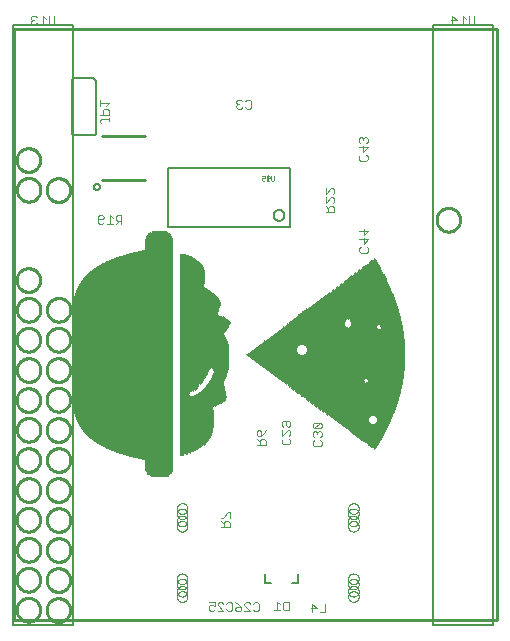
<source format=gbo>
G75*
%MOIN*%
%OFA0B0*%
%FSLAX25Y25*%
%IPPOS*%
%LPD*%
%AMOC8*
5,1,8,0,0,1.08239X$1,22.5*
%
%ADD10C,0.01000*%
%ADD11C,0.00500*%
%ADD12C,0.00400*%
%ADD13C,0.00600*%
%ADD14C,0.00300*%
%ADD15C,0.00100*%
%ADD16C,0.00000*%
%ADD17R,0.00328X0.36403*%
%ADD18R,0.00328X0.39355*%
%ADD19R,0.00328X0.41650*%
%ADD20R,0.00328X0.43290*%
%ADD21R,0.00328X0.44929*%
%ADD22R,0.00328X0.46241*%
%ADD23R,0.00328X0.47225*%
%ADD24R,0.00328X0.48209*%
%ADD25R,0.00328X0.49193*%
%ADD26R,0.00328X0.50177*%
%ADD27R,0.00328X0.51160*%
%ADD28R,0.00328X0.51817*%
%ADD29R,0.00328X0.52472*%
%ADD30R,0.00328X0.53457*%
%ADD31R,0.00328X0.53785*%
%ADD32R,0.00328X0.54440*%
%ADD33R,0.00328X0.55096*%
%ADD34R,0.00328X0.55752*%
%ADD35R,0.00328X0.56080*%
%ADD36R,0.00328X0.56736*%
%ADD37R,0.00328X0.57064*%
%ADD38R,0.00328X0.57720*%
%ADD39R,0.00328X0.58048*%
%ADD40R,0.00328X0.58376*%
%ADD41R,0.00328X0.59031*%
%ADD42R,0.00328X0.59359*%
%ADD43R,0.00328X0.59687*%
%ADD44R,0.00328X0.60015*%
%ADD45R,0.00328X0.60343*%
%ADD46R,0.00328X0.61000*%
%ADD47R,0.00328X0.61327*%
%ADD48R,0.00328X0.61655*%
%ADD49R,0.00328X0.61983*%
%ADD50R,0.00328X0.62311*%
%ADD51R,0.00328X0.62639*%
%ADD52R,0.00328X0.62967*%
%ADD53R,0.00328X0.63295*%
%ADD54R,0.00328X0.63622*%
%ADD55R,0.00328X0.63951*%
%ADD56R,0.00328X0.64279*%
%ADD57R,0.00328X0.64607*%
%ADD58R,0.00328X0.64935*%
%ADD59R,0.00328X0.65263*%
%ADD60R,0.00328X0.65591*%
%ADD61R,0.00328X0.65919*%
%ADD62R,0.00328X0.66247*%
%ADD63R,0.00328X0.66574*%
%ADD64R,0.00328X0.66902*%
%ADD65R,0.00328X0.67230*%
%ADD66R,0.00328X0.67558*%
%ADD67R,0.00328X0.67886*%
%ADD68R,0.00328X0.68215*%
%ADD69R,0.00328X0.68542*%
%ADD70R,0.00328X0.68870*%
%ADD71R,0.00328X0.69198*%
%ADD72R,0.00328X0.69526*%
%ADD73R,0.00328X0.69854*%
%ADD74R,0.00328X0.70182*%
%ADD75R,0.00328X0.77069*%
%ADD76R,0.00328X0.78709*%
%ADD77R,0.00328X0.79693*%
%ADD78R,0.00328X0.80677*%
%ADD79R,0.00328X0.81332*%
%ADD80R,0.00328X0.81660*%
%ADD81R,0.00328X0.81988*%
%ADD82R,0.00328X0.81004*%
%ADD83R,0.00328X0.80020*%
%ADD84R,0.00328X0.79037*%
%ADD85R,0.00328X0.77725*%
%ADD86R,0.00328X0.66246*%
%ADD87R,0.00328X0.19349*%
%ADD88R,0.00328X0.19022*%
%ADD89R,0.00328X0.45586*%
%ADD90R,0.00328X0.18694*%
%ADD91R,0.00328X0.18365*%
%ADD92R,0.00328X0.44602*%
%ADD93R,0.00328X0.18693*%
%ADD94R,0.00328X0.44274*%
%ADD95R,0.00328X0.43946*%
%ADD96R,0.00328X0.18693*%
%ADD97R,0.00328X0.43289*%
%ADD98R,0.00328X0.18366*%
%ADD99R,0.00328X0.42634*%
%ADD100R,0.00328X0.41978*%
%ADD101R,0.00328X0.40994*%
%ADD102R,0.00328X0.40338*%
%ADD103R,0.00328X0.39682*%
%ADD104R,0.00328X0.39026*%
%ADD105R,0.00328X0.37715*%
%ADD106R,0.00328X0.19021*%
%ADD107R,0.00328X0.30828*%
%ADD108R,0.00328X0.04591*%
%ADD109R,0.00328X0.19349*%
%ADD110R,0.00328X0.29844*%
%ADD111R,0.00328X0.19350*%
%ADD112R,0.00328X0.29516*%
%ADD113R,0.00328X0.28532*%
%ADD114R,0.00328X0.27548*%
%ADD115R,0.00328X0.26892*%
%ADD116R,0.00328X0.25908*%
%ADD117R,0.00328X0.25580*%
%ADD118R,0.00328X0.25253*%
%ADD119R,0.00328X0.06231*%
%ADD120R,0.00328X0.11150*%
%ADD121R,0.00328X0.37386*%
%ADD122R,0.00328X0.37058*%
%ADD123R,0.00328X0.36731*%
%ADD124R,0.00328X0.36075*%
%ADD125R,0.00328X0.30172*%
%ADD126R,0.00328X0.04919*%
%ADD127R,0.00328X0.29516*%
%ADD128R,0.00328X0.02952*%
%ADD129R,0.00328X0.01312*%
%ADD130R,0.00328X0.28860*%
%ADD131R,0.00328X0.28532*%
%ADD132R,0.00328X0.05247*%
%ADD133R,0.00328X0.15413*%
%ADD134R,0.00328X0.05247*%
%ADD135R,0.00328X0.03607*%
%ADD136R,0.00328X0.14102*%
%ADD137R,0.00328X0.00656*%
%ADD138R,0.00328X0.12462*%
%ADD139R,0.00328X0.04263*%
%ADD140R,0.00328X0.10495*%
%ADD141R,0.00328X0.03607*%
%ADD142R,0.00328X0.08527*%
%ADD143R,0.00328X0.02624*%
%ADD144R,0.00328X0.01640*%
%ADD145R,0.00328X0.00984*%
%ADD146R,0.00328X0.00328*%
%ADD147R,0.00328X0.01639*%
%ADD148R,0.00328X0.02296*%
%ADD149R,0.00328X0.02952*%
%ADD150R,0.00328X0.04920*%
%ADD151R,0.00328X0.05575*%
%ADD152R,0.00328X0.06231*%
%ADD153R,0.00328X0.06887*%
%ADD154R,0.00328X0.07543*%
%ADD155R,0.00328X0.08199*%
%ADD156R,0.00328X0.08855*%
%ADD157R,0.00328X0.09183*%
%ADD158R,0.00328X0.09511*%
%ADD159R,0.00328X0.10167*%
%ADD160R,0.00328X0.10822*%
%ADD161R,0.00328X0.11478*%
%ADD162R,0.00328X0.12134*%
%ADD163R,0.00328X0.12790*%
%ADD164R,0.00328X0.13446*%
%ADD165R,0.00328X0.14758*%
%ADD166R,0.00328X0.16070*%
%ADD167R,0.00328X0.16726*%
%ADD168R,0.00328X0.17381*%
%ADD169R,0.00328X0.18037*%
%ADD170R,0.00328X0.20005*%
%ADD171R,0.00328X0.20333*%
%ADD172R,0.00328X0.20661*%
%ADD173R,0.00328X0.21317*%
%ADD174R,0.00328X0.21972*%
%ADD175R,0.00328X0.22301*%
%ADD176R,0.00328X0.22629*%
%ADD177R,0.00328X0.23285*%
%ADD178R,0.00328X0.23941*%
%ADD179R,0.00328X0.24269*%
%ADD180R,0.00328X0.24596*%
%ADD181R,0.00328X0.13774*%
%ADD182R,0.00328X0.13119*%
%ADD183R,0.00328X0.10494*%
%ADD184R,0.00328X0.13774*%
%ADD185R,0.00328X0.10822*%
%ADD186R,0.00328X0.14102*%
%ADD187R,0.00328X0.11806*%
%ADD188R,0.00328X0.12135*%
%ADD189R,0.00328X0.15742*%
%ADD190R,0.00328X0.13118*%
%ADD191R,0.00328X0.30500*%
%ADD192R,0.00328X0.31155*%
%ADD193R,0.00328X0.31483*%
%ADD194R,0.00328X0.31812*%
%ADD195R,0.00328X0.32467*%
%ADD196R,0.00328X0.33123*%
%ADD197R,0.00328X0.33452*%
%ADD198R,0.00328X0.33780*%
%ADD199R,0.00328X0.34435*%
%ADD200R,0.00328X0.35091*%
%ADD201R,0.00328X0.35419*%
%ADD202R,0.00328X0.35746*%
%ADD203R,0.00328X0.38371*%
%ADD204R,0.00328X0.38699*%
%ADD205R,0.00328X0.39354*%
%ADD206R,0.00328X0.40338*%
%ADD207R,0.00328X0.40666*%
%ADD208R,0.00328X0.41322*%
%ADD209R,0.00328X0.42306*%
%ADD210R,0.00328X0.43290*%
%ADD211R,0.00328X0.43618*%
%ADD212R,0.00328X0.45257*%
%ADD213R,0.00328X0.46569*%
%ADD214R,0.00328X0.47554*%
%ADD215R,0.00328X0.48537*%
%ADD216R,0.00328X0.34107*%
%ADD217R,0.00328X0.13774*%
%ADD218R,0.00328X0.33779*%
%ADD219R,0.00328X0.13446*%
%ADD220R,0.00328X0.34107*%
%ADD221R,0.00328X0.34435*%
%ADD222R,0.00328X0.14430*%
%ADD223R,0.00328X0.35419*%
%ADD224R,0.00328X0.15086*%
%ADD225R,0.00328X0.52472*%
%ADD226R,0.00328X0.52800*%
%ADD227R,0.00328X0.53784*%
%ADD228R,0.00328X0.54441*%
%ADD229R,0.00328X0.54769*%
%ADD230R,0.00328X0.55424*%
%ADD231R,0.00328X0.55752*%
%ADD232R,0.00328X0.56408*%
%ADD233R,0.00328X0.57392*%
%ADD234R,0.00328X0.58376*%
%ADD235R,0.00328X0.20333*%
%ADD236R,0.00328X0.37715*%
%ADD237R,0.00328X0.20005*%
%ADD238R,0.00328X0.37714*%
%ADD239R,0.00328X0.20333*%
%ADD240R,0.00328X0.38042*%
%ADD241R,0.00328X0.20989*%
%ADD242R,0.00328X0.60671*%
%ADD243R,0.00328X0.07871*%
%ADD244R,0.00328X0.51816*%
%ADD245R,0.00328X0.07871*%
%ADD246R,0.00328X0.51817*%
%ADD247R,0.00328X0.08199*%
%ADD248R,0.00328X0.52144*%
%ADD249R,0.00328X0.52473*%
%ADD250R,0.00328X0.39026*%
%ADD251R,0.00328X0.21317*%
%ADD252R,0.00328X0.38370*%
%ADD253R,0.00328X0.37387*%
%ADD254R,0.00328X0.19677*%
%ADD255R,0.00328X0.54112*%
%ADD256R,0.00328X0.53129*%
%ADD257R,0.00328X0.50505*%
%ADD258R,0.00328X0.48865*%
%ADD259R,0.00328X0.42962*%
%ADD260R,0.00328X0.40010*%
%ADD261R,0.00328X0.27876*%
D10*
X0019033Y0019923D02*
X0019033Y0216673D01*
X0180033Y0216673D01*
X0180033Y0019923D01*
X0019033Y0019923D01*
X0019996Y0023223D02*
X0019998Y0023348D01*
X0020004Y0023473D01*
X0020014Y0023597D01*
X0020028Y0023721D01*
X0020045Y0023845D01*
X0020067Y0023968D01*
X0020093Y0024090D01*
X0020122Y0024212D01*
X0020155Y0024332D01*
X0020193Y0024451D01*
X0020233Y0024570D01*
X0020278Y0024686D01*
X0020326Y0024801D01*
X0020378Y0024915D01*
X0020434Y0025027D01*
X0020493Y0025137D01*
X0020555Y0025245D01*
X0020621Y0025352D01*
X0020690Y0025456D01*
X0020763Y0025557D01*
X0020838Y0025657D01*
X0020917Y0025754D01*
X0020999Y0025848D01*
X0021084Y0025940D01*
X0021171Y0026029D01*
X0021262Y0026115D01*
X0021355Y0026198D01*
X0021451Y0026279D01*
X0021549Y0026356D01*
X0021649Y0026430D01*
X0021752Y0026501D01*
X0021857Y0026568D01*
X0021965Y0026633D01*
X0022074Y0026693D01*
X0022185Y0026751D01*
X0022298Y0026804D01*
X0022412Y0026854D01*
X0022528Y0026901D01*
X0022645Y0026943D01*
X0022764Y0026982D01*
X0022884Y0027018D01*
X0023005Y0027049D01*
X0023127Y0027077D01*
X0023249Y0027100D01*
X0023373Y0027120D01*
X0023497Y0027136D01*
X0023621Y0027148D01*
X0023746Y0027156D01*
X0023871Y0027160D01*
X0023995Y0027160D01*
X0024120Y0027156D01*
X0024245Y0027148D01*
X0024369Y0027136D01*
X0024493Y0027120D01*
X0024617Y0027100D01*
X0024739Y0027077D01*
X0024861Y0027049D01*
X0024982Y0027018D01*
X0025102Y0026982D01*
X0025221Y0026943D01*
X0025338Y0026901D01*
X0025454Y0026854D01*
X0025568Y0026804D01*
X0025681Y0026751D01*
X0025792Y0026693D01*
X0025902Y0026633D01*
X0026009Y0026568D01*
X0026114Y0026501D01*
X0026217Y0026430D01*
X0026317Y0026356D01*
X0026415Y0026279D01*
X0026511Y0026198D01*
X0026604Y0026115D01*
X0026695Y0026029D01*
X0026782Y0025940D01*
X0026867Y0025848D01*
X0026949Y0025754D01*
X0027028Y0025657D01*
X0027103Y0025557D01*
X0027176Y0025456D01*
X0027245Y0025352D01*
X0027311Y0025245D01*
X0027373Y0025137D01*
X0027432Y0025027D01*
X0027488Y0024915D01*
X0027540Y0024801D01*
X0027588Y0024686D01*
X0027633Y0024570D01*
X0027673Y0024451D01*
X0027711Y0024332D01*
X0027744Y0024212D01*
X0027773Y0024090D01*
X0027799Y0023968D01*
X0027821Y0023845D01*
X0027838Y0023721D01*
X0027852Y0023597D01*
X0027862Y0023473D01*
X0027868Y0023348D01*
X0027870Y0023223D01*
X0027868Y0023098D01*
X0027862Y0022973D01*
X0027852Y0022849D01*
X0027838Y0022725D01*
X0027821Y0022601D01*
X0027799Y0022478D01*
X0027773Y0022356D01*
X0027744Y0022234D01*
X0027711Y0022114D01*
X0027673Y0021995D01*
X0027633Y0021876D01*
X0027588Y0021760D01*
X0027540Y0021645D01*
X0027488Y0021531D01*
X0027432Y0021419D01*
X0027373Y0021309D01*
X0027311Y0021201D01*
X0027245Y0021094D01*
X0027176Y0020990D01*
X0027103Y0020889D01*
X0027028Y0020789D01*
X0026949Y0020692D01*
X0026867Y0020598D01*
X0026782Y0020506D01*
X0026695Y0020417D01*
X0026604Y0020331D01*
X0026511Y0020248D01*
X0026415Y0020167D01*
X0026317Y0020090D01*
X0026217Y0020016D01*
X0026114Y0019945D01*
X0026009Y0019878D01*
X0025901Y0019813D01*
X0025792Y0019753D01*
X0025681Y0019695D01*
X0025568Y0019642D01*
X0025454Y0019592D01*
X0025338Y0019545D01*
X0025221Y0019503D01*
X0025102Y0019464D01*
X0024982Y0019428D01*
X0024861Y0019397D01*
X0024739Y0019369D01*
X0024617Y0019346D01*
X0024493Y0019326D01*
X0024369Y0019310D01*
X0024245Y0019298D01*
X0024120Y0019290D01*
X0023995Y0019286D01*
X0023871Y0019286D01*
X0023746Y0019290D01*
X0023621Y0019298D01*
X0023497Y0019310D01*
X0023373Y0019326D01*
X0023249Y0019346D01*
X0023127Y0019369D01*
X0023005Y0019397D01*
X0022884Y0019428D01*
X0022764Y0019464D01*
X0022645Y0019503D01*
X0022528Y0019545D01*
X0022412Y0019592D01*
X0022298Y0019642D01*
X0022185Y0019695D01*
X0022074Y0019753D01*
X0021964Y0019813D01*
X0021857Y0019878D01*
X0021752Y0019945D01*
X0021649Y0020016D01*
X0021549Y0020090D01*
X0021451Y0020167D01*
X0021355Y0020248D01*
X0021262Y0020331D01*
X0021171Y0020417D01*
X0021084Y0020506D01*
X0020999Y0020598D01*
X0020917Y0020692D01*
X0020838Y0020789D01*
X0020763Y0020889D01*
X0020690Y0020990D01*
X0020621Y0021094D01*
X0020555Y0021201D01*
X0020493Y0021309D01*
X0020434Y0021419D01*
X0020378Y0021531D01*
X0020326Y0021645D01*
X0020278Y0021760D01*
X0020233Y0021876D01*
X0020193Y0021995D01*
X0020155Y0022114D01*
X0020122Y0022234D01*
X0020093Y0022356D01*
X0020067Y0022478D01*
X0020045Y0022601D01*
X0020028Y0022725D01*
X0020014Y0022849D01*
X0020004Y0022973D01*
X0019998Y0023098D01*
X0019996Y0023223D01*
X0019996Y0033223D02*
X0019998Y0033348D01*
X0020004Y0033473D01*
X0020014Y0033597D01*
X0020028Y0033721D01*
X0020045Y0033845D01*
X0020067Y0033968D01*
X0020093Y0034090D01*
X0020122Y0034212D01*
X0020155Y0034332D01*
X0020193Y0034451D01*
X0020233Y0034570D01*
X0020278Y0034686D01*
X0020326Y0034801D01*
X0020378Y0034915D01*
X0020434Y0035027D01*
X0020493Y0035137D01*
X0020555Y0035245D01*
X0020621Y0035352D01*
X0020690Y0035456D01*
X0020763Y0035557D01*
X0020838Y0035657D01*
X0020917Y0035754D01*
X0020999Y0035848D01*
X0021084Y0035940D01*
X0021171Y0036029D01*
X0021262Y0036115D01*
X0021355Y0036198D01*
X0021451Y0036279D01*
X0021549Y0036356D01*
X0021649Y0036430D01*
X0021752Y0036501D01*
X0021857Y0036568D01*
X0021965Y0036633D01*
X0022074Y0036693D01*
X0022185Y0036751D01*
X0022298Y0036804D01*
X0022412Y0036854D01*
X0022528Y0036901D01*
X0022645Y0036943D01*
X0022764Y0036982D01*
X0022884Y0037018D01*
X0023005Y0037049D01*
X0023127Y0037077D01*
X0023249Y0037100D01*
X0023373Y0037120D01*
X0023497Y0037136D01*
X0023621Y0037148D01*
X0023746Y0037156D01*
X0023871Y0037160D01*
X0023995Y0037160D01*
X0024120Y0037156D01*
X0024245Y0037148D01*
X0024369Y0037136D01*
X0024493Y0037120D01*
X0024617Y0037100D01*
X0024739Y0037077D01*
X0024861Y0037049D01*
X0024982Y0037018D01*
X0025102Y0036982D01*
X0025221Y0036943D01*
X0025338Y0036901D01*
X0025454Y0036854D01*
X0025568Y0036804D01*
X0025681Y0036751D01*
X0025792Y0036693D01*
X0025902Y0036633D01*
X0026009Y0036568D01*
X0026114Y0036501D01*
X0026217Y0036430D01*
X0026317Y0036356D01*
X0026415Y0036279D01*
X0026511Y0036198D01*
X0026604Y0036115D01*
X0026695Y0036029D01*
X0026782Y0035940D01*
X0026867Y0035848D01*
X0026949Y0035754D01*
X0027028Y0035657D01*
X0027103Y0035557D01*
X0027176Y0035456D01*
X0027245Y0035352D01*
X0027311Y0035245D01*
X0027373Y0035137D01*
X0027432Y0035027D01*
X0027488Y0034915D01*
X0027540Y0034801D01*
X0027588Y0034686D01*
X0027633Y0034570D01*
X0027673Y0034451D01*
X0027711Y0034332D01*
X0027744Y0034212D01*
X0027773Y0034090D01*
X0027799Y0033968D01*
X0027821Y0033845D01*
X0027838Y0033721D01*
X0027852Y0033597D01*
X0027862Y0033473D01*
X0027868Y0033348D01*
X0027870Y0033223D01*
X0027868Y0033098D01*
X0027862Y0032973D01*
X0027852Y0032849D01*
X0027838Y0032725D01*
X0027821Y0032601D01*
X0027799Y0032478D01*
X0027773Y0032356D01*
X0027744Y0032234D01*
X0027711Y0032114D01*
X0027673Y0031995D01*
X0027633Y0031876D01*
X0027588Y0031760D01*
X0027540Y0031645D01*
X0027488Y0031531D01*
X0027432Y0031419D01*
X0027373Y0031309D01*
X0027311Y0031201D01*
X0027245Y0031094D01*
X0027176Y0030990D01*
X0027103Y0030889D01*
X0027028Y0030789D01*
X0026949Y0030692D01*
X0026867Y0030598D01*
X0026782Y0030506D01*
X0026695Y0030417D01*
X0026604Y0030331D01*
X0026511Y0030248D01*
X0026415Y0030167D01*
X0026317Y0030090D01*
X0026217Y0030016D01*
X0026114Y0029945D01*
X0026009Y0029878D01*
X0025901Y0029813D01*
X0025792Y0029753D01*
X0025681Y0029695D01*
X0025568Y0029642D01*
X0025454Y0029592D01*
X0025338Y0029545D01*
X0025221Y0029503D01*
X0025102Y0029464D01*
X0024982Y0029428D01*
X0024861Y0029397D01*
X0024739Y0029369D01*
X0024617Y0029346D01*
X0024493Y0029326D01*
X0024369Y0029310D01*
X0024245Y0029298D01*
X0024120Y0029290D01*
X0023995Y0029286D01*
X0023871Y0029286D01*
X0023746Y0029290D01*
X0023621Y0029298D01*
X0023497Y0029310D01*
X0023373Y0029326D01*
X0023249Y0029346D01*
X0023127Y0029369D01*
X0023005Y0029397D01*
X0022884Y0029428D01*
X0022764Y0029464D01*
X0022645Y0029503D01*
X0022528Y0029545D01*
X0022412Y0029592D01*
X0022298Y0029642D01*
X0022185Y0029695D01*
X0022074Y0029753D01*
X0021964Y0029813D01*
X0021857Y0029878D01*
X0021752Y0029945D01*
X0021649Y0030016D01*
X0021549Y0030090D01*
X0021451Y0030167D01*
X0021355Y0030248D01*
X0021262Y0030331D01*
X0021171Y0030417D01*
X0021084Y0030506D01*
X0020999Y0030598D01*
X0020917Y0030692D01*
X0020838Y0030789D01*
X0020763Y0030889D01*
X0020690Y0030990D01*
X0020621Y0031094D01*
X0020555Y0031201D01*
X0020493Y0031309D01*
X0020434Y0031419D01*
X0020378Y0031531D01*
X0020326Y0031645D01*
X0020278Y0031760D01*
X0020233Y0031876D01*
X0020193Y0031995D01*
X0020155Y0032114D01*
X0020122Y0032234D01*
X0020093Y0032356D01*
X0020067Y0032478D01*
X0020045Y0032601D01*
X0020028Y0032725D01*
X0020014Y0032849D01*
X0020004Y0032973D01*
X0019998Y0033098D01*
X0019996Y0033223D01*
X0020096Y0043223D02*
X0020098Y0043348D01*
X0020104Y0043473D01*
X0020114Y0043597D01*
X0020128Y0043721D01*
X0020145Y0043845D01*
X0020167Y0043968D01*
X0020193Y0044090D01*
X0020222Y0044212D01*
X0020255Y0044332D01*
X0020293Y0044451D01*
X0020333Y0044570D01*
X0020378Y0044686D01*
X0020426Y0044801D01*
X0020478Y0044915D01*
X0020534Y0045027D01*
X0020593Y0045137D01*
X0020655Y0045245D01*
X0020721Y0045352D01*
X0020790Y0045456D01*
X0020863Y0045557D01*
X0020938Y0045657D01*
X0021017Y0045754D01*
X0021099Y0045848D01*
X0021184Y0045940D01*
X0021271Y0046029D01*
X0021362Y0046115D01*
X0021455Y0046198D01*
X0021551Y0046279D01*
X0021649Y0046356D01*
X0021749Y0046430D01*
X0021852Y0046501D01*
X0021957Y0046568D01*
X0022065Y0046633D01*
X0022174Y0046693D01*
X0022285Y0046751D01*
X0022398Y0046804D01*
X0022512Y0046854D01*
X0022628Y0046901D01*
X0022745Y0046943D01*
X0022864Y0046982D01*
X0022984Y0047018D01*
X0023105Y0047049D01*
X0023227Y0047077D01*
X0023349Y0047100D01*
X0023473Y0047120D01*
X0023597Y0047136D01*
X0023721Y0047148D01*
X0023846Y0047156D01*
X0023971Y0047160D01*
X0024095Y0047160D01*
X0024220Y0047156D01*
X0024345Y0047148D01*
X0024469Y0047136D01*
X0024593Y0047120D01*
X0024717Y0047100D01*
X0024839Y0047077D01*
X0024961Y0047049D01*
X0025082Y0047018D01*
X0025202Y0046982D01*
X0025321Y0046943D01*
X0025438Y0046901D01*
X0025554Y0046854D01*
X0025668Y0046804D01*
X0025781Y0046751D01*
X0025892Y0046693D01*
X0026002Y0046633D01*
X0026109Y0046568D01*
X0026214Y0046501D01*
X0026317Y0046430D01*
X0026417Y0046356D01*
X0026515Y0046279D01*
X0026611Y0046198D01*
X0026704Y0046115D01*
X0026795Y0046029D01*
X0026882Y0045940D01*
X0026967Y0045848D01*
X0027049Y0045754D01*
X0027128Y0045657D01*
X0027203Y0045557D01*
X0027276Y0045456D01*
X0027345Y0045352D01*
X0027411Y0045245D01*
X0027473Y0045137D01*
X0027532Y0045027D01*
X0027588Y0044915D01*
X0027640Y0044801D01*
X0027688Y0044686D01*
X0027733Y0044570D01*
X0027773Y0044451D01*
X0027811Y0044332D01*
X0027844Y0044212D01*
X0027873Y0044090D01*
X0027899Y0043968D01*
X0027921Y0043845D01*
X0027938Y0043721D01*
X0027952Y0043597D01*
X0027962Y0043473D01*
X0027968Y0043348D01*
X0027970Y0043223D01*
X0027968Y0043098D01*
X0027962Y0042973D01*
X0027952Y0042849D01*
X0027938Y0042725D01*
X0027921Y0042601D01*
X0027899Y0042478D01*
X0027873Y0042356D01*
X0027844Y0042234D01*
X0027811Y0042114D01*
X0027773Y0041995D01*
X0027733Y0041876D01*
X0027688Y0041760D01*
X0027640Y0041645D01*
X0027588Y0041531D01*
X0027532Y0041419D01*
X0027473Y0041309D01*
X0027411Y0041201D01*
X0027345Y0041094D01*
X0027276Y0040990D01*
X0027203Y0040889D01*
X0027128Y0040789D01*
X0027049Y0040692D01*
X0026967Y0040598D01*
X0026882Y0040506D01*
X0026795Y0040417D01*
X0026704Y0040331D01*
X0026611Y0040248D01*
X0026515Y0040167D01*
X0026417Y0040090D01*
X0026317Y0040016D01*
X0026214Y0039945D01*
X0026109Y0039878D01*
X0026001Y0039813D01*
X0025892Y0039753D01*
X0025781Y0039695D01*
X0025668Y0039642D01*
X0025554Y0039592D01*
X0025438Y0039545D01*
X0025321Y0039503D01*
X0025202Y0039464D01*
X0025082Y0039428D01*
X0024961Y0039397D01*
X0024839Y0039369D01*
X0024717Y0039346D01*
X0024593Y0039326D01*
X0024469Y0039310D01*
X0024345Y0039298D01*
X0024220Y0039290D01*
X0024095Y0039286D01*
X0023971Y0039286D01*
X0023846Y0039290D01*
X0023721Y0039298D01*
X0023597Y0039310D01*
X0023473Y0039326D01*
X0023349Y0039346D01*
X0023227Y0039369D01*
X0023105Y0039397D01*
X0022984Y0039428D01*
X0022864Y0039464D01*
X0022745Y0039503D01*
X0022628Y0039545D01*
X0022512Y0039592D01*
X0022398Y0039642D01*
X0022285Y0039695D01*
X0022174Y0039753D01*
X0022064Y0039813D01*
X0021957Y0039878D01*
X0021852Y0039945D01*
X0021749Y0040016D01*
X0021649Y0040090D01*
X0021551Y0040167D01*
X0021455Y0040248D01*
X0021362Y0040331D01*
X0021271Y0040417D01*
X0021184Y0040506D01*
X0021099Y0040598D01*
X0021017Y0040692D01*
X0020938Y0040789D01*
X0020863Y0040889D01*
X0020790Y0040990D01*
X0020721Y0041094D01*
X0020655Y0041201D01*
X0020593Y0041309D01*
X0020534Y0041419D01*
X0020478Y0041531D01*
X0020426Y0041645D01*
X0020378Y0041760D01*
X0020333Y0041876D01*
X0020293Y0041995D01*
X0020255Y0042114D01*
X0020222Y0042234D01*
X0020193Y0042356D01*
X0020167Y0042478D01*
X0020145Y0042601D01*
X0020128Y0042725D01*
X0020114Y0042849D01*
X0020104Y0042973D01*
X0020098Y0043098D01*
X0020096Y0043223D01*
X0019996Y0053223D02*
X0019998Y0053348D01*
X0020004Y0053473D01*
X0020014Y0053597D01*
X0020028Y0053721D01*
X0020045Y0053845D01*
X0020067Y0053968D01*
X0020093Y0054090D01*
X0020122Y0054212D01*
X0020155Y0054332D01*
X0020193Y0054451D01*
X0020233Y0054570D01*
X0020278Y0054686D01*
X0020326Y0054801D01*
X0020378Y0054915D01*
X0020434Y0055027D01*
X0020493Y0055137D01*
X0020555Y0055245D01*
X0020621Y0055352D01*
X0020690Y0055456D01*
X0020763Y0055557D01*
X0020838Y0055657D01*
X0020917Y0055754D01*
X0020999Y0055848D01*
X0021084Y0055940D01*
X0021171Y0056029D01*
X0021262Y0056115D01*
X0021355Y0056198D01*
X0021451Y0056279D01*
X0021549Y0056356D01*
X0021649Y0056430D01*
X0021752Y0056501D01*
X0021857Y0056568D01*
X0021965Y0056633D01*
X0022074Y0056693D01*
X0022185Y0056751D01*
X0022298Y0056804D01*
X0022412Y0056854D01*
X0022528Y0056901D01*
X0022645Y0056943D01*
X0022764Y0056982D01*
X0022884Y0057018D01*
X0023005Y0057049D01*
X0023127Y0057077D01*
X0023249Y0057100D01*
X0023373Y0057120D01*
X0023497Y0057136D01*
X0023621Y0057148D01*
X0023746Y0057156D01*
X0023871Y0057160D01*
X0023995Y0057160D01*
X0024120Y0057156D01*
X0024245Y0057148D01*
X0024369Y0057136D01*
X0024493Y0057120D01*
X0024617Y0057100D01*
X0024739Y0057077D01*
X0024861Y0057049D01*
X0024982Y0057018D01*
X0025102Y0056982D01*
X0025221Y0056943D01*
X0025338Y0056901D01*
X0025454Y0056854D01*
X0025568Y0056804D01*
X0025681Y0056751D01*
X0025792Y0056693D01*
X0025902Y0056633D01*
X0026009Y0056568D01*
X0026114Y0056501D01*
X0026217Y0056430D01*
X0026317Y0056356D01*
X0026415Y0056279D01*
X0026511Y0056198D01*
X0026604Y0056115D01*
X0026695Y0056029D01*
X0026782Y0055940D01*
X0026867Y0055848D01*
X0026949Y0055754D01*
X0027028Y0055657D01*
X0027103Y0055557D01*
X0027176Y0055456D01*
X0027245Y0055352D01*
X0027311Y0055245D01*
X0027373Y0055137D01*
X0027432Y0055027D01*
X0027488Y0054915D01*
X0027540Y0054801D01*
X0027588Y0054686D01*
X0027633Y0054570D01*
X0027673Y0054451D01*
X0027711Y0054332D01*
X0027744Y0054212D01*
X0027773Y0054090D01*
X0027799Y0053968D01*
X0027821Y0053845D01*
X0027838Y0053721D01*
X0027852Y0053597D01*
X0027862Y0053473D01*
X0027868Y0053348D01*
X0027870Y0053223D01*
X0027868Y0053098D01*
X0027862Y0052973D01*
X0027852Y0052849D01*
X0027838Y0052725D01*
X0027821Y0052601D01*
X0027799Y0052478D01*
X0027773Y0052356D01*
X0027744Y0052234D01*
X0027711Y0052114D01*
X0027673Y0051995D01*
X0027633Y0051876D01*
X0027588Y0051760D01*
X0027540Y0051645D01*
X0027488Y0051531D01*
X0027432Y0051419D01*
X0027373Y0051309D01*
X0027311Y0051201D01*
X0027245Y0051094D01*
X0027176Y0050990D01*
X0027103Y0050889D01*
X0027028Y0050789D01*
X0026949Y0050692D01*
X0026867Y0050598D01*
X0026782Y0050506D01*
X0026695Y0050417D01*
X0026604Y0050331D01*
X0026511Y0050248D01*
X0026415Y0050167D01*
X0026317Y0050090D01*
X0026217Y0050016D01*
X0026114Y0049945D01*
X0026009Y0049878D01*
X0025901Y0049813D01*
X0025792Y0049753D01*
X0025681Y0049695D01*
X0025568Y0049642D01*
X0025454Y0049592D01*
X0025338Y0049545D01*
X0025221Y0049503D01*
X0025102Y0049464D01*
X0024982Y0049428D01*
X0024861Y0049397D01*
X0024739Y0049369D01*
X0024617Y0049346D01*
X0024493Y0049326D01*
X0024369Y0049310D01*
X0024245Y0049298D01*
X0024120Y0049290D01*
X0023995Y0049286D01*
X0023871Y0049286D01*
X0023746Y0049290D01*
X0023621Y0049298D01*
X0023497Y0049310D01*
X0023373Y0049326D01*
X0023249Y0049346D01*
X0023127Y0049369D01*
X0023005Y0049397D01*
X0022884Y0049428D01*
X0022764Y0049464D01*
X0022645Y0049503D01*
X0022528Y0049545D01*
X0022412Y0049592D01*
X0022298Y0049642D01*
X0022185Y0049695D01*
X0022074Y0049753D01*
X0021964Y0049813D01*
X0021857Y0049878D01*
X0021752Y0049945D01*
X0021649Y0050016D01*
X0021549Y0050090D01*
X0021451Y0050167D01*
X0021355Y0050248D01*
X0021262Y0050331D01*
X0021171Y0050417D01*
X0021084Y0050506D01*
X0020999Y0050598D01*
X0020917Y0050692D01*
X0020838Y0050789D01*
X0020763Y0050889D01*
X0020690Y0050990D01*
X0020621Y0051094D01*
X0020555Y0051201D01*
X0020493Y0051309D01*
X0020434Y0051419D01*
X0020378Y0051531D01*
X0020326Y0051645D01*
X0020278Y0051760D01*
X0020233Y0051876D01*
X0020193Y0051995D01*
X0020155Y0052114D01*
X0020122Y0052234D01*
X0020093Y0052356D01*
X0020067Y0052478D01*
X0020045Y0052601D01*
X0020028Y0052725D01*
X0020014Y0052849D01*
X0020004Y0052973D01*
X0019998Y0053098D01*
X0019996Y0053223D01*
X0020096Y0063123D02*
X0020098Y0063248D01*
X0020104Y0063373D01*
X0020114Y0063497D01*
X0020128Y0063621D01*
X0020145Y0063745D01*
X0020167Y0063868D01*
X0020193Y0063990D01*
X0020222Y0064112D01*
X0020255Y0064232D01*
X0020293Y0064351D01*
X0020333Y0064470D01*
X0020378Y0064586D01*
X0020426Y0064701D01*
X0020478Y0064815D01*
X0020534Y0064927D01*
X0020593Y0065037D01*
X0020655Y0065145D01*
X0020721Y0065252D01*
X0020790Y0065356D01*
X0020863Y0065457D01*
X0020938Y0065557D01*
X0021017Y0065654D01*
X0021099Y0065748D01*
X0021184Y0065840D01*
X0021271Y0065929D01*
X0021362Y0066015D01*
X0021455Y0066098D01*
X0021551Y0066179D01*
X0021649Y0066256D01*
X0021749Y0066330D01*
X0021852Y0066401D01*
X0021957Y0066468D01*
X0022065Y0066533D01*
X0022174Y0066593D01*
X0022285Y0066651D01*
X0022398Y0066704D01*
X0022512Y0066754D01*
X0022628Y0066801D01*
X0022745Y0066843D01*
X0022864Y0066882D01*
X0022984Y0066918D01*
X0023105Y0066949D01*
X0023227Y0066977D01*
X0023349Y0067000D01*
X0023473Y0067020D01*
X0023597Y0067036D01*
X0023721Y0067048D01*
X0023846Y0067056D01*
X0023971Y0067060D01*
X0024095Y0067060D01*
X0024220Y0067056D01*
X0024345Y0067048D01*
X0024469Y0067036D01*
X0024593Y0067020D01*
X0024717Y0067000D01*
X0024839Y0066977D01*
X0024961Y0066949D01*
X0025082Y0066918D01*
X0025202Y0066882D01*
X0025321Y0066843D01*
X0025438Y0066801D01*
X0025554Y0066754D01*
X0025668Y0066704D01*
X0025781Y0066651D01*
X0025892Y0066593D01*
X0026002Y0066533D01*
X0026109Y0066468D01*
X0026214Y0066401D01*
X0026317Y0066330D01*
X0026417Y0066256D01*
X0026515Y0066179D01*
X0026611Y0066098D01*
X0026704Y0066015D01*
X0026795Y0065929D01*
X0026882Y0065840D01*
X0026967Y0065748D01*
X0027049Y0065654D01*
X0027128Y0065557D01*
X0027203Y0065457D01*
X0027276Y0065356D01*
X0027345Y0065252D01*
X0027411Y0065145D01*
X0027473Y0065037D01*
X0027532Y0064927D01*
X0027588Y0064815D01*
X0027640Y0064701D01*
X0027688Y0064586D01*
X0027733Y0064470D01*
X0027773Y0064351D01*
X0027811Y0064232D01*
X0027844Y0064112D01*
X0027873Y0063990D01*
X0027899Y0063868D01*
X0027921Y0063745D01*
X0027938Y0063621D01*
X0027952Y0063497D01*
X0027962Y0063373D01*
X0027968Y0063248D01*
X0027970Y0063123D01*
X0027968Y0062998D01*
X0027962Y0062873D01*
X0027952Y0062749D01*
X0027938Y0062625D01*
X0027921Y0062501D01*
X0027899Y0062378D01*
X0027873Y0062256D01*
X0027844Y0062134D01*
X0027811Y0062014D01*
X0027773Y0061895D01*
X0027733Y0061776D01*
X0027688Y0061660D01*
X0027640Y0061545D01*
X0027588Y0061431D01*
X0027532Y0061319D01*
X0027473Y0061209D01*
X0027411Y0061101D01*
X0027345Y0060994D01*
X0027276Y0060890D01*
X0027203Y0060789D01*
X0027128Y0060689D01*
X0027049Y0060592D01*
X0026967Y0060498D01*
X0026882Y0060406D01*
X0026795Y0060317D01*
X0026704Y0060231D01*
X0026611Y0060148D01*
X0026515Y0060067D01*
X0026417Y0059990D01*
X0026317Y0059916D01*
X0026214Y0059845D01*
X0026109Y0059778D01*
X0026001Y0059713D01*
X0025892Y0059653D01*
X0025781Y0059595D01*
X0025668Y0059542D01*
X0025554Y0059492D01*
X0025438Y0059445D01*
X0025321Y0059403D01*
X0025202Y0059364D01*
X0025082Y0059328D01*
X0024961Y0059297D01*
X0024839Y0059269D01*
X0024717Y0059246D01*
X0024593Y0059226D01*
X0024469Y0059210D01*
X0024345Y0059198D01*
X0024220Y0059190D01*
X0024095Y0059186D01*
X0023971Y0059186D01*
X0023846Y0059190D01*
X0023721Y0059198D01*
X0023597Y0059210D01*
X0023473Y0059226D01*
X0023349Y0059246D01*
X0023227Y0059269D01*
X0023105Y0059297D01*
X0022984Y0059328D01*
X0022864Y0059364D01*
X0022745Y0059403D01*
X0022628Y0059445D01*
X0022512Y0059492D01*
X0022398Y0059542D01*
X0022285Y0059595D01*
X0022174Y0059653D01*
X0022064Y0059713D01*
X0021957Y0059778D01*
X0021852Y0059845D01*
X0021749Y0059916D01*
X0021649Y0059990D01*
X0021551Y0060067D01*
X0021455Y0060148D01*
X0021362Y0060231D01*
X0021271Y0060317D01*
X0021184Y0060406D01*
X0021099Y0060498D01*
X0021017Y0060592D01*
X0020938Y0060689D01*
X0020863Y0060789D01*
X0020790Y0060890D01*
X0020721Y0060994D01*
X0020655Y0061101D01*
X0020593Y0061209D01*
X0020534Y0061319D01*
X0020478Y0061431D01*
X0020426Y0061545D01*
X0020378Y0061660D01*
X0020333Y0061776D01*
X0020293Y0061895D01*
X0020255Y0062014D01*
X0020222Y0062134D01*
X0020193Y0062256D01*
X0020167Y0062378D01*
X0020145Y0062501D01*
X0020128Y0062625D01*
X0020114Y0062749D01*
X0020104Y0062873D01*
X0020098Y0062998D01*
X0020096Y0063123D01*
X0019996Y0073123D02*
X0019998Y0073248D01*
X0020004Y0073373D01*
X0020014Y0073497D01*
X0020028Y0073621D01*
X0020045Y0073745D01*
X0020067Y0073868D01*
X0020093Y0073990D01*
X0020122Y0074112D01*
X0020155Y0074232D01*
X0020193Y0074351D01*
X0020233Y0074470D01*
X0020278Y0074586D01*
X0020326Y0074701D01*
X0020378Y0074815D01*
X0020434Y0074927D01*
X0020493Y0075037D01*
X0020555Y0075145D01*
X0020621Y0075252D01*
X0020690Y0075356D01*
X0020763Y0075457D01*
X0020838Y0075557D01*
X0020917Y0075654D01*
X0020999Y0075748D01*
X0021084Y0075840D01*
X0021171Y0075929D01*
X0021262Y0076015D01*
X0021355Y0076098D01*
X0021451Y0076179D01*
X0021549Y0076256D01*
X0021649Y0076330D01*
X0021752Y0076401D01*
X0021857Y0076468D01*
X0021965Y0076533D01*
X0022074Y0076593D01*
X0022185Y0076651D01*
X0022298Y0076704D01*
X0022412Y0076754D01*
X0022528Y0076801D01*
X0022645Y0076843D01*
X0022764Y0076882D01*
X0022884Y0076918D01*
X0023005Y0076949D01*
X0023127Y0076977D01*
X0023249Y0077000D01*
X0023373Y0077020D01*
X0023497Y0077036D01*
X0023621Y0077048D01*
X0023746Y0077056D01*
X0023871Y0077060D01*
X0023995Y0077060D01*
X0024120Y0077056D01*
X0024245Y0077048D01*
X0024369Y0077036D01*
X0024493Y0077020D01*
X0024617Y0077000D01*
X0024739Y0076977D01*
X0024861Y0076949D01*
X0024982Y0076918D01*
X0025102Y0076882D01*
X0025221Y0076843D01*
X0025338Y0076801D01*
X0025454Y0076754D01*
X0025568Y0076704D01*
X0025681Y0076651D01*
X0025792Y0076593D01*
X0025902Y0076533D01*
X0026009Y0076468D01*
X0026114Y0076401D01*
X0026217Y0076330D01*
X0026317Y0076256D01*
X0026415Y0076179D01*
X0026511Y0076098D01*
X0026604Y0076015D01*
X0026695Y0075929D01*
X0026782Y0075840D01*
X0026867Y0075748D01*
X0026949Y0075654D01*
X0027028Y0075557D01*
X0027103Y0075457D01*
X0027176Y0075356D01*
X0027245Y0075252D01*
X0027311Y0075145D01*
X0027373Y0075037D01*
X0027432Y0074927D01*
X0027488Y0074815D01*
X0027540Y0074701D01*
X0027588Y0074586D01*
X0027633Y0074470D01*
X0027673Y0074351D01*
X0027711Y0074232D01*
X0027744Y0074112D01*
X0027773Y0073990D01*
X0027799Y0073868D01*
X0027821Y0073745D01*
X0027838Y0073621D01*
X0027852Y0073497D01*
X0027862Y0073373D01*
X0027868Y0073248D01*
X0027870Y0073123D01*
X0027868Y0072998D01*
X0027862Y0072873D01*
X0027852Y0072749D01*
X0027838Y0072625D01*
X0027821Y0072501D01*
X0027799Y0072378D01*
X0027773Y0072256D01*
X0027744Y0072134D01*
X0027711Y0072014D01*
X0027673Y0071895D01*
X0027633Y0071776D01*
X0027588Y0071660D01*
X0027540Y0071545D01*
X0027488Y0071431D01*
X0027432Y0071319D01*
X0027373Y0071209D01*
X0027311Y0071101D01*
X0027245Y0070994D01*
X0027176Y0070890D01*
X0027103Y0070789D01*
X0027028Y0070689D01*
X0026949Y0070592D01*
X0026867Y0070498D01*
X0026782Y0070406D01*
X0026695Y0070317D01*
X0026604Y0070231D01*
X0026511Y0070148D01*
X0026415Y0070067D01*
X0026317Y0069990D01*
X0026217Y0069916D01*
X0026114Y0069845D01*
X0026009Y0069778D01*
X0025901Y0069713D01*
X0025792Y0069653D01*
X0025681Y0069595D01*
X0025568Y0069542D01*
X0025454Y0069492D01*
X0025338Y0069445D01*
X0025221Y0069403D01*
X0025102Y0069364D01*
X0024982Y0069328D01*
X0024861Y0069297D01*
X0024739Y0069269D01*
X0024617Y0069246D01*
X0024493Y0069226D01*
X0024369Y0069210D01*
X0024245Y0069198D01*
X0024120Y0069190D01*
X0023995Y0069186D01*
X0023871Y0069186D01*
X0023746Y0069190D01*
X0023621Y0069198D01*
X0023497Y0069210D01*
X0023373Y0069226D01*
X0023249Y0069246D01*
X0023127Y0069269D01*
X0023005Y0069297D01*
X0022884Y0069328D01*
X0022764Y0069364D01*
X0022645Y0069403D01*
X0022528Y0069445D01*
X0022412Y0069492D01*
X0022298Y0069542D01*
X0022185Y0069595D01*
X0022074Y0069653D01*
X0021964Y0069713D01*
X0021857Y0069778D01*
X0021752Y0069845D01*
X0021649Y0069916D01*
X0021549Y0069990D01*
X0021451Y0070067D01*
X0021355Y0070148D01*
X0021262Y0070231D01*
X0021171Y0070317D01*
X0021084Y0070406D01*
X0020999Y0070498D01*
X0020917Y0070592D01*
X0020838Y0070689D01*
X0020763Y0070789D01*
X0020690Y0070890D01*
X0020621Y0070994D01*
X0020555Y0071101D01*
X0020493Y0071209D01*
X0020434Y0071319D01*
X0020378Y0071431D01*
X0020326Y0071545D01*
X0020278Y0071660D01*
X0020233Y0071776D01*
X0020193Y0071895D01*
X0020155Y0072014D01*
X0020122Y0072134D01*
X0020093Y0072256D01*
X0020067Y0072378D01*
X0020045Y0072501D01*
X0020028Y0072625D01*
X0020014Y0072749D01*
X0020004Y0072873D01*
X0019998Y0072998D01*
X0019996Y0073123D01*
X0020096Y0083223D02*
X0020098Y0083348D01*
X0020104Y0083473D01*
X0020114Y0083597D01*
X0020128Y0083721D01*
X0020145Y0083845D01*
X0020167Y0083968D01*
X0020193Y0084090D01*
X0020222Y0084212D01*
X0020255Y0084332D01*
X0020293Y0084451D01*
X0020333Y0084570D01*
X0020378Y0084686D01*
X0020426Y0084801D01*
X0020478Y0084915D01*
X0020534Y0085027D01*
X0020593Y0085137D01*
X0020655Y0085245D01*
X0020721Y0085352D01*
X0020790Y0085456D01*
X0020863Y0085557D01*
X0020938Y0085657D01*
X0021017Y0085754D01*
X0021099Y0085848D01*
X0021184Y0085940D01*
X0021271Y0086029D01*
X0021362Y0086115D01*
X0021455Y0086198D01*
X0021551Y0086279D01*
X0021649Y0086356D01*
X0021749Y0086430D01*
X0021852Y0086501D01*
X0021957Y0086568D01*
X0022065Y0086633D01*
X0022174Y0086693D01*
X0022285Y0086751D01*
X0022398Y0086804D01*
X0022512Y0086854D01*
X0022628Y0086901D01*
X0022745Y0086943D01*
X0022864Y0086982D01*
X0022984Y0087018D01*
X0023105Y0087049D01*
X0023227Y0087077D01*
X0023349Y0087100D01*
X0023473Y0087120D01*
X0023597Y0087136D01*
X0023721Y0087148D01*
X0023846Y0087156D01*
X0023971Y0087160D01*
X0024095Y0087160D01*
X0024220Y0087156D01*
X0024345Y0087148D01*
X0024469Y0087136D01*
X0024593Y0087120D01*
X0024717Y0087100D01*
X0024839Y0087077D01*
X0024961Y0087049D01*
X0025082Y0087018D01*
X0025202Y0086982D01*
X0025321Y0086943D01*
X0025438Y0086901D01*
X0025554Y0086854D01*
X0025668Y0086804D01*
X0025781Y0086751D01*
X0025892Y0086693D01*
X0026002Y0086633D01*
X0026109Y0086568D01*
X0026214Y0086501D01*
X0026317Y0086430D01*
X0026417Y0086356D01*
X0026515Y0086279D01*
X0026611Y0086198D01*
X0026704Y0086115D01*
X0026795Y0086029D01*
X0026882Y0085940D01*
X0026967Y0085848D01*
X0027049Y0085754D01*
X0027128Y0085657D01*
X0027203Y0085557D01*
X0027276Y0085456D01*
X0027345Y0085352D01*
X0027411Y0085245D01*
X0027473Y0085137D01*
X0027532Y0085027D01*
X0027588Y0084915D01*
X0027640Y0084801D01*
X0027688Y0084686D01*
X0027733Y0084570D01*
X0027773Y0084451D01*
X0027811Y0084332D01*
X0027844Y0084212D01*
X0027873Y0084090D01*
X0027899Y0083968D01*
X0027921Y0083845D01*
X0027938Y0083721D01*
X0027952Y0083597D01*
X0027962Y0083473D01*
X0027968Y0083348D01*
X0027970Y0083223D01*
X0027968Y0083098D01*
X0027962Y0082973D01*
X0027952Y0082849D01*
X0027938Y0082725D01*
X0027921Y0082601D01*
X0027899Y0082478D01*
X0027873Y0082356D01*
X0027844Y0082234D01*
X0027811Y0082114D01*
X0027773Y0081995D01*
X0027733Y0081876D01*
X0027688Y0081760D01*
X0027640Y0081645D01*
X0027588Y0081531D01*
X0027532Y0081419D01*
X0027473Y0081309D01*
X0027411Y0081201D01*
X0027345Y0081094D01*
X0027276Y0080990D01*
X0027203Y0080889D01*
X0027128Y0080789D01*
X0027049Y0080692D01*
X0026967Y0080598D01*
X0026882Y0080506D01*
X0026795Y0080417D01*
X0026704Y0080331D01*
X0026611Y0080248D01*
X0026515Y0080167D01*
X0026417Y0080090D01*
X0026317Y0080016D01*
X0026214Y0079945D01*
X0026109Y0079878D01*
X0026001Y0079813D01*
X0025892Y0079753D01*
X0025781Y0079695D01*
X0025668Y0079642D01*
X0025554Y0079592D01*
X0025438Y0079545D01*
X0025321Y0079503D01*
X0025202Y0079464D01*
X0025082Y0079428D01*
X0024961Y0079397D01*
X0024839Y0079369D01*
X0024717Y0079346D01*
X0024593Y0079326D01*
X0024469Y0079310D01*
X0024345Y0079298D01*
X0024220Y0079290D01*
X0024095Y0079286D01*
X0023971Y0079286D01*
X0023846Y0079290D01*
X0023721Y0079298D01*
X0023597Y0079310D01*
X0023473Y0079326D01*
X0023349Y0079346D01*
X0023227Y0079369D01*
X0023105Y0079397D01*
X0022984Y0079428D01*
X0022864Y0079464D01*
X0022745Y0079503D01*
X0022628Y0079545D01*
X0022512Y0079592D01*
X0022398Y0079642D01*
X0022285Y0079695D01*
X0022174Y0079753D01*
X0022064Y0079813D01*
X0021957Y0079878D01*
X0021852Y0079945D01*
X0021749Y0080016D01*
X0021649Y0080090D01*
X0021551Y0080167D01*
X0021455Y0080248D01*
X0021362Y0080331D01*
X0021271Y0080417D01*
X0021184Y0080506D01*
X0021099Y0080598D01*
X0021017Y0080692D01*
X0020938Y0080789D01*
X0020863Y0080889D01*
X0020790Y0080990D01*
X0020721Y0081094D01*
X0020655Y0081201D01*
X0020593Y0081309D01*
X0020534Y0081419D01*
X0020478Y0081531D01*
X0020426Y0081645D01*
X0020378Y0081760D01*
X0020333Y0081876D01*
X0020293Y0081995D01*
X0020255Y0082114D01*
X0020222Y0082234D01*
X0020193Y0082356D01*
X0020167Y0082478D01*
X0020145Y0082601D01*
X0020128Y0082725D01*
X0020114Y0082849D01*
X0020104Y0082973D01*
X0020098Y0083098D01*
X0020096Y0083223D01*
X0019996Y0093123D02*
X0019998Y0093248D01*
X0020004Y0093373D01*
X0020014Y0093497D01*
X0020028Y0093621D01*
X0020045Y0093745D01*
X0020067Y0093868D01*
X0020093Y0093990D01*
X0020122Y0094112D01*
X0020155Y0094232D01*
X0020193Y0094351D01*
X0020233Y0094470D01*
X0020278Y0094586D01*
X0020326Y0094701D01*
X0020378Y0094815D01*
X0020434Y0094927D01*
X0020493Y0095037D01*
X0020555Y0095145D01*
X0020621Y0095252D01*
X0020690Y0095356D01*
X0020763Y0095457D01*
X0020838Y0095557D01*
X0020917Y0095654D01*
X0020999Y0095748D01*
X0021084Y0095840D01*
X0021171Y0095929D01*
X0021262Y0096015D01*
X0021355Y0096098D01*
X0021451Y0096179D01*
X0021549Y0096256D01*
X0021649Y0096330D01*
X0021752Y0096401D01*
X0021857Y0096468D01*
X0021965Y0096533D01*
X0022074Y0096593D01*
X0022185Y0096651D01*
X0022298Y0096704D01*
X0022412Y0096754D01*
X0022528Y0096801D01*
X0022645Y0096843D01*
X0022764Y0096882D01*
X0022884Y0096918D01*
X0023005Y0096949D01*
X0023127Y0096977D01*
X0023249Y0097000D01*
X0023373Y0097020D01*
X0023497Y0097036D01*
X0023621Y0097048D01*
X0023746Y0097056D01*
X0023871Y0097060D01*
X0023995Y0097060D01*
X0024120Y0097056D01*
X0024245Y0097048D01*
X0024369Y0097036D01*
X0024493Y0097020D01*
X0024617Y0097000D01*
X0024739Y0096977D01*
X0024861Y0096949D01*
X0024982Y0096918D01*
X0025102Y0096882D01*
X0025221Y0096843D01*
X0025338Y0096801D01*
X0025454Y0096754D01*
X0025568Y0096704D01*
X0025681Y0096651D01*
X0025792Y0096593D01*
X0025902Y0096533D01*
X0026009Y0096468D01*
X0026114Y0096401D01*
X0026217Y0096330D01*
X0026317Y0096256D01*
X0026415Y0096179D01*
X0026511Y0096098D01*
X0026604Y0096015D01*
X0026695Y0095929D01*
X0026782Y0095840D01*
X0026867Y0095748D01*
X0026949Y0095654D01*
X0027028Y0095557D01*
X0027103Y0095457D01*
X0027176Y0095356D01*
X0027245Y0095252D01*
X0027311Y0095145D01*
X0027373Y0095037D01*
X0027432Y0094927D01*
X0027488Y0094815D01*
X0027540Y0094701D01*
X0027588Y0094586D01*
X0027633Y0094470D01*
X0027673Y0094351D01*
X0027711Y0094232D01*
X0027744Y0094112D01*
X0027773Y0093990D01*
X0027799Y0093868D01*
X0027821Y0093745D01*
X0027838Y0093621D01*
X0027852Y0093497D01*
X0027862Y0093373D01*
X0027868Y0093248D01*
X0027870Y0093123D01*
X0027868Y0092998D01*
X0027862Y0092873D01*
X0027852Y0092749D01*
X0027838Y0092625D01*
X0027821Y0092501D01*
X0027799Y0092378D01*
X0027773Y0092256D01*
X0027744Y0092134D01*
X0027711Y0092014D01*
X0027673Y0091895D01*
X0027633Y0091776D01*
X0027588Y0091660D01*
X0027540Y0091545D01*
X0027488Y0091431D01*
X0027432Y0091319D01*
X0027373Y0091209D01*
X0027311Y0091101D01*
X0027245Y0090994D01*
X0027176Y0090890D01*
X0027103Y0090789D01*
X0027028Y0090689D01*
X0026949Y0090592D01*
X0026867Y0090498D01*
X0026782Y0090406D01*
X0026695Y0090317D01*
X0026604Y0090231D01*
X0026511Y0090148D01*
X0026415Y0090067D01*
X0026317Y0089990D01*
X0026217Y0089916D01*
X0026114Y0089845D01*
X0026009Y0089778D01*
X0025901Y0089713D01*
X0025792Y0089653D01*
X0025681Y0089595D01*
X0025568Y0089542D01*
X0025454Y0089492D01*
X0025338Y0089445D01*
X0025221Y0089403D01*
X0025102Y0089364D01*
X0024982Y0089328D01*
X0024861Y0089297D01*
X0024739Y0089269D01*
X0024617Y0089246D01*
X0024493Y0089226D01*
X0024369Y0089210D01*
X0024245Y0089198D01*
X0024120Y0089190D01*
X0023995Y0089186D01*
X0023871Y0089186D01*
X0023746Y0089190D01*
X0023621Y0089198D01*
X0023497Y0089210D01*
X0023373Y0089226D01*
X0023249Y0089246D01*
X0023127Y0089269D01*
X0023005Y0089297D01*
X0022884Y0089328D01*
X0022764Y0089364D01*
X0022645Y0089403D01*
X0022528Y0089445D01*
X0022412Y0089492D01*
X0022298Y0089542D01*
X0022185Y0089595D01*
X0022074Y0089653D01*
X0021964Y0089713D01*
X0021857Y0089778D01*
X0021752Y0089845D01*
X0021649Y0089916D01*
X0021549Y0089990D01*
X0021451Y0090067D01*
X0021355Y0090148D01*
X0021262Y0090231D01*
X0021171Y0090317D01*
X0021084Y0090406D01*
X0020999Y0090498D01*
X0020917Y0090592D01*
X0020838Y0090689D01*
X0020763Y0090789D01*
X0020690Y0090890D01*
X0020621Y0090994D01*
X0020555Y0091101D01*
X0020493Y0091209D01*
X0020434Y0091319D01*
X0020378Y0091431D01*
X0020326Y0091545D01*
X0020278Y0091660D01*
X0020233Y0091776D01*
X0020193Y0091895D01*
X0020155Y0092014D01*
X0020122Y0092134D01*
X0020093Y0092256D01*
X0020067Y0092378D01*
X0020045Y0092501D01*
X0020028Y0092625D01*
X0020014Y0092749D01*
X0020004Y0092873D01*
X0019998Y0092998D01*
X0019996Y0093123D01*
X0020096Y0103123D02*
X0020098Y0103248D01*
X0020104Y0103373D01*
X0020114Y0103497D01*
X0020128Y0103621D01*
X0020145Y0103745D01*
X0020167Y0103868D01*
X0020193Y0103990D01*
X0020222Y0104112D01*
X0020255Y0104232D01*
X0020293Y0104351D01*
X0020333Y0104470D01*
X0020378Y0104586D01*
X0020426Y0104701D01*
X0020478Y0104815D01*
X0020534Y0104927D01*
X0020593Y0105037D01*
X0020655Y0105145D01*
X0020721Y0105252D01*
X0020790Y0105356D01*
X0020863Y0105457D01*
X0020938Y0105557D01*
X0021017Y0105654D01*
X0021099Y0105748D01*
X0021184Y0105840D01*
X0021271Y0105929D01*
X0021362Y0106015D01*
X0021455Y0106098D01*
X0021551Y0106179D01*
X0021649Y0106256D01*
X0021749Y0106330D01*
X0021852Y0106401D01*
X0021957Y0106468D01*
X0022065Y0106533D01*
X0022174Y0106593D01*
X0022285Y0106651D01*
X0022398Y0106704D01*
X0022512Y0106754D01*
X0022628Y0106801D01*
X0022745Y0106843D01*
X0022864Y0106882D01*
X0022984Y0106918D01*
X0023105Y0106949D01*
X0023227Y0106977D01*
X0023349Y0107000D01*
X0023473Y0107020D01*
X0023597Y0107036D01*
X0023721Y0107048D01*
X0023846Y0107056D01*
X0023971Y0107060D01*
X0024095Y0107060D01*
X0024220Y0107056D01*
X0024345Y0107048D01*
X0024469Y0107036D01*
X0024593Y0107020D01*
X0024717Y0107000D01*
X0024839Y0106977D01*
X0024961Y0106949D01*
X0025082Y0106918D01*
X0025202Y0106882D01*
X0025321Y0106843D01*
X0025438Y0106801D01*
X0025554Y0106754D01*
X0025668Y0106704D01*
X0025781Y0106651D01*
X0025892Y0106593D01*
X0026002Y0106533D01*
X0026109Y0106468D01*
X0026214Y0106401D01*
X0026317Y0106330D01*
X0026417Y0106256D01*
X0026515Y0106179D01*
X0026611Y0106098D01*
X0026704Y0106015D01*
X0026795Y0105929D01*
X0026882Y0105840D01*
X0026967Y0105748D01*
X0027049Y0105654D01*
X0027128Y0105557D01*
X0027203Y0105457D01*
X0027276Y0105356D01*
X0027345Y0105252D01*
X0027411Y0105145D01*
X0027473Y0105037D01*
X0027532Y0104927D01*
X0027588Y0104815D01*
X0027640Y0104701D01*
X0027688Y0104586D01*
X0027733Y0104470D01*
X0027773Y0104351D01*
X0027811Y0104232D01*
X0027844Y0104112D01*
X0027873Y0103990D01*
X0027899Y0103868D01*
X0027921Y0103745D01*
X0027938Y0103621D01*
X0027952Y0103497D01*
X0027962Y0103373D01*
X0027968Y0103248D01*
X0027970Y0103123D01*
X0027968Y0102998D01*
X0027962Y0102873D01*
X0027952Y0102749D01*
X0027938Y0102625D01*
X0027921Y0102501D01*
X0027899Y0102378D01*
X0027873Y0102256D01*
X0027844Y0102134D01*
X0027811Y0102014D01*
X0027773Y0101895D01*
X0027733Y0101776D01*
X0027688Y0101660D01*
X0027640Y0101545D01*
X0027588Y0101431D01*
X0027532Y0101319D01*
X0027473Y0101209D01*
X0027411Y0101101D01*
X0027345Y0100994D01*
X0027276Y0100890D01*
X0027203Y0100789D01*
X0027128Y0100689D01*
X0027049Y0100592D01*
X0026967Y0100498D01*
X0026882Y0100406D01*
X0026795Y0100317D01*
X0026704Y0100231D01*
X0026611Y0100148D01*
X0026515Y0100067D01*
X0026417Y0099990D01*
X0026317Y0099916D01*
X0026214Y0099845D01*
X0026109Y0099778D01*
X0026001Y0099713D01*
X0025892Y0099653D01*
X0025781Y0099595D01*
X0025668Y0099542D01*
X0025554Y0099492D01*
X0025438Y0099445D01*
X0025321Y0099403D01*
X0025202Y0099364D01*
X0025082Y0099328D01*
X0024961Y0099297D01*
X0024839Y0099269D01*
X0024717Y0099246D01*
X0024593Y0099226D01*
X0024469Y0099210D01*
X0024345Y0099198D01*
X0024220Y0099190D01*
X0024095Y0099186D01*
X0023971Y0099186D01*
X0023846Y0099190D01*
X0023721Y0099198D01*
X0023597Y0099210D01*
X0023473Y0099226D01*
X0023349Y0099246D01*
X0023227Y0099269D01*
X0023105Y0099297D01*
X0022984Y0099328D01*
X0022864Y0099364D01*
X0022745Y0099403D01*
X0022628Y0099445D01*
X0022512Y0099492D01*
X0022398Y0099542D01*
X0022285Y0099595D01*
X0022174Y0099653D01*
X0022064Y0099713D01*
X0021957Y0099778D01*
X0021852Y0099845D01*
X0021749Y0099916D01*
X0021649Y0099990D01*
X0021551Y0100067D01*
X0021455Y0100148D01*
X0021362Y0100231D01*
X0021271Y0100317D01*
X0021184Y0100406D01*
X0021099Y0100498D01*
X0021017Y0100592D01*
X0020938Y0100689D01*
X0020863Y0100789D01*
X0020790Y0100890D01*
X0020721Y0100994D01*
X0020655Y0101101D01*
X0020593Y0101209D01*
X0020534Y0101319D01*
X0020478Y0101431D01*
X0020426Y0101545D01*
X0020378Y0101660D01*
X0020333Y0101776D01*
X0020293Y0101895D01*
X0020255Y0102014D01*
X0020222Y0102134D01*
X0020193Y0102256D01*
X0020167Y0102378D01*
X0020145Y0102501D01*
X0020128Y0102625D01*
X0020114Y0102749D01*
X0020104Y0102873D01*
X0020098Y0102998D01*
X0020096Y0103123D01*
X0019996Y0113223D02*
X0019998Y0113348D01*
X0020004Y0113473D01*
X0020014Y0113597D01*
X0020028Y0113721D01*
X0020045Y0113845D01*
X0020067Y0113968D01*
X0020093Y0114090D01*
X0020122Y0114212D01*
X0020155Y0114332D01*
X0020193Y0114451D01*
X0020233Y0114570D01*
X0020278Y0114686D01*
X0020326Y0114801D01*
X0020378Y0114915D01*
X0020434Y0115027D01*
X0020493Y0115137D01*
X0020555Y0115245D01*
X0020621Y0115352D01*
X0020690Y0115456D01*
X0020763Y0115557D01*
X0020838Y0115657D01*
X0020917Y0115754D01*
X0020999Y0115848D01*
X0021084Y0115940D01*
X0021171Y0116029D01*
X0021262Y0116115D01*
X0021355Y0116198D01*
X0021451Y0116279D01*
X0021549Y0116356D01*
X0021649Y0116430D01*
X0021752Y0116501D01*
X0021857Y0116568D01*
X0021965Y0116633D01*
X0022074Y0116693D01*
X0022185Y0116751D01*
X0022298Y0116804D01*
X0022412Y0116854D01*
X0022528Y0116901D01*
X0022645Y0116943D01*
X0022764Y0116982D01*
X0022884Y0117018D01*
X0023005Y0117049D01*
X0023127Y0117077D01*
X0023249Y0117100D01*
X0023373Y0117120D01*
X0023497Y0117136D01*
X0023621Y0117148D01*
X0023746Y0117156D01*
X0023871Y0117160D01*
X0023995Y0117160D01*
X0024120Y0117156D01*
X0024245Y0117148D01*
X0024369Y0117136D01*
X0024493Y0117120D01*
X0024617Y0117100D01*
X0024739Y0117077D01*
X0024861Y0117049D01*
X0024982Y0117018D01*
X0025102Y0116982D01*
X0025221Y0116943D01*
X0025338Y0116901D01*
X0025454Y0116854D01*
X0025568Y0116804D01*
X0025681Y0116751D01*
X0025792Y0116693D01*
X0025902Y0116633D01*
X0026009Y0116568D01*
X0026114Y0116501D01*
X0026217Y0116430D01*
X0026317Y0116356D01*
X0026415Y0116279D01*
X0026511Y0116198D01*
X0026604Y0116115D01*
X0026695Y0116029D01*
X0026782Y0115940D01*
X0026867Y0115848D01*
X0026949Y0115754D01*
X0027028Y0115657D01*
X0027103Y0115557D01*
X0027176Y0115456D01*
X0027245Y0115352D01*
X0027311Y0115245D01*
X0027373Y0115137D01*
X0027432Y0115027D01*
X0027488Y0114915D01*
X0027540Y0114801D01*
X0027588Y0114686D01*
X0027633Y0114570D01*
X0027673Y0114451D01*
X0027711Y0114332D01*
X0027744Y0114212D01*
X0027773Y0114090D01*
X0027799Y0113968D01*
X0027821Y0113845D01*
X0027838Y0113721D01*
X0027852Y0113597D01*
X0027862Y0113473D01*
X0027868Y0113348D01*
X0027870Y0113223D01*
X0027868Y0113098D01*
X0027862Y0112973D01*
X0027852Y0112849D01*
X0027838Y0112725D01*
X0027821Y0112601D01*
X0027799Y0112478D01*
X0027773Y0112356D01*
X0027744Y0112234D01*
X0027711Y0112114D01*
X0027673Y0111995D01*
X0027633Y0111876D01*
X0027588Y0111760D01*
X0027540Y0111645D01*
X0027488Y0111531D01*
X0027432Y0111419D01*
X0027373Y0111309D01*
X0027311Y0111201D01*
X0027245Y0111094D01*
X0027176Y0110990D01*
X0027103Y0110889D01*
X0027028Y0110789D01*
X0026949Y0110692D01*
X0026867Y0110598D01*
X0026782Y0110506D01*
X0026695Y0110417D01*
X0026604Y0110331D01*
X0026511Y0110248D01*
X0026415Y0110167D01*
X0026317Y0110090D01*
X0026217Y0110016D01*
X0026114Y0109945D01*
X0026009Y0109878D01*
X0025901Y0109813D01*
X0025792Y0109753D01*
X0025681Y0109695D01*
X0025568Y0109642D01*
X0025454Y0109592D01*
X0025338Y0109545D01*
X0025221Y0109503D01*
X0025102Y0109464D01*
X0024982Y0109428D01*
X0024861Y0109397D01*
X0024739Y0109369D01*
X0024617Y0109346D01*
X0024493Y0109326D01*
X0024369Y0109310D01*
X0024245Y0109298D01*
X0024120Y0109290D01*
X0023995Y0109286D01*
X0023871Y0109286D01*
X0023746Y0109290D01*
X0023621Y0109298D01*
X0023497Y0109310D01*
X0023373Y0109326D01*
X0023249Y0109346D01*
X0023127Y0109369D01*
X0023005Y0109397D01*
X0022884Y0109428D01*
X0022764Y0109464D01*
X0022645Y0109503D01*
X0022528Y0109545D01*
X0022412Y0109592D01*
X0022298Y0109642D01*
X0022185Y0109695D01*
X0022074Y0109753D01*
X0021964Y0109813D01*
X0021857Y0109878D01*
X0021752Y0109945D01*
X0021649Y0110016D01*
X0021549Y0110090D01*
X0021451Y0110167D01*
X0021355Y0110248D01*
X0021262Y0110331D01*
X0021171Y0110417D01*
X0021084Y0110506D01*
X0020999Y0110598D01*
X0020917Y0110692D01*
X0020838Y0110789D01*
X0020763Y0110889D01*
X0020690Y0110990D01*
X0020621Y0111094D01*
X0020555Y0111201D01*
X0020493Y0111309D01*
X0020434Y0111419D01*
X0020378Y0111531D01*
X0020326Y0111645D01*
X0020278Y0111760D01*
X0020233Y0111876D01*
X0020193Y0111995D01*
X0020155Y0112114D01*
X0020122Y0112234D01*
X0020093Y0112356D01*
X0020067Y0112478D01*
X0020045Y0112601D01*
X0020028Y0112725D01*
X0020014Y0112849D01*
X0020004Y0112973D01*
X0019998Y0113098D01*
X0019996Y0113223D01*
X0020096Y0123223D02*
X0020098Y0123348D01*
X0020104Y0123473D01*
X0020114Y0123597D01*
X0020128Y0123721D01*
X0020145Y0123845D01*
X0020167Y0123968D01*
X0020193Y0124090D01*
X0020222Y0124212D01*
X0020255Y0124332D01*
X0020293Y0124451D01*
X0020333Y0124570D01*
X0020378Y0124686D01*
X0020426Y0124801D01*
X0020478Y0124915D01*
X0020534Y0125027D01*
X0020593Y0125137D01*
X0020655Y0125245D01*
X0020721Y0125352D01*
X0020790Y0125456D01*
X0020863Y0125557D01*
X0020938Y0125657D01*
X0021017Y0125754D01*
X0021099Y0125848D01*
X0021184Y0125940D01*
X0021271Y0126029D01*
X0021362Y0126115D01*
X0021455Y0126198D01*
X0021551Y0126279D01*
X0021649Y0126356D01*
X0021749Y0126430D01*
X0021852Y0126501D01*
X0021957Y0126568D01*
X0022065Y0126633D01*
X0022174Y0126693D01*
X0022285Y0126751D01*
X0022398Y0126804D01*
X0022512Y0126854D01*
X0022628Y0126901D01*
X0022745Y0126943D01*
X0022864Y0126982D01*
X0022984Y0127018D01*
X0023105Y0127049D01*
X0023227Y0127077D01*
X0023349Y0127100D01*
X0023473Y0127120D01*
X0023597Y0127136D01*
X0023721Y0127148D01*
X0023846Y0127156D01*
X0023971Y0127160D01*
X0024095Y0127160D01*
X0024220Y0127156D01*
X0024345Y0127148D01*
X0024469Y0127136D01*
X0024593Y0127120D01*
X0024717Y0127100D01*
X0024839Y0127077D01*
X0024961Y0127049D01*
X0025082Y0127018D01*
X0025202Y0126982D01*
X0025321Y0126943D01*
X0025438Y0126901D01*
X0025554Y0126854D01*
X0025668Y0126804D01*
X0025781Y0126751D01*
X0025892Y0126693D01*
X0026002Y0126633D01*
X0026109Y0126568D01*
X0026214Y0126501D01*
X0026317Y0126430D01*
X0026417Y0126356D01*
X0026515Y0126279D01*
X0026611Y0126198D01*
X0026704Y0126115D01*
X0026795Y0126029D01*
X0026882Y0125940D01*
X0026967Y0125848D01*
X0027049Y0125754D01*
X0027128Y0125657D01*
X0027203Y0125557D01*
X0027276Y0125456D01*
X0027345Y0125352D01*
X0027411Y0125245D01*
X0027473Y0125137D01*
X0027532Y0125027D01*
X0027588Y0124915D01*
X0027640Y0124801D01*
X0027688Y0124686D01*
X0027733Y0124570D01*
X0027773Y0124451D01*
X0027811Y0124332D01*
X0027844Y0124212D01*
X0027873Y0124090D01*
X0027899Y0123968D01*
X0027921Y0123845D01*
X0027938Y0123721D01*
X0027952Y0123597D01*
X0027962Y0123473D01*
X0027968Y0123348D01*
X0027970Y0123223D01*
X0027968Y0123098D01*
X0027962Y0122973D01*
X0027952Y0122849D01*
X0027938Y0122725D01*
X0027921Y0122601D01*
X0027899Y0122478D01*
X0027873Y0122356D01*
X0027844Y0122234D01*
X0027811Y0122114D01*
X0027773Y0121995D01*
X0027733Y0121876D01*
X0027688Y0121760D01*
X0027640Y0121645D01*
X0027588Y0121531D01*
X0027532Y0121419D01*
X0027473Y0121309D01*
X0027411Y0121201D01*
X0027345Y0121094D01*
X0027276Y0120990D01*
X0027203Y0120889D01*
X0027128Y0120789D01*
X0027049Y0120692D01*
X0026967Y0120598D01*
X0026882Y0120506D01*
X0026795Y0120417D01*
X0026704Y0120331D01*
X0026611Y0120248D01*
X0026515Y0120167D01*
X0026417Y0120090D01*
X0026317Y0120016D01*
X0026214Y0119945D01*
X0026109Y0119878D01*
X0026001Y0119813D01*
X0025892Y0119753D01*
X0025781Y0119695D01*
X0025668Y0119642D01*
X0025554Y0119592D01*
X0025438Y0119545D01*
X0025321Y0119503D01*
X0025202Y0119464D01*
X0025082Y0119428D01*
X0024961Y0119397D01*
X0024839Y0119369D01*
X0024717Y0119346D01*
X0024593Y0119326D01*
X0024469Y0119310D01*
X0024345Y0119298D01*
X0024220Y0119290D01*
X0024095Y0119286D01*
X0023971Y0119286D01*
X0023846Y0119290D01*
X0023721Y0119298D01*
X0023597Y0119310D01*
X0023473Y0119326D01*
X0023349Y0119346D01*
X0023227Y0119369D01*
X0023105Y0119397D01*
X0022984Y0119428D01*
X0022864Y0119464D01*
X0022745Y0119503D01*
X0022628Y0119545D01*
X0022512Y0119592D01*
X0022398Y0119642D01*
X0022285Y0119695D01*
X0022174Y0119753D01*
X0022064Y0119813D01*
X0021957Y0119878D01*
X0021852Y0119945D01*
X0021749Y0120016D01*
X0021649Y0120090D01*
X0021551Y0120167D01*
X0021455Y0120248D01*
X0021362Y0120331D01*
X0021271Y0120417D01*
X0021184Y0120506D01*
X0021099Y0120598D01*
X0021017Y0120692D01*
X0020938Y0120789D01*
X0020863Y0120889D01*
X0020790Y0120990D01*
X0020721Y0121094D01*
X0020655Y0121201D01*
X0020593Y0121309D01*
X0020534Y0121419D01*
X0020478Y0121531D01*
X0020426Y0121645D01*
X0020378Y0121760D01*
X0020333Y0121876D01*
X0020293Y0121995D01*
X0020255Y0122114D01*
X0020222Y0122234D01*
X0020193Y0122356D01*
X0020167Y0122478D01*
X0020145Y0122601D01*
X0020128Y0122725D01*
X0020114Y0122849D01*
X0020104Y0122973D01*
X0020098Y0123098D01*
X0020096Y0123223D01*
X0019996Y0133123D02*
X0019998Y0133248D01*
X0020004Y0133373D01*
X0020014Y0133497D01*
X0020028Y0133621D01*
X0020045Y0133745D01*
X0020067Y0133868D01*
X0020093Y0133990D01*
X0020122Y0134112D01*
X0020155Y0134232D01*
X0020193Y0134351D01*
X0020233Y0134470D01*
X0020278Y0134586D01*
X0020326Y0134701D01*
X0020378Y0134815D01*
X0020434Y0134927D01*
X0020493Y0135037D01*
X0020555Y0135145D01*
X0020621Y0135252D01*
X0020690Y0135356D01*
X0020763Y0135457D01*
X0020838Y0135557D01*
X0020917Y0135654D01*
X0020999Y0135748D01*
X0021084Y0135840D01*
X0021171Y0135929D01*
X0021262Y0136015D01*
X0021355Y0136098D01*
X0021451Y0136179D01*
X0021549Y0136256D01*
X0021649Y0136330D01*
X0021752Y0136401D01*
X0021857Y0136468D01*
X0021965Y0136533D01*
X0022074Y0136593D01*
X0022185Y0136651D01*
X0022298Y0136704D01*
X0022412Y0136754D01*
X0022528Y0136801D01*
X0022645Y0136843D01*
X0022764Y0136882D01*
X0022884Y0136918D01*
X0023005Y0136949D01*
X0023127Y0136977D01*
X0023249Y0137000D01*
X0023373Y0137020D01*
X0023497Y0137036D01*
X0023621Y0137048D01*
X0023746Y0137056D01*
X0023871Y0137060D01*
X0023995Y0137060D01*
X0024120Y0137056D01*
X0024245Y0137048D01*
X0024369Y0137036D01*
X0024493Y0137020D01*
X0024617Y0137000D01*
X0024739Y0136977D01*
X0024861Y0136949D01*
X0024982Y0136918D01*
X0025102Y0136882D01*
X0025221Y0136843D01*
X0025338Y0136801D01*
X0025454Y0136754D01*
X0025568Y0136704D01*
X0025681Y0136651D01*
X0025792Y0136593D01*
X0025902Y0136533D01*
X0026009Y0136468D01*
X0026114Y0136401D01*
X0026217Y0136330D01*
X0026317Y0136256D01*
X0026415Y0136179D01*
X0026511Y0136098D01*
X0026604Y0136015D01*
X0026695Y0135929D01*
X0026782Y0135840D01*
X0026867Y0135748D01*
X0026949Y0135654D01*
X0027028Y0135557D01*
X0027103Y0135457D01*
X0027176Y0135356D01*
X0027245Y0135252D01*
X0027311Y0135145D01*
X0027373Y0135037D01*
X0027432Y0134927D01*
X0027488Y0134815D01*
X0027540Y0134701D01*
X0027588Y0134586D01*
X0027633Y0134470D01*
X0027673Y0134351D01*
X0027711Y0134232D01*
X0027744Y0134112D01*
X0027773Y0133990D01*
X0027799Y0133868D01*
X0027821Y0133745D01*
X0027838Y0133621D01*
X0027852Y0133497D01*
X0027862Y0133373D01*
X0027868Y0133248D01*
X0027870Y0133123D01*
X0027868Y0132998D01*
X0027862Y0132873D01*
X0027852Y0132749D01*
X0027838Y0132625D01*
X0027821Y0132501D01*
X0027799Y0132378D01*
X0027773Y0132256D01*
X0027744Y0132134D01*
X0027711Y0132014D01*
X0027673Y0131895D01*
X0027633Y0131776D01*
X0027588Y0131660D01*
X0027540Y0131545D01*
X0027488Y0131431D01*
X0027432Y0131319D01*
X0027373Y0131209D01*
X0027311Y0131101D01*
X0027245Y0130994D01*
X0027176Y0130890D01*
X0027103Y0130789D01*
X0027028Y0130689D01*
X0026949Y0130592D01*
X0026867Y0130498D01*
X0026782Y0130406D01*
X0026695Y0130317D01*
X0026604Y0130231D01*
X0026511Y0130148D01*
X0026415Y0130067D01*
X0026317Y0129990D01*
X0026217Y0129916D01*
X0026114Y0129845D01*
X0026009Y0129778D01*
X0025901Y0129713D01*
X0025792Y0129653D01*
X0025681Y0129595D01*
X0025568Y0129542D01*
X0025454Y0129492D01*
X0025338Y0129445D01*
X0025221Y0129403D01*
X0025102Y0129364D01*
X0024982Y0129328D01*
X0024861Y0129297D01*
X0024739Y0129269D01*
X0024617Y0129246D01*
X0024493Y0129226D01*
X0024369Y0129210D01*
X0024245Y0129198D01*
X0024120Y0129190D01*
X0023995Y0129186D01*
X0023871Y0129186D01*
X0023746Y0129190D01*
X0023621Y0129198D01*
X0023497Y0129210D01*
X0023373Y0129226D01*
X0023249Y0129246D01*
X0023127Y0129269D01*
X0023005Y0129297D01*
X0022884Y0129328D01*
X0022764Y0129364D01*
X0022645Y0129403D01*
X0022528Y0129445D01*
X0022412Y0129492D01*
X0022298Y0129542D01*
X0022185Y0129595D01*
X0022074Y0129653D01*
X0021964Y0129713D01*
X0021857Y0129778D01*
X0021752Y0129845D01*
X0021649Y0129916D01*
X0021549Y0129990D01*
X0021451Y0130067D01*
X0021355Y0130148D01*
X0021262Y0130231D01*
X0021171Y0130317D01*
X0021084Y0130406D01*
X0020999Y0130498D01*
X0020917Y0130592D01*
X0020838Y0130689D01*
X0020763Y0130789D01*
X0020690Y0130890D01*
X0020621Y0130994D01*
X0020555Y0131101D01*
X0020493Y0131209D01*
X0020434Y0131319D01*
X0020378Y0131431D01*
X0020326Y0131545D01*
X0020278Y0131660D01*
X0020233Y0131776D01*
X0020193Y0131895D01*
X0020155Y0132014D01*
X0020122Y0132134D01*
X0020093Y0132256D01*
X0020067Y0132378D01*
X0020045Y0132501D01*
X0020028Y0132625D01*
X0020014Y0132749D01*
X0020004Y0132873D01*
X0019998Y0132998D01*
X0019996Y0133123D01*
X0030096Y0123223D02*
X0030098Y0123348D01*
X0030104Y0123473D01*
X0030114Y0123597D01*
X0030128Y0123721D01*
X0030145Y0123845D01*
X0030167Y0123968D01*
X0030193Y0124090D01*
X0030222Y0124212D01*
X0030255Y0124332D01*
X0030293Y0124451D01*
X0030333Y0124570D01*
X0030378Y0124686D01*
X0030426Y0124801D01*
X0030478Y0124915D01*
X0030534Y0125027D01*
X0030593Y0125137D01*
X0030655Y0125245D01*
X0030721Y0125352D01*
X0030790Y0125456D01*
X0030863Y0125557D01*
X0030938Y0125657D01*
X0031017Y0125754D01*
X0031099Y0125848D01*
X0031184Y0125940D01*
X0031271Y0126029D01*
X0031362Y0126115D01*
X0031455Y0126198D01*
X0031551Y0126279D01*
X0031649Y0126356D01*
X0031749Y0126430D01*
X0031852Y0126501D01*
X0031957Y0126568D01*
X0032065Y0126633D01*
X0032174Y0126693D01*
X0032285Y0126751D01*
X0032398Y0126804D01*
X0032512Y0126854D01*
X0032628Y0126901D01*
X0032745Y0126943D01*
X0032864Y0126982D01*
X0032984Y0127018D01*
X0033105Y0127049D01*
X0033227Y0127077D01*
X0033349Y0127100D01*
X0033473Y0127120D01*
X0033597Y0127136D01*
X0033721Y0127148D01*
X0033846Y0127156D01*
X0033971Y0127160D01*
X0034095Y0127160D01*
X0034220Y0127156D01*
X0034345Y0127148D01*
X0034469Y0127136D01*
X0034593Y0127120D01*
X0034717Y0127100D01*
X0034839Y0127077D01*
X0034961Y0127049D01*
X0035082Y0127018D01*
X0035202Y0126982D01*
X0035321Y0126943D01*
X0035438Y0126901D01*
X0035554Y0126854D01*
X0035668Y0126804D01*
X0035781Y0126751D01*
X0035892Y0126693D01*
X0036002Y0126633D01*
X0036109Y0126568D01*
X0036214Y0126501D01*
X0036317Y0126430D01*
X0036417Y0126356D01*
X0036515Y0126279D01*
X0036611Y0126198D01*
X0036704Y0126115D01*
X0036795Y0126029D01*
X0036882Y0125940D01*
X0036967Y0125848D01*
X0037049Y0125754D01*
X0037128Y0125657D01*
X0037203Y0125557D01*
X0037276Y0125456D01*
X0037345Y0125352D01*
X0037411Y0125245D01*
X0037473Y0125137D01*
X0037532Y0125027D01*
X0037588Y0124915D01*
X0037640Y0124801D01*
X0037688Y0124686D01*
X0037733Y0124570D01*
X0037773Y0124451D01*
X0037811Y0124332D01*
X0037844Y0124212D01*
X0037873Y0124090D01*
X0037899Y0123968D01*
X0037921Y0123845D01*
X0037938Y0123721D01*
X0037952Y0123597D01*
X0037962Y0123473D01*
X0037968Y0123348D01*
X0037970Y0123223D01*
X0037968Y0123098D01*
X0037962Y0122973D01*
X0037952Y0122849D01*
X0037938Y0122725D01*
X0037921Y0122601D01*
X0037899Y0122478D01*
X0037873Y0122356D01*
X0037844Y0122234D01*
X0037811Y0122114D01*
X0037773Y0121995D01*
X0037733Y0121876D01*
X0037688Y0121760D01*
X0037640Y0121645D01*
X0037588Y0121531D01*
X0037532Y0121419D01*
X0037473Y0121309D01*
X0037411Y0121201D01*
X0037345Y0121094D01*
X0037276Y0120990D01*
X0037203Y0120889D01*
X0037128Y0120789D01*
X0037049Y0120692D01*
X0036967Y0120598D01*
X0036882Y0120506D01*
X0036795Y0120417D01*
X0036704Y0120331D01*
X0036611Y0120248D01*
X0036515Y0120167D01*
X0036417Y0120090D01*
X0036317Y0120016D01*
X0036214Y0119945D01*
X0036109Y0119878D01*
X0036001Y0119813D01*
X0035892Y0119753D01*
X0035781Y0119695D01*
X0035668Y0119642D01*
X0035554Y0119592D01*
X0035438Y0119545D01*
X0035321Y0119503D01*
X0035202Y0119464D01*
X0035082Y0119428D01*
X0034961Y0119397D01*
X0034839Y0119369D01*
X0034717Y0119346D01*
X0034593Y0119326D01*
X0034469Y0119310D01*
X0034345Y0119298D01*
X0034220Y0119290D01*
X0034095Y0119286D01*
X0033971Y0119286D01*
X0033846Y0119290D01*
X0033721Y0119298D01*
X0033597Y0119310D01*
X0033473Y0119326D01*
X0033349Y0119346D01*
X0033227Y0119369D01*
X0033105Y0119397D01*
X0032984Y0119428D01*
X0032864Y0119464D01*
X0032745Y0119503D01*
X0032628Y0119545D01*
X0032512Y0119592D01*
X0032398Y0119642D01*
X0032285Y0119695D01*
X0032174Y0119753D01*
X0032064Y0119813D01*
X0031957Y0119878D01*
X0031852Y0119945D01*
X0031749Y0120016D01*
X0031649Y0120090D01*
X0031551Y0120167D01*
X0031455Y0120248D01*
X0031362Y0120331D01*
X0031271Y0120417D01*
X0031184Y0120506D01*
X0031099Y0120598D01*
X0031017Y0120692D01*
X0030938Y0120789D01*
X0030863Y0120889D01*
X0030790Y0120990D01*
X0030721Y0121094D01*
X0030655Y0121201D01*
X0030593Y0121309D01*
X0030534Y0121419D01*
X0030478Y0121531D01*
X0030426Y0121645D01*
X0030378Y0121760D01*
X0030333Y0121876D01*
X0030293Y0121995D01*
X0030255Y0122114D01*
X0030222Y0122234D01*
X0030193Y0122356D01*
X0030167Y0122478D01*
X0030145Y0122601D01*
X0030128Y0122725D01*
X0030114Y0122849D01*
X0030104Y0122973D01*
X0030098Y0123098D01*
X0030096Y0123223D01*
X0029996Y0113223D02*
X0029998Y0113348D01*
X0030004Y0113473D01*
X0030014Y0113597D01*
X0030028Y0113721D01*
X0030045Y0113845D01*
X0030067Y0113968D01*
X0030093Y0114090D01*
X0030122Y0114212D01*
X0030155Y0114332D01*
X0030193Y0114451D01*
X0030233Y0114570D01*
X0030278Y0114686D01*
X0030326Y0114801D01*
X0030378Y0114915D01*
X0030434Y0115027D01*
X0030493Y0115137D01*
X0030555Y0115245D01*
X0030621Y0115352D01*
X0030690Y0115456D01*
X0030763Y0115557D01*
X0030838Y0115657D01*
X0030917Y0115754D01*
X0030999Y0115848D01*
X0031084Y0115940D01*
X0031171Y0116029D01*
X0031262Y0116115D01*
X0031355Y0116198D01*
X0031451Y0116279D01*
X0031549Y0116356D01*
X0031649Y0116430D01*
X0031752Y0116501D01*
X0031857Y0116568D01*
X0031965Y0116633D01*
X0032074Y0116693D01*
X0032185Y0116751D01*
X0032298Y0116804D01*
X0032412Y0116854D01*
X0032528Y0116901D01*
X0032645Y0116943D01*
X0032764Y0116982D01*
X0032884Y0117018D01*
X0033005Y0117049D01*
X0033127Y0117077D01*
X0033249Y0117100D01*
X0033373Y0117120D01*
X0033497Y0117136D01*
X0033621Y0117148D01*
X0033746Y0117156D01*
X0033871Y0117160D01*
X0033995Y0117160D01*
X0034120Y0117156D01*
X0034245Y0117148D01*
X0034369Y0117136D01*
X0034493Y0117120D01*
X0034617Y0117100D01*
X0034739Y0117077D01*
X0034861Y0117049D01*
X0034982Y0117018D01*
X0035102Y0116982D01*
X0035221Y0116943D01*
X0035338Y0116901D01*
X0035454Y0116854D01*
X0035568Y0116804D01*
X0035681Y0116751D01*
X0035792Y0116693D01*
X0035902Y0116633D01*
X0036009Y0116568D01*
X0036114Y0116501D01*
X0036217Y0116430D01*
X0036317Y0116356D01*
X0036415Y0116279D01*
X0036511Y0116198D01*
X0036604Y0116115D01*
X0036695Y0116029D01*
X0036782Y0115940D01*
X0036867Y0115848D01*
X0036949Y0115754D01*
X0037028Y0115657D01*
X0037103Y0115557D01*
X0037176Y0115456D01*
X0037245Y0115352D01*
X0037311Y0115245D01*
X0037373Y0115137D01*
X0037432Y0115027D01*
X0037488Y0114915D01*
X0037540Y0114801D01*
X0037588Y0114686D01*
X0037633Y0114570D01*
X0037673Y0114451D01*
X0037711Y0114332D01*
X0037744Y0114212D01*
X0037773Y0114090D01*
X0037799Y0113968D01*
X0037821Y0113845D01*
X0037838Y0113721D01*
X0037852Y0113597D01*
X0037862Y0113473D01*
X0037868Y0113348D01*
X0037870Y0113223D01*
X0037868Y0113098D01*
X0037862Y0112973D01*
X0037852Y0112849D01*
X0037838Y0112725D01*
X0037821Y0112601D01*
X0037799Y0112478D01*
X0037773Y0112356D01*
X0037744Y0112234D01*
X0037711Y0112114D01*
X0037673Y0111995D01*
X0037633Y0111876D01*
X0037588Y0111760D01*
X0037540Y0111645D01*
X0037488Y0111531D01*
X0037432Y0111419D01*
X0037373Y0111309D01*
X0037311Y0111201D01*
X0037245Y0111094D01*
X0037176Y0110990D01*
X0037103Y0110889D01*
X0037028Y0110789D01*
X0036949Y0110692D01*
X0036867Y0110598D01*
X0036782Y0110506D01*
X0036695Y0110417D01*
X0036604Y0110331D01*
X0036511Y0110248D01*
X0036415Y0110167D01*
X0036317Y0110090D01*
X0036217Y0110016D01*
X0036114Y0109945D01*
X0036009Y0109878D01*
X0035901Y0109813D01*
X0035792Y0109753D01*
X0035681Y0109695D01*
X0035568Y0109642D01*
X0035454Y0109592D01*
X0035338Y0109545D01*
X0035221Y0109503D01*
X0035102Y0109464D01*
X0034982Y0109428D01*
X0034861Y0109397D01*
X0034739Y0109369D01*
X0034617Y0109346D01*
X0034493Y0109326D01*
X0034369Y0109310D01*
X0034245Y0109298D01*
X0034120Y0109290D01*
X0033995Y0109286D01*
X0033871Y0109286D01*
X0033746Y0109290D01*
X0033621Y0109298D01*
X0033497Y0109310D01*
X0033373Y0109326D01*
X0033249Y0109346D01*
X0033127Y0109369D01*
X0033005Y0109397D01*
X0032884Y0109428D01*
X0032764Y0109464D01*
X0032645Y0109503D01*
X0032528Y0109545D01*
X0032412Y0109592D01*
X0032298Y0109642D01*
X0032185Y0109695D01*
X0032074Y0109753D01*
X0031964Y0109813D01*
X0031857Y0109878D01*
X0031752Y0109945D01*
X0031649Y0110016D01*
X0031549Y0110090D01*
X0031451Y0110167D01*
X0031355Y0110248D01*
X0031262Y0110331D01*
X0031171Y0110417D01*
X0031084Y0110506D01*
X0030999Y0110598D01*
X0030917Y0110692D01*
X0030838Y0110789D01*
X0030763Y0110889D01*
X0030690Y0110990D01*
X0030621Y0111094D01*
X0030555Y0111201D01*
X0030493Y0111309D01*
X0030434Y0111419D01*
X0030378Y0111531D01*
X0030326Y0111645D01*
X0030278Y0111760D01*
X0030233Y0111876D01*
X0030193Y0111995D01*
X0030155Y0112114D01*
X0030122Y0112234D01*
X0030093Y0112356D01*
X0030067Y0112478D01*
X0030045Y0112601D01*
X0030028Y0112725D01*
X0030014Y0112849D01*
X0030004Y0112973D01*
X0029998Y0113098D01*
X0029996Y0113223D01*
X0029996Y0103123D02*
X0029998Y0103248D01*
X0030004Y0103373D01*
X0030014Y0103497D01*
X0030028Y0103621D01*
X0030045Y0103745D01*
X0030067Y0103868D01*
X0030093Y0103990D01*
X0030122Y0104112D01*
X0030155Y0104232D01*
X0030193Y0104351D01*
X0030233Y0104470D01*
X0030278Y0104586D01*
X0030326Y0104701D01*
X0030378Y0104815D01*
X0030434Y0104927D01*
X0030493Y0105037D01*
X0030555Y0105145D01*
X0030621Y0105252D01*
X0030690Y0105356D01*
X0030763Y0105457D01*
X0030838Y0105557D01*
X0030917Y0105654D01*
X0030999Y0105748D01*
X0031084Y0105840D01*
X0031171Y0105929D01*
X0031262Y0106015D01*
X0031355Y0106098D01*
X0031451Y0106179D01*
X0031549Y0106256D01*
X0031649Y0106330D01*
X0031752Y0106401D01*
X0031857Y0106468D01*
X0031965Y0106533D01*
X0032074Y0106593D01*
X0032185Y0106651D01*
X0032298Y0106704D01*
X0032412Y0106754D01*
X0032528Y0106801D01*
X0032645Y0106843D01*
X0032764Y0106882D01*
X0032884Y0106918D01*
X0033005Y0106949D01*
X0033127Y0106977D01*
X0033249Y0107000D01*
X0033373Y0107020D01*
X0033497Y0107036D01*
X0033621Y0107048D01*
X0033746Y0107056D01*
X0033871Y0107060D01*
X0033995Y0107060D01*
X0034120Y0107056D01*
X0034245Y0107048D01*
X0034369Y0107036D01*
X0034493Y0107020D01*
X0034617Y0107000D01*
X0034739Y0106977D01*
X0034861Y0106949D01*
X0034982Y0106918D01*
X0035102Y0106882D01*
X0035221Y0106843D01*
X0035338Y0106801D01*
X0035454Y0106754D01*
X0035568Y0106704D01*
X0035681Y0106651D01*
X0035792Y0106593D01*
X0035902Y0106533D01*
X0036009Y0106468D01*
X0036114Y0106401D01*
X0036217Y0106330D01*
X0036317Y0106256D01*
X0036415Y0106179D01*
X0036511Y0106098D01*
X0036604Y0106015D01*
X0036695Y0105929D01*
X0036782Y0105840D01*
X0036867Y0105748D01*
X0036949Y0105654D01*
X0037028Y0105557D01*
X0037103Y0105457D01*
X0037176Y0105356D01*
X0037245Y0105252D01*
X0037311Y0105145D01*
X0037373Y0105037D01*
X0037432Y0104927D01*
X0037488Y0104815D01*
X0037540Y0104701D01*
X0037588Y0104586D01*
X0037633Y0104470D01*
X0037673Y0104351D01*
X0037711Y0104232D01*
X0037744Y0104112D01*
X0037773Y0103990D01*
X0037799Y0103868D01*
X0037821Y0103745D01*
X0037838Y0103621D01*
X0037852Y0103497D01*
X0037862Y0103373D01*
X0037868Y0103248D01*
X0037870Y0103123D01*
X0037868Y0102998D01*
X0037862Y0102873D01*
X0037852Y0102749D01*
X0037838Y0102625D01*
X0037821Y0102501D01*
X0037799Y0102378D01*
X0037773Y0102256D01*
X0037744Y0102134D01*
X0037711Y0102014D01*
X0037673Y0101895D01*
X0037633Y0101776D01*
X0037588Y0101660D01*
X0037540Y0101545D01*
X0037488Y0101431D01*
X0037432Y0101319D01*
X0037373Y0101209D01*
X0037311Y0101101D01*
X0037245Y0100994D01*
X0037176Y0100890D01*
X0037103Y0100789D01*
X0037028Y0100689D01*
X0036949Y0100592D01*
X0036867Y0100498D01*
X0036782Y0100406D01*
X0036695Y0100317D01*
X0036604Y0100231D01*
X0036511Y0100148D01*
X0036415Y0100067D01*
X0036317Y0099990D01*
X0036217Y0099916D01*
X0036114Y0099845D01*
X0036009Y0099778D01*
X0035901Y0099713D01*
X0035792Y0099653D01*
X0035681Y0099595D01*
X0035568Y0099542D01*
X0035454Y0099492D01*
X0035338Y0099445D01*
X0035221Y0099403D01*
X0035102Y0099364D01*
X0034982Y0099328D01*
X0034861Y0099297D01*
X0034739Y0099269D01*
X0034617Y0099246D01*
X0034493Y0099226D01*
X0034369Y0099210D01*
X0034245Y0099198D01*
X0034120Y0099190D01*
X0033995Y0099186D01*
X0033871Y0099186D01*
X0033746Y0099190D01*
X0033621Y0099198D01*
X0033497Y0099210D01*
X0033373Y0099226D01*
X0033249Y0099246D01*
X0033127Y0099269D01*
X0033005Y0099297D01*
X0032884Y0099328D01*
X0032764Y0099364D01*
X0032645Y0099403D01*
X0032528Y0099445D01*
X0032412Y0099492D01*
X0032298Y0099542D01*
X0032185Y0099595D01*
X0032074Y0099653D01*
X0031964Y0099713D01*
X0031857Y0099778D01*
X0031752Y0099845D01*
X0031649Y0099916D01*
X0031549Y0099990D01*
X0031451Y0100067D01*
X0031355Y0100148D01*
X0031262Y0100231D01*
X0031171Y0100317D01*
X0031084Y0100406D01*
X0030999Y0100498D01*
X0030917Y0100592D01*
X0030838Y0100689D01*
X0030763Y0100789D01*
X0030690Y0100890D01*
X0030621Y0100994D01*
X0030555Y0101101D01*
X0030493Y0101209D01*
X0030434Y0101319D01*
X0030378Y0101431D01*
X0030326Y0101545D01*
X0030278Y0101660D01*
X0030233Y0101776D01*
X0030193Y0101895D01*
X0030155Y0102014D01*
X0030122Y0102134D01*
X0030093Y0102256D01*
X0030067Y0102378D01*
X0030045Y0102501D01*
X0030028Y0102625D01*
X0030014Y0102749D01*
X0030004Y0102873D01*
X0029998Y0102998D01*
X0029996Y0103123D01*
X0029996Y0093223D02*
X0029998Y0093348D01*
X0030004Y0093473D01*
X0030014Y0093597D01*
X0030028Y0093721D01*
X0030045Y0093845D01*
X0030067Y0093968D01*
X0030093Y0094090D01*
X0030122Y0094212D01*
X0030155Y0094332D01*
X0030193Y0094451D01*
X0030233Y0094570D01*
X0030278Y0094686D01*
X0030326Y0094801D01*
X0030378Y0094915D01*
X0030434Y0095027D01*
X0030493Y0095137D01*
X0030555Y0095245D01*
X0030621Y0095352D01*
X0030690Y0095456D01*
X0030763Y0095557D01*
X0030838Y0095657D01*
X0030917Y0095754D01*
X0030999Y0095848D01*
X0031084Y0095940D01*
X0031171Y0096029D01*
X0031262Y0096115D01*
X0031355Y0096198D01*
X0031451Y0096279D01*
X0031549Y0096356D01*
X0031649Y0096430D01*
X0031752Y0096501D01*
X0031857Y0096568D01*
X0031965Y0096633D01*
X0032074Y0096693D01*
X0032185Y0096751D01*
X0032298Y0096804D01*
X0032412Y0096854D01*
X0032528Y0096901D01*
X0032645Y0096943D01*
X0032764Y0096982D01*
X0032884Y0097018D01*
X0033005Y0097049D01*
X0033127Y0097077D01*
X0033249Y0097100D01*
X0033373Y0097120D01*
X0033497Y0097136D01*
X0033621Y0097148D01*
X0033746Y0097156D01*
X0033871Y0097160D01*
X0033995Y0097160D01*
X0034120Y0097156D01*
X0034245Y0097148D01*
X0034369Y0097136D01*
X0034493Y0097120D01*
X0034617Y0097100D01*
X0034739Y0097077D01*
X0034861Y0097049D01*
X0034982Y0097018D01*
X0035102Y0096982D01*
X0035221Y0096943D01*
X0035338Y0096901D01*
X0035454Y0096854D01*
X0035568Y0096804D01*
X0035681Y0096751D01*
X0035792Y0096693D01*
X0035902Y0096633D01*
X0036009Y0096568D01*
X0036114Y0096501D01*
X0036217Y0096430D01*
X0036317Y0096356D01*
X0036415Y0096279D01*
X0036511Y0096198D01*
X0036604Y0096115D01*
X0036695Y0096029D01*
X0036782Y0095940D01*
X0036867Y0095848D01*
X0036949Y0095754D01*
X0037028Y0095657D01*
X0037103Y0095557D01*
X0037176Y0095456D01*
X0037245Y0095352D01*
X0037311Y0095245D01*
X0037373Y0095137D01*
X0037432Y0095027D01*
X0037488Y0094915D01*
X0037540Y0094801D01*
X0037588Y0094686D01*
X0037633Y0094570D01*
X0037673Y0094451D01*
X0037711Y0094332D01*
X0037744Y0094212D01*
X0037773Y0094090D01*
X0037799Y0093968D01*
X0037821Y0093845D01*
X0037838Y0093721D01*
X0037852Y0093597D01*
X0037862Y0093473D01*
X0037868Y0093348D01*
X0037870Y0093223D01*
X0037868Y0093098D01*
X0037862Y0092973D01*
X0037852Y0092849D01*
X0037838Y0092725D01*
X0037821Y0092601D01*
X0037799Y0092478D01*
X0037773Y0092356D01*
X0037744Y0092234D01*
X0037711Y0092114D01*
X0037673Y0091995D01*
X0037633Y0091876D01*
X0037588Y0091760D01*
X0037540Y0091645D01*
X0037488Y0091531D01*
X0037432Y0091419D01*
X0037373Y0091309D01*
X0037311Y0091201D01*
X0037245Y0091094D01*
X0037176Y0090990D01*
X0037103Y0090889D01*
X0037028Y0090789D01*
X0036949Y0090692D01*
X0036867Y0090598D01*
X0036782Y0090506D01*
X0036695Y0090417D01*
X0036604Y0090331D01*
X0036511Y0090248D01*
X0036415Y0090167D01*
X0036317Y0090090D01*
X0036217Y0090016D01*
X0036114Y0089945D01*
X0036009Y0089878D01*
X0035901Y0089813D01*
X0035792Y0089753D01*
X0035681Y0089695D01*
X0035568Y0089642D01*
X0035454Y0089592D01*
X0035338Y0089545D01*
X0035221Y0089503D01*
X0035102Y0089464D01*
X0034982Y0089428D01*
X0034861Y0089397D01*
X0034739Y0089369D01*
X0034617Y0089346D01*
X0034493Y0089326D01*
X0034369Y0089310D01*
X0034245Y0089298D01*
X0034120Y0089290D01*
X0033995Y0089286D01*
X0033871Y0089286D01*
X0033746Y0089290D01*
X0033621Y0089298D01*
X0033497Y0089310D01*
X0033373Y0089326D01*
X0033249Y0089346D01*
X0033127Y0089369D01*
X0033005Y0089397D01*
X0032884Y0089428D01*
X0032764Y0089464D01*
X0032645Y0089503D01*
X0032528Y0089545D01*
X0032412Y0089592D01*
X0032298Y0089642D01*
X0032185Y0089695D01*
X0032074Y0089753D01*
X0031964Y0089813D01*
X0031857Y0089878D01*
X0031752Y0089945D01*
X0031649Y0090016D01*
X0031549Y0090090D01*
X0031451Y0090167D01*
X0031355Y0090248D01*
X0031262Y0090331D01*
X0031171Y0090417D01*
X0031084Y0090506D01*
X0030999Y0090598D01*
X0030917Y0090692D01*
X0030838Y0090789D01*
X0030763Y0090889D01*
X0030690Y0090990D01*
X0030621Y0091094D01*
X0030555Y0091201D01*
X0030493Y0091309D01*
X0030434Y0091419D01*
X0030378Y0091531D01*
X0030326Y0091645D01*
X0030278Y0091760D01*
X0030233Y0091876D01*
X0030193Y0091995D01*
X0030155Y0092114D01*
X0030122Y0092234D01*
X0030093Y0092356D01*
X0030067Y0092478D01*
X0030045Y0092601D01*
X0030028Y0092725D01*
X0030014Y0092849D01*
X0030004Y0092973D01*
X0029998Y0093098D01*
X0029996Y0093223D01*
X0029996Y0083123D02*
X0029998Y0083248D01*
X0030004Y0083373D01*
X0030014Y0083497D01*
X0030028Y0083621D01*
X0030045Y0083745D01*
X0030067Y0083868D01*
X0030093Y0083990D01*
X0030122Y0084112D01*
X0030155Y0084232D01*
X0030193Y0084351D01*
X0030233Y0084470D01*
X0030278Y0084586D01*
X0030326Y0084701D01*
X0030378Y0084815D01*
X0030434Y0084927D01*
X0030493Y0085037D01*
X0030555Y0085145D01*
X0030621Y0085252D01*
X0030690Y0085356D01*
X0030763Y0085457D01*
X0030838Y0085557D01*
X0030917Y0085654D01*
X0030999Y0085748D01*
X0031084Y0085840D01*
X0031171Y0085929D01*
X0031262Y0086015D01*
X0031355Y0086098D01*
X0031451Y0086179D01*
X0031549Y0086256D01*
X0031649Y0086330D01*
X0031752Y0086401D01*
X0031857Y0086468D01*
X0031965Y0086533D01*
X0032074Y0086593D01*
X0032185Y0086651D01*
X0032298Y0086704D01*
X0032412Y0086754D01*
X0032528Y0086801D01*
X0032645Y0086843D01*
X0032764Y0086882D01*
X0032884Y0086918D01*
X0033005Y0086949D01*
X0033127Y0086977D01*
X0033249Y0087000D01*
X0033373Y0087020D01*
X0033497Y0087036D01*
X0033621Y0087048D01*
X0033746Y0087056D01*
X0033871Y0087060D01*
X0033995Y0087060D01*
X0034120Y0087056D01*
X0034245Y0087048D01*
X0034369Y0087036D01*
X0034493Y0087020D01*
X0034617Y0087000D01*
X0034739Y0086977D01*
X0034861Y0086949D01*
X0034982Y0086918D01*
X0035102Y0086882D01*
X0035221Y0086843D01*
X0035338Y0086801D01*
X0035454Y0086754D01*
X0035568Y0086704D01*
X0035681Y0086651D01*
X0035792Y0086593D01*
X0035902Y0086533D01*
X0036009Y0086468D01*
X0036114Y0086401D01*
X0036217Y0086330D01*
X0036317Y0086256D01*
X0036415Y0086179D01*
X0036511Y0086098D01*
X0036604Y0086015D01*
X0036695Y0085929D01*
X0036782Y0085840D01*
X0036867Y0085748D01*
X0036949Y0085654D01*
X0037028Y0085557D01*
X0037103Y0085457D01*
X0037176Y0085356D01*
X0037245Y0085252D01*
X0037311Y0085145D01*
X0037373Y0085037D01*
X0037432Y0084927D01*
X0037488Y0084815D01*
X0037540Y0084701D01*
X0037588Y0084586D01*
X0037633Y0084470D01*
X0037673Y0084351D01*
X0037711Y0084232D01*
X0037744Y0084112D01*
X0037773Y0083990D01*
X0037799Y0083868D01*
X0037821Y0083745D01*
X0037838Y0083621D01*
X0037852Y0083497D01*
X0037862Y0083373D01*
X0037868Y0083248D01*
X0037870Y0083123D01*
X0037868Y0082998D01*
X0037862Y0082873D01*
X0037852Y0082749D01*
X0037838Y0082625D01*
X0037821Y0082501D01*
X0037799Y0082378D01*
X0037773Y0082256D01*
X0037744Y0082134D01*
X0037711Y0082014D01*
X0037673Y0081895D01*
X0037633Y0081776D01*
X0037588Y0081660D01*
X0037540Y0081545D01*
X0037488Y0081431D01*
X0037432Y0081319D01*
X0037373Y0081209D01*
X0037311Y0081101D01*
X0037245Y0080994D01*
X0037176Y0080890D01*
X0037103Y0080789D01*
X0037028Y0080689D01*
X0036949Y0080592D01*
X0036867Y0080498D01*
X0036782Y0080406D01*
X0036695Y0080317D01*
X0036604Y0080231D01*
X0036511Y0080148D01*
X0036415Y0080067D01*
X0036317Y0079990D01*
X0036217Y0079916D01*
X0036114Y0079845D01*
X0036009Y0079778D01*
X0035901Y0079713D01*
X0035792Y0079653D01*
X0035681Y0079595D01*
X0035568Y0079542D01*
X0035454Y0079492D01*
X0035338Y0079445D01*
X0035221Y0079403D01*
X0035102Y0079364D01*
X0034982Y0079328D01*
X0034861Y0079297D01*
X0034739Y0079269D01*
X0034617Y0079246D01*
X0034493Y0079226D01*
X0034369Y0079210D01*
X0034245Y0079198D01*
X0034120Y0079190D01*
X0033995Y0079186D01*
X0033871Y0079186D01*
X0033746Y0079190D01*
X0033621Y0079198D01*
X0033497Y0079210D01*
X0033373Y0079226D01*
X0033249Y0079246D01*
X0033127Y0079269D01*
X0033005Y0079297D01*
X0032884Y0079328D01*
X0032764Y0079364D01*
X0032645Y0079403D01*
X0032528Y0079445D01*
X0032412Y0079492D01*
X0032298Y0079542D01*
X0032185Y0079595D01*
X0032074Y0079653D01*
X0031964Y0079713D01*
X0031857Y0079778D01*
X0031752Y0079845D01*
X0031649Y0079916D01*
X0031549Y0079990D01*
X0031451Y0080067D01*
X0031355Y0080148D01*
X0031262Y0080231D01*
X0031171Y0080317D01*
X0031084Y0080406D01*
X0030999Y0080498D01*
X0030917Y0080592D01*
X0030838Y0080689D01*
X0030763Y0080789D01*
X0030690Y0080890D01*
X0030621Y0080994D01*
X0030555Y0081101D01*
X0030493Y0081209D01*
X0030434Y0081319D01*
X0030378Y0081431D01*
X0030326Y0081545D01*
X0030278Y0081660D01*
X0030233Y0081776D01*
X0030193Y0081895D01*
X0030155Y0082014D01*
X0030122Y0082134D01*
X0030093Y0082256D01*
X0030067Y0082378D01*
X0030045Y0082501D01*
X0030028Y0082625D01*
X0030014Y0082749D01*
X0030004Y0082873D01*
X0029998Y0082998D01*
X0029996Y0083123D01*
X0030096Y0073123D02*
X0030098Y0073248D01*
X0030104Y0073373D01*
X0030114Y0073497D01*
X0030128Y0073621D01*
X0030145Y0073745D01*
X0030167Y0073868D01*
X0030193Y0073990D01*
X0030222Y0074112D01*
X0030255Y0074232D01*
X0030293Y0074351D01*
X0030333Y0074470D01*
X0030378Y0074586D01*
X0030426Y0074701D01*
X0030478Y0074815D01*
X0030534Y0074927D01*
X0030593Y0075037D01*
X0030655Y0075145D01*
X0030721Y0075252D01*
X0030790Y0075356D01*
X0030863Y0075457D01*
X0030938Y0075557D01*
X0031017Y0075654D01*
X0031099Y0075748D01*
X0031184Y0075840D01*
X0031271Y0075929D01*
X0031362Y0076015D01*
X0031455Y0076098D01*
X0031551Y0076179D01*
X0031649Y0076256D01*
X0031749Y0076330D01*
X0031852Y0076401D01*
X0031957Y0076468D01*
X0032065Y0076533D01*
X0032174Y0076593D01*
X0032285Y0076651D01*
X0032398Y0076704D01*
X0032512Y0076754D01*
X0032628Y0076801D01*
X0032745Y0076843D01*
X0032864Y0076882D01*
X0032984Y0076918D01*
X0033105Y0076949D01*
X0033227Y0076977D01*
X0033349Y0077000D01*
X0033473Y0077020D01*
X0033597Y0077036D01*
X0033721Y0077048D01*
X0033846Y0077056D01*
X0033971Y0077060D01*
X0034095Y0077060D01*
X0034220Y0077056D01*
X0034345Y0077048D01*
X0034469Y0077036D01*
X0034593Y0077020D01*
X0034717Y0077000D01*
X0034839Y0076977D01*
X0034961Y0076949D01*
X0035082Y0076918D01*
X0035202Y0076882D01*
X0035321Y0076843D01*
X0035438Y0076801D01*
X0035554Y0076754D01*
X0035668Y0076704D01*
X0035781Y0076651D01*
X0035892Y0076593D01*
X0036002Y0076533D01*
X0036109Y0076468D01*
X0036214Y0076401D01*
X0036317Y0076330D01*
X0036417Y0076256D01*
X0036515Y0076179D01*
X0036611Y0076098D01*
X0036704Y0076015D01*
X0036795Y0075929D01*
X0036882Y0075840D01*
X0036967Y0075748D01*
X0037049Y0075654D01*
X0037128Y0075557D01*
X0037203Y0075457D01*
X0037276Y0075356D01*
X0037345Y0075252D01*
X0037411Y0075145D01*
X0037473Y0075037D01*
X0037532Y0074927D01*
X0037588Y0074815D01*
X0037640Y0074701D01*
X0037688Y0074586D01*
X0037733Y0074470D01*
X0037773Y0074351D01*
X0037811Y0074232D01*
X0037844Y0074112D01*
X0037873Y0073990D01*
X0037899Y0073868D01*
X0037921Y0073745D01*
X0037938Y0073621D01*
X0037952Y0073497D01*
X0037962Y0073373D01*
X0037968Y0073248D01*
X0037970Y0073123D01*
X0037968Y0072998D01*
X0037962Y0072873D01*
X0037952Y0072749D01*
X0037938Y0072625D01*
X0037921Y0072501D01*
X0037899Y0072378D01*
X0037873Y0072256D01*
X0037844Y0072134D01*
X0037811Y0072014D01*
X0037773Y0071895D01*
X0037733Y0071776D01*
X0037688Y0071660D01*
X0037640Y0071545D01*
X0037588Y0071431D01*
X0037532Y0071319D01*
X0037473Y0071209D01*
X0037411Y0071101D01*
X0037345Y0070994D01*
X0037276Y0070890D01*
X0037203Y0070789D01*
X0037128Y0070689D01*
X0037049Y0070592D01*
X0036967Y0070498D01*
X0036882Y0070406D01*
X0036795Y0070317D01*
X0036704Y0070231D01*
X0036611Y0070148D01*
X0036515Y0070067D01*
X0036417Y0069990D01*
X0036317Y0069916D01*
X0036214Y0069845D01*
X0036109Y0069778D01*
X0036001Y0069713D01*
X0035892Y0069653D01*
X0035781Y0069595D01*
X0035668Y0069542D01*
X0035554Y0069492D01*
X0035438Y0069445D01*
X0035321Y0069403D01*
X0035202Y0069364D01*
X0035082Y0069328D01*
X0034961Y0069297D01*
X0034839Y0069269D01*
X0034717Y0069246D01*
X0034593Y0069226D01*
X0034469Y0069210D01*
X0034345Y0069198D01*
X0034220Y0069190D01*
X0034095Y0069186D01*
X0033971Y0069186D01*
X0033846Y0069190D01*
X0033721Y0069198D01*
X0033597Y0069210D01*
X0033473Y0069226D01*
X0033349Y0069246D01*
X0033227Y0069269D01*
X0033105Y0069297D01*
X0032984Y0069328D01*
X0032864Y0069364D01*
X0032745Y0069403D01*
X0032628Y0069445D01*
X0032512Y0069492D01*
X0032398Y0069542D01*
X0032285Y0069595D01*
X0032174Y0069653D01*
X0032064Y0069713D01*
X0031957Y0069778D01*
X0031852Y0069845D01*
X0031749Y0069916D01*
X0031649Y0069990D01*
X0031551Y0070067D01*
X0031455Y0070148D01*
X0031362Y0070231D01*
X0031271Y0070317D01*
X0031184Y0070406D01*
X0031099Y0070498D01*
X0031017Y0070592D01*
X0030938Y0070689D01*
X0030863Y0070789D01*
X0030790Y0070890D01*
X0030721Y0070994D01*
X0030655Y0071101D01*
X0030593Y0071209D01*
X0030534Y0071319D01*
X0030478Y0071431D01*
X0030426Y0071545D01*
X0030378Y0071660D01*
X0030333Y0071776D01*
X0030293Y0071895D01*
X0030255Y0072014D01*
X0030222Y0072134D01*
X0030193Y0072256D01*
X0030167Y0072378D01*
X0030145Y0072501D01*
X0030128Y0072625D01*
X0030114Y0072749D01*
X0030104Y0072873D01*
X0030098Y0072998D01*
X0030096Y0073123D01*
X0029996Y0063123D02*
X0029998Y0063248D01*
X0030004Y0063373D01*
X0030014Y0063497D01*
X0030028Y0063621D01*
X0030045Y0063745D01*
X0030067Y0063868D01*
X0030093Y0063990D01*
X0030122Y0064112D01*
X0030155Y0064232D01*
X0030193Y0064351D01*
X0030233Y0064470D01*
X0030278Y0064586D01*
X0030326Y0064701D01*
X0030378Y0064815D01*
X0030434Y0064927D01*
X0030493Y0065037D01*
X0030555Y0065145D01*
X0030621Y0065252D01*
X0030690Y0065356D01*
X0030763Y0065457D01*
X0030838Y0065557D01*
X0030917Y0065654D01*
X0030999Y0065748D01*
X0031084Y0065840D01*
X0031171Y0065929D01*
X0031262Y0066015D01*
X0031355Y0066098D01*
X0031451Y0066179D01*
X0031549Y0066256D01*
X0031649Y0066330D01*
X0031752Y0066401D01*
X0031857Y0066468D01*
X0031965Y0066533D01*
X0032074Y0066593D01*
X0032185Y0066651D01*
X0032298Y0066704D01*
X0032412Y0066754D01*
X0032528Y0066801D01*
X0032645Y0066843D01*
X0032764Y0066882D01*
X0032884Y0066918D01*
X0033005Y0066949D01*
X0033127Y0066977D01*
X0033249Y0067000D01*
X0033373Y0067020D01*
X0033497Y0067036D01*
X0033621Y0067048D01*
X0033746Y0067056D01*
X0033871Y0067060D01*
X0033995Y0067060D01*
X0034120Y0067056D01*
X0034245Y0067048D01*
X0034369Y0067036D01*
X0034493Y0067020D01*
X0034617Y0067000D01*
X0034739Y0066977D01*
X0034861Y0066949D01*
X0034982Y0066918D01*
X0035102Y0066882D01*
X0035221Y0066843D01*
X0035338Y0066801D01*
X0035454Y0066754D01*
X0035568Y0066704D01*
X0035681Y0066651D01*
X0035792Y0066593D01*
X0035902Y0066533D01*
X0036009Y0066468D01*
X0036114Y0066401D01*
X0036217Y0066330D01*
X0036317Y0066256D01*
X0036415Y0066179D01*
X0036511Y0066098D01*
X0036604Y0066015D01*
X0036695Y0065929D01*
X0036782Y0065840D01*
X0036867Y0065748D01*
X0036949Y0065654D01*
X0037028Y0065557D01*
X0037103Y0065457D01*
X0037176Y0065356D01*
X0037245Y0065252D01*
X0037311Y0065145D01*
X0037373Y0065037D01*
X0037432Y0064927D01*
X0037488Y0064815D01*
X0037540Y0064701D01*
X0037588Y0064586D01*
X0037633Y0064470D01*
X0037673Y0064351D01*
X0037711Y0064232D01*
X0037744Y0064112D01*
X0037773Y0063990D01*
X0037799Y0063868D01*
X0037821Y0063745D01*
X0037838Y0063621D01*
X0037852Y0063497D01*
X0037862Y0063373D01*
X0037868Y0063248D01*
X0037870Y0063123D01*
X0037868Y0062998D01*
X0037862Y0062873D01*
X0037852Y0062749D01*
X0037838Y0062625D01*
X0037821Y0062501D01*
X0037799Y0062378D01*
X0037773Y0062256D01*
X0037744Y0062134D01*
X0037711Y0062014D01*
X0037673Y0061895D01*
X0037633Y0061776D01*
X0037588Y0061660D01*
X0037540Y0061545D01*
X0037488Y0061431D01*
X0037432Y0061319D01*
X0037373Y0061209D01*
X0037311Y0061101D01*
X0037245Y0060994D01*
X0037176Y0060890D01*
X0037103Y0060789D01*
X0037028Y0060689D01*
X0036949Y0060592D01*
X0036867Y0060498D01*
X0036782Y0060406D01*
X0036695Y0060317D01*
X0036604Y0060231D01*
X0036511Y0060148D01*
X0036415Y0060067D01*
X0036317Y0059990D01*
X0036217Y0059916D01*
X0036114Y0059845D01*
X0036009Y0059778D01*
X0035901Y0059713D01*
X0035792Y0059653D01*
X0035681Y0059595D01*
X0035568Y0059542D01*
X0035454Y0059492D01*
X0035338Y0059445D01*
X0035221Y0059403D01*
X0035102Y0059364D01*
X0034982Y0059328D01*
X0034861Y0059297D01*
X0034739Y0059269D01*
X0034617Y0059246D01*
X0034493Y0059226D01*
X0034369Y0059210D01*
X0034245Y0059198D01*
X0034120Y0059190D01*
X0033995Y0059186D01*
X0033871Y0059186D01*
X0033746Y0059190D01*
X0033621Y0059198D01*
X0033497Y0059210D01*
X0033373Y0059226D01*
X0033249Y0059246D01*
X0033127Y0059269D01*
X0033005Y0059297D01*
X0032884Y0059328D01*
X0032764Y0059364D01*
X0032645Y0059403D01*
X0032528Y0059445D01*
X0032412Y0059492D01*
X0032298Y0059542D01*
X0032185Y0059595D01*
X0032074Y0059653D01*
X0031964Y0059713D01*
X0031857Y0059778D01*
X0031752Y0059845D01*
X0031649Y0059916D01*
X0031549Y0059990D01*
X0031451Y0060067D01*
X0031355Y0060148D01*
X0031262Y0060231D01*
X0031171Y0060317D01*
X0031084Y0060406D01*
X0030999Y0060498D01*
X0030917Y0060592D01*
X0030838Y0060689D01*
X0030763Y0060789D01*
X0030690Y0060890D01*
X0030621Y0060994D01*
X0030555Y0061101D01*
X0030493Y0061209D01*
X0030434Y0061319D01*
X0030378Y0061431D01*
X0030326Y0061545D01*
X0030278Y0061660D01*
X0030233Y0061776D01*
X0030193Y0061895D01*
X0030155Y0062014D01*
X0030122Y0062134D01*
X0030093Y0062256D01*
X0030067Y0062378D01*
X0030045Y0062501D01*
X0030028Y0062625D01*
X0030014Y0062749D01*
X0030004Y0062873D01*
X0029998Y0062998D01*
X0029996Y0063123D01*
X0030096Y0053123D02*
X0030098Y0053248D01*
X0030104Y0053373D01*
X0030114Y0053497D01*
X0030128Y0053621D01*
X0030145Y0053745D01*
X0030167Y0053868D01*
X0030193Y0053990D01*
X0030222Y0054112D01*
X0030255Y0054232D01*
X0030293Y0054351D01*
X0030333Y0054470D01*
X0030378Y0054586D01*
X0030426Y0054701D01*
X0030478Y0054815D01*
X0030534Y0054927D01*
X0030593Y0055037D01*
X0030655Y0055145D01*
X0030721Y0055252D01*
X0030790Y0055356D01*
X0030863Y0055457D01*
X0030938Y0055557D01*
X0031017Y0055654D01*
X0031099Y0055748D01*
X0031184Y0055840D01*
X0031271Y0055929D01*
X0031362Y0056015D01*
X0031455Y0056098D01*
X0031551Y0056179D01*
X0031649Y0056256D01*
X0031749Y0056330D01*
X0031852Y0056401D01*
X0031957Y0056468D01*
X0032065Y0056533D01*
X0032174Y0056593D01*
X0032285Y0056651D01*
X0032398Y0056704D01*
X0032512Y0056754D01*
X0032628Y0056801D01*
X0032745Y0056843D01*
X0032864Y0056882D01*
X0032984Y0056918D01*
X0033105Y0056949D01*
X0033227Y0056977D01*
X0033349Y0057000D01*
X0033473Y0057020D01*
X0033597Y0057036D01*
X0033721Y0057048D01*
X0033846Y0057056D01*
X0033971Y0057060D01*
X0034095Y0057060D01*
X0034220Y0057056D01*
X0034345Y0057048D01*
X0034469Y0057036D01*
X0034593Y0057020D01*
X0034717Y0057000D01*
X0034839Y0056977D01*
X0034961Y0056949D01*
X0035082Y0056918D01*
X0035202Y0056882D01*
X0035321Y0056843D01*
X0035438Y0056801D01*
X0035554Y0056754D01*
X0035668Y0056704D01*
X0035781Y0056651D01*
X0035892Y0056593D01*
X0036002Y0056533D01*
X0036109Y0056468D01*
X0036214Y0056401D01*
X0036317Y0056330D01*
X0036417Y0056256D01*
X0036515Y0056179D01*
X0036611Y0056098D01*
X0036704Y0056015D01*
X0036795Y0055929D01*
X0036882Y0055840D01*
X0036967Y0055748D01*
X0037049Y0055654D01*
X0037128Y0055557D01*
X0037203Y0055457D01*
X0037276Y0055356D01*
X0037345Y0055252D01*
X0037411Y0055145D01*
X0037473Y0055037D01*
X0037532Y0054927D01*
X0037588Y0054815D01*
X0037640Y0054701D01*
X0037688Y0054586D01*
X0037733Y0054470D01*
X0037773Y0054351D01*
X0037811Y0054232D01*
X0037844Y0054112D01*
X0037873Y0053990D01*
X0037899Y0053868D01*
X0037921Y0053745D01*
X0037938Y0053621D01*
X0037952Y0053497D01*
X0037962Y0053373D01*
X0037968Y0053248D01*
X0037970Y0053123D01*
X0037968Y0052998D01*
X0037962Y0052873D01*
X0037952Y0052749D01*
X0037938Y0052625D01*
X0037921Y0052501D01*
X0037899Y0052378D01*
X0037873Y0052256D01*
X0037844Y0052134D01*
X0037811Y0052014D01*
X0037773Y0051895D01*
X0037733Y0051776D01*
X0037688Y0051660D01*
X0037640Y0051545D01*
X0037588Y0051431D01*
X0037532Y0051319D01*
X0037473Y0051209D01*
X0037411Y0051101D01*
X0037345Y0050994D01*
X0037276Y0050890D01*
X0037203Y0050789D01*
X0037128Y0050689D01*
X0037049Y0050592D01*
X0036967Y0050498D01*
X0036882Y0050406D01*
X0036795Y0050317D01*
X0036704Y0050231D01*
X0036611Y0050148D01*
X0036515Y0050067D01*
X0036417Y0049990D01*
X0036317Y0049916D01*
X0036214Y0049845D01*
X0036109Y0049778D01*
X0036001Y0049713D01*
X0035892Y0049653D01*
X0035781Y0049595D01*
X0035668Y0049542D01*
X0035554Y0049492D01*
X0035438Y0049445D01*
X0035321Y0049403D01*
X0035202Y0049364D01*
X0035082Y0049328D01*
X0034961Y0049297D01*
X0034839Y0049269D01*
X0034717Y0049246D01*
X0034593Y0049226D01*
X0034469Y0049210D01*
X0034345Y0049198D01*
X0034220Y0049190D01*
X0034095Y0049186D01*
X0033971Y0049186D01*
X0033846Y0049190D01*
X0033721Y0049198D01*
X0033597Y0049210D01*
X0033473Y0049226D01*
X0033349Y0049246D01*
X0033227Y0049269D01*
X0033105Y0049297D01*
X0032984Y0049328D01*
X0032864Y0049364D01*
X0032745Y0049403D01*
X0032628Y0049445D01*
X0032512Y0049492D01*
X0032398Y0049542D01*
X0032285Y0049595D01*
X0032174Y0049653D01*
X0032064Y0049713D01*
X0031957Y0049778D01*
X0031852Y0049845D01*
X0031749Y0049916D01*
X0031649Y0049990D01*
X0031551Y0050067D01*
X0031455Y0050148D01*
X0031362Y0050231D01*
X0031271Y0050317D01*
X0031184Y0050406D01*
X0031099Y0050498D01*
X0031017Y0050592D01*
X0030938Y0050689D01*
X0030863Y0050789D01*
X0030790Y0050890D01*
X0030721Y0050994D01*
X0030655Y0051101D01*
X0030593Y0051209D01*
X0030534Y0051319D01*
X0030478Y0051431D01*
X0030426Y0051545D01*
X0030378Y0051660D01*
X0030333Y0051776D01*
X0030293Y0051895D01*
X0030255Y0052014D01*
X0030222Y0052134D01*
X0030193Y0052256D01*
X0030167Y0052378D01*
X0030145Y0052501D01*
X0030128Y0052625D01*
X0030114Y0052749D01*
X0030104Y0052873D01*
X0030098Y0052998D01*
X0030096Y0053123D01*
X0030096Y0043123D02*
X0030098Y0043248D01*
X0030104Y0043373D01*
X0030114Y0043497D01*
X0030128Y0043621D01*
X0030145Y0043745D01*
X0030167Y0043868D01*
X0030193Y0043990D01*
X0030222Y0044112D01*
X0030255Y0044232D01*
X0030293Y0044351D01*
X0030333Y0044470D01*
X0030378Y0044586D01*
X0030426Y0044701D01*
X0030478Y0044815D01*
X0030534Y0044927D01*
X0030593Y0045037D01*
X0030655Y0045145D01*
X0030721Y0045252D01*
X0030790Y0045356D01*
X0030863Y0045457D01*
X0030938Y0045557D01*
X0031017Y0045654D01*
X0031099Y0045748D01*
X0031184Y0045840D01*
X0031271Y0045929D01*
X0031362Y0046015D01*
X0031455Y0046098D01*
X0031551Y0046179D01*
X0031649Y0046256D01*
X0031749Y0046330D01*
X0031852Y0046401D01*
X0031957Y0046468D01*
X0032065Y0046533D01*
X0032174Y0046593D01*
X0032285Y0046651D01*
X0032398Y0046704D01*
X0032512Y0046754D01*
X0032628Y0046801D01*
X0032745Y0046843D01*
X0032864Y0046882D01*
X0032984Y0046918D01*
X0033105Y0046949D01*
X0033227Y0046977D01*
X0033349Y0047000D01*
X0033473Y0047020D01*
X0033597Y0047036D01*
X0033721Y0047048D01*
X0033846Y0047056D01*
X0033971Y0047060D01*
X0034095Y0047060D01*
X0034220Y0047056D01*
X0034345Y0047048D01*
X0034469Y0047036D01*
X0034593Y0047020D01*
X0034717Y0047000D01*
X0034839Y0046977D01*
X0034961Y0046949D01*
X0035082Y0046918D01*
X0035202Y0046882D01*
X0035321Y0046843D01*
X0035438Y0046801D01*
X0035554Y0046754D01*
X0035668Y0046704D01*
X0035781Y0046651D01*
X0035892Y0046593D01*
X0036002Y0046533D01*
X0036109Y0046468D01*
X0036214Y0046401D01*
X0036317Y0046330D01*
X0036417Y0046256D01*
X0036515Y0046179D01*
X0036611Y0046098D01*
X0036704Y0046015D01*
X0036795Y0045929D01*
X0036882Y0045840D01*
X0036967Y0045748D01*
X0037049Y0045654D01*
X0037128Y0045557D01*
X0037203Y0045457D01*
X0037276Y0045356D01*
X0037345Y0045252D01*
X0037411Y0045145D01*
X0037473Y0045037D01*
X0037532Y0044927D01*
X0037588Y0044815D01*
X0037640Y0044701D01*
X0037688Y0044586D01*
X0037733Y0044470D01*
X0037773Y0044351D01*
X0037811Y0044232D01*
X0037844Y0044112D01*
X0037873Y0043990D01*
X0037899Y0043868D01*
X0037921Y0043745D01*
X0037938Y0043621D01*
X0037952Y0043497D01*
X0037962Y0043373D01*
X0037968Y0043248D01*
X0037970Y0043123D01*
X0037968Y0042998D01*
X0037962Y0042873D01*
X0037952Y0042749D01*
X0037938Y0042625D01*
X0037921Y0042501D01*
X0037899Y0042378D01*
X0037873Y0042256D01*
X0037844Y0042134D01*
X0037811Y0042014D01*
X0037773Y0041895D01*
X0037733Y0041776D01*
X0037688Y0041660D01*
X0037640Y0041545D01*
X0037588Y0041431D01*
X0037532Y0041319D01*
X0037473Y0041209D01*
X0037411Y0041101D01*
X0037345Y0040994D01*
X0037276Y0040890D01*
X0037203Y0040789D01*
X0037128Y0040689D01*
X0037049Y0040592D01*
X0036967Y0040498D01*
X0036882Y0040406D01*
X0036795Y0040317D01*
X0036704Y0040231D01*
X0036611Y0040148D01*
X0036515Y0040067D01*
X0036417Y0039990D01*
X0036317Y0039916D01*
X0036214Y0039845D01*
X0036109Y0039778D01*
X0036001Y0039713D01*
X0035892Y0039653D01*
X0035781Y0039595D01*
X0035668Y0039542D01*
X0035554Y0039492D01*
X0035438Y0039445D01*
X0035321Y0039403D01*
X0035202Y0039364D01*
X0035082Y0039328D01*
X0034961Y0039297D01*
X0034839Y0039269D01*
X0034717Y0039246D01*
X0034593Y0039226D01*
X0034469Y0039210D01*
X0034345Y0039198D01*
X0034220Y0039190D01*
X0034095Y0039186D01*
X0033971Y0039186D01*
X0033846Y0039190D01*
X0033721Y0039198D01*
X0033597Y0039210D01*
X0033473Y0039226D01*
X0033349Y0039246D01*
X0033227Y0039269D01*
X0033105Y0039297D01*
X0032984Y0039328D01*
X0032864Y0039364D01*
X0032745Y0039403D01*
X0032628Y0039445D01*
X0032512Y0039492D01*
X0032398Y0039542D01*
X0032285Y0039595D01*
X0032174Y0039653D01*
X0032064Y0039713D01*
X0031957Y0039778D01*
X0031852Y0039845D01*
X0031749Y0039916D01*
X0031649Y0039990D01*
X0031551Y0040067D01*
X0031455Y0040148D01*
X0031362Y0040231D01*
X0031271Y0040317D01*
X0031184Y0040406D01*
X0031099Y0040498D01*
X0031017Y0040592D01*
X0030938Y0040689D01*
X0030863Y0040789D01*
X0030790Y0040890D01*
X0030721Y0040994D01*
X0030655Y0041101D01*
X0030593Y0041209D01*
X0030534Y0041319D01*
X0030478Y0041431D01*
X0030426Y0041545D01*
X0030378Y0041660D01*
X0030333Y0041776D01*
X0030293Y0041895D01*
X0030255Y0042014D01*
X0030222Y0042134D01*
X0030193Y0042256D01*
X0030167Y0042378D01*
X0030145Y0042501D01*
X0030128Y0042625D01*
X0030114Y0042749D01*
X0030104Y0042873D01*
X0030098Y0042998D01*
X0030096Y0043123D01*
X0029996Y0033123D02*
X0029998Y0033248D01*
X0030004Y0033373D01*
X0030014Y0033497D01*
X0030028Y0033621D01*
X0030045Y0033745D01*
X0030067Y0033868D01*
X0030093Y0033990D01*
X0030122Y0034112D01*
X0030155Y0034232D01*
X0030193Y0034351D01*
X0030233Y0034470D01*
X0030278Y0034586D01*
X0030326Y0034701D01*
X0030378Y0034815D01*
X0030434Y0034927D01*
X0030493Y0035037D01*
X0030555Y0035145D01*
X0030621Y0035252D01*
X0030690Y0035356D01*
X0030763Y0035457D01*
X0030838Y0035557D01*
X0030917Y0035654D01*
X0030999Y0035748D01*
X0031084Y0035840D01*
X0031171Y0035929D01*
X0031262Y0036015D01*
X0031355Y0036098D01*
X0031451Y0036179D01*
X0031549Y0036256D01*
X0031649Y0036330D01*
X0031752Y0036401D01*
X0031857Y0036468D01*
X0031965Y0036533D01*
X0032074Y0036593D01*
X0032185Y0036651D01*
X0032298Y0036704D01*
X0032412Y0036754D01*
X0032528Y0036801D01*
X0032645Y0036843D01*
X0032764Y0036882D01*
X0032884Y0036918D01*
X0033005Y0036949D01*
X0033127Y0036977D01*
X0033249Y0037000D01*
X0033373Y0037020D01*
X0033497Y0037036D01*
X0033621Y0037048D01*
X0033746Y0037056D01*
X0033871Y0037060D01*
X0033995Y0037060D01*
X0034120Y0037056D01*
X0034245Y0037048D01*
X0034369Y0037036D01*
X0034493Y0037020D01*
X0034617Y0037000D01*
X0034739Y0036977D01*
X0034861Y0036949D01*
X0034982Y0036918D01*
X0035102Y0036882D01*
X0035221Y0036843D01*
X0035338Y0036801D01*
X0035454Y0036754D01*
X0035568Y0036704D01*
X0035681Y0036651D01*
X0035792Y0036593D01*
X0035902Y0036533D01*
X0036009Y0036468D01*
X0036114Y0036401D01*
X0036217Y0036330D01*
X0036317Y0036256D01*
X0036415Y0036179D01*
X0036511Y0036098D01*
X0036604Y0036015D01*
X0036695Y0035929D01*
X0036782Y0035840D01*
X0036867Y0035748D01*
X0036949Y0035654D01*
X0037028Y0035557D01*
X0037103Y0035457D01*
X0037176Y0035356D01*
X0037245Y0035252D01*
X0037311Y0035145D01*
X0037373Y0035037D01*
X0037432Y0034927D01*
X0037488Y0034815D01*
X0037540Y0034701D01*
X0037588Y0034586D01*
X0037633Y0034470D01*
X0037673Y0034351D01*
X0037711Y0034232D01*
X0037744Y0034112D01*
X0037773Y0033990D01*
X0037799Y0033868D01*
X0037821Y0033745D01*
X0037838Y0033621D01*
X0037852Y0033497D01*
X0037862Y0033373D01*
X0037868Y0033248D01*
X0037870Y0033123D01*
X0037868Y0032998D01*
X0037862Y0032873D01*
X0037852Y0032749D01*
X0037838Y0032625D01*
X0037821Y0032501D01*
X0037799Y0032378D01*
X0037773Y0032256D01*
X0037744Y0032134D01*
X0037711Y0032014D01*
X0037673Y0031895D01*
X0037633Y0031776D01*
X0037588Y0031660D01*
X0037540Y0031545D01*
X0037488Y0031431D01*
X0037432Y0031319D01*
X0037373Y0031209D01*
X0037311Y0031101D01*
X0037245Y0030994D01*
X0037176Y0030890D01*
X0037103Y0030789D01*
X0037028Y0030689D01*
X0036949Y0030592D01*
X0036867Y0030498D01*
X0036782Y0030406D01*
X0036695Y0030317D01*
X0036604Y0030231D01*
X0036511Y0030148D01*
X0036415Y0030067D01*
X0036317Y0029990D01*
X0036217Y0029916D01*
X0036114Y0029845D01*
X0036009Y0029778D01*
X0035901Y0029713D01*
X0035792Y0029653D01*
X0035681Y0029595D01*
X0035568Y0029542D01*
X0035454Y0029492D01*
X0035338Y0029445D01*
X0035221Y0029403D01*
X0035102Y0029364D01*
X0034982Y0029328D01*
X0034861Y0029297D01*
X0034739Y0029269D01*
X0034617Y0029246D01*
X0034493Y0029226D01*
X0034369Y0029210D01*
X0034245Y0029198D01*
X0034120Y0029190D01*
X0033995Y0029186D01*
X0033871Y0029186D01*
X0033746Y0029190D01*
X0033621Y0029198D01*
X0033497Y0029210D01*
X0033373Y0029226D01*
X0033249Y0029246D01*
X0033127Y0029269D01*
X0033005Y0029297D01*
X0032884Y0029328D01*
X0032764Y0029364D01*
X0032645Y0029403D01*
X0032528Y0029445D01*
X0032412Y0029492D01*
X0032298Y0029542D01*
X0032185Y0029595D01*
X0032074Y0029653D01*
X0031964Y0029713D01*
X0031857Y0029778D01*
X0031752Y0029845D01*
X0031649Y0029916D01*
X0031549Y0029990D01*
X0031451Y0030067D01*
X0031355Y0030148D01*
X0031262Y0030231D01*
X0031171Y0030317D01*
X0031084Y0030406D01*
X0030999Y0030498D01*
X0030917Y0030592D01*
X0030838Y0030689D01*
X0030763Y0030789D01*
X0030690Y0030890D01*
X0030621Y0030994D01*
X0030555Y0031101D01*
X0030493Y0031209D01*
X0030434Y0031319D01*
X0030378Y0031431D01*
X0030326Y0031545D01*
X0030278Y0031660D01*
X0030233Y0031776D01*
X0030193Y0031895D01*
X0030155Y0032014D01*
X0030122Y0032134D01*
X0030093Y0032256D01*
X0030067Y0032378D01*
X0030045Y0032501D01*
X0030028Y0032625D01*
X0030014Y0032749D01*
X0030004Y0032873D01*
X0029998Y0032998D01*
X0029996Y0033123D01*
X0029996Y0023123D02*
X0029998Y0023248D01*
X0030004Y0023373D01*
X0030014Y0023497D01*
X0030028Y0023621D01*
X0030045Y0023745D01*
X0030067Y0023868D01*
X0030093Y0023990D01*
X0030122Y0024112D01*
X0030155Y0024232D01*
X0030193Y0024351D01*
X0030233Y0024470D01*
X0030278Y0024586D01*
X0030326Y0024701D01*
X0030378Y0024815D01*
X0030434Y0024927D01*
X0030493Y0025037D01*
X0030555Y0025145D01*
X0030621Y0025252D01*
X0030690Y0025356D01*
X0030763Y0025457D01*
X0030838Y0025557D01*
X0030917Y0025654D01*
X0030999Y0025748D01*
X0031084Y0025840D01*
X0031171Y0025929D01*
X0031262Y0026015D01*
X0031355Y0026098D01*
X0031451Y0026179D01*
X0031549Y0026256D01*
X0031649Y0026330D01*
X0031752Y0026401D01*
X0031857Y0026468D01*
X0031965Y0026533D01*
X0032074Y0026593D01*
X0032185Y0026651D01*
X0032298Y0026704D01*
X0032412Y0026754D01*
X0032528Y0026801D01*
X0032645Y0026843D01*
X0032764Y0026882D01*
X0032884Y0026918D01*
X0033005Y0026949D01*
X0033127Y0026977D01*
X0033249Y0027000D01*
X0033373Y0027020D01*
X0033497Y0027036D01*
X0033621Y0027048D01*
X0033746Y0027056D01*
X0033871Y0027060D01*
X0033995Y0027060D01*
X0034120Y0027056D01*
X0034245Y0027048D01*
X0034369Y0027036D01*
X0034493Y0027020D01*
X0034617Y0027000D01*
X0034739Y0026977D01*
X0034861Y0026949D01*
X0034982Y0026918D01*
X0035102Y0026882D01*
X0035221Y0026843D01*
X0035338Y0026801D01*
X0035454Y0026754D01*
X0035568Y0026704D01*
X0035681Y0026651D01*
X0035792Y0026593D01*
X0035902Y0026533D01*
X0036009Y0026468D01*
X0036114Y0026401D01*
X0036217Y0026330D01*
X0036317Y0026256D01*
X0036415Y0026179D01*
X0036511Y0026098D01*
X0036604Y0026015D01*
X0036695Y0025929D01*
X0036782Y0025840D01*
X0036867Y0025748D01*
X0036949Y0025654D01*
X0037028Y0025557D01*
X0037103Y0025457D01*
X0037176Y0025356D01*
X0037245Y0025252D01*
X0037311Y0025145D01*
X0037373Y0025037D01*
X0037432Y0024927D01*
X0037488Y0024815D01*
X0037540Y0024701D01*
X0037588Y0024586D01*
X0037633Y0024470D01*
X0037673Y0024351D01*
X0037711Y0024232D01*
X0037744Y0024112D01*
X0037773Y0023990D01*
X0037799Y0023868D01*
X0037821Y0023745D01*
X0037838Y0023621D01*
X0037852Y0023497D01*
X0037862Y0023373D01*
X0037868Y0023248D01*
X0037870Y0023123D01*
X0037868Y0022998D01*
X0037862Y0022873D01*
X0037852Y0022749D01*
X0037838Y0022625D01*
X0037821Y0022501D01*
X0037799Y0022378D01*
X0037773Y0022256D01*
X0037744Y0022134D01*
X0037711Y0022014D01*
X0037673Y0021895D01*
X0037633Y0021776D01*
X0037588Y0021660D01*
X0037540Y0021545D01*
X0037488Y0021431D01*
X0037432Y0021319D01*
X0037373Y0021209D01*
X0037311Y0021101D01*
X0037245Y0020994D01*
X0037176Y0020890D01*
X0037103Y0020789D01*
X0037028Y0020689D01*
X0036949Y0020592D01*
X0036867Y0020498D01*
X0036782Y0020406D01*
X0036695Y0020317D01*
X0036604Y0020231D01*
X0036511Y0020148D01*
X0036415Y0020067D01*
X0036317Y0019990D01*
X0036217Y0019916D01*
X0036114Y0019845D01*
X0036009Y0019778D01*
X0035901Y0019713D01*
X0035792Y0019653D01*
X0035681Y0019595D01*
X0035568Y0019542D01*
X0035454Y0019492D01*
X0035338Y0019445D01*
X0035221Y0019403D01*
X0035102Y0019364D01*
X0034982Y0019328D01*
X0034861Y0019297D01*
X0034739Y0019269D01*
X0034617Y0019246D01*
X0034493Y0019226D01*
X0034369Y0019210D01*
X0034245Y0019198D01*
X0034120Y0019190D01*
X0033995Y0019186D01*
X0033871Y0019186D01*
X0033746Y0019190D01*
X0033621Y0019198D01*
X0033497Y0019210D01*
X0033373Y0019226D01*
X0033249Y0019246D01*
X0033127Y0019269D01*
X0033005Y0019297D01*
X0032884Y0019328D01*
X0032764Y0019364D01*
X0032645Y0019403D01*
X0032528Y0019445D01*
X0032412Y0019492D01*
X0032298Y0019542D01*
X0032185Y0019595D01*
X0032074Y0019653D01*
X0031964Y0019713D01*
X0031857Y0019778D01*
X0031752Y0019845D01*
X0031649Y0019916D01*
X0031549Y0019990D01*
X0031451Y0020067D01*
X0031355Y0020148D01*
X0031262Y0020231D01*
X0031171Y0020317D01*
X0031084Y0020406D01*
X0030999Y0020498D01*
X0030917Y0020592D01*
X0030838Y0020689D01*
X0030763Y0020789D01*
X0030690Y0020890D01*
X0030621Y0020994D01*
X0030555Y0021101D01*
X0030493Y0021209D01*
X0030434Y0021319D01*
X0030378Y0021431D01*
X0030326Y0021545D01*
X0030278Y0021660D01*
X0030233Y0021776D01*
X0030193Y0021895D01*
X0030155Y0022014D01*
X0030122Y0022134D01*
X0030093Y0022256D01*
X0030067Y0022378D01*
X0030045Y0022501D01*
X0030028Y0022625D01*
X0030014Y0022749D01*
X0030004Y0022873D01*
X0029998Y0022998D01*
X0029996Y0023123D01*
X0029996Y0163123D02*
X0029998Y0163248D01*
X0030004Y0163373D01*
X0030014Y0163497D01*
X0030028Y0163621D01*
X0030045Y0163745D01*
X0030067Y0163868D01*
X0030093Y0163990D01*
X0030122Y0164112D01*
X0030155Y0164232D01*
X0030193Y0164351D01*
X0030233Y0164470D01*
X0030278Y0164586D01*
X0030326Y0164701D01*
X0030378Y0164815D01*
X0030434Y0164927D01*
X0030493Y0165037D01*
X0030555Y0165145D01*
X0030621Y0165252D01*
X0030690Y0165356D01*
X0030763Y0165457D01*
X0030838Y0165557D01*
X0030917Y0165654D01*
X0030999Y0165748D01*
X0031084Y0165840D01*
X0031171Y0165929D01*
X0031262Y0166015D01*
X0031355Y0166098D01*
X0031451Y0166179D01*
X0031549Y0166256D01*
X0031649Y0166330D01*
X0031752Y0166401D01*
X0031857Y0166468D01*
X0031965Y0166533D01*
X0032074Y0166593D01*
X0032185Y0166651D01*
X0032298Y0166704D01*
X0032412Y0166754D01*
X0032528Y0166801D01*
X0032645Y0166843D01*
X0032764Y0166882D01*
X0032884Y0166918D01*
X0033005Y0166949D01*
X0033127Y0166977D01*
X0033249Y0167000D01*
X0033373Y0167020D01*
X0033497Y0167036D01*
X0033621Y0167048D01*
X0033746Y0167056D01*
X0033871Y0167060D01*
X0033995Y0167060D01*
X0034120Y0167056D01*
X0034245Y0167048D01*
X0034369Y0167036D01*
X0034493Y0167020D01*
X0034617Y0167000D01*
X0034739Y0166977D01*
X0034861Y0166949D01*
X0034982Y0166918D01*
X0035102Y0166882D01*
X0035221Y0166843D01*
X0035338Y0166801D01*
X0035454Y0166754D01*
X0035568Y0166704D01*
X0035681Y0166651D01*
X0035792Y0166593D01*
X0035902Y0166533D01*
X0036009Y0166468D01*
X0036114Y0166401D01*
X0036217Y0166330D01*
X0036317Y0166256D01*
X0036415Y0166179D01*
X0036511Y0166098D01*
X0036604Y0166015D01*
X0036695Y0165929D01*
X0036782Y0165840D01*
X0036867Y0165748D01*
X0036949Y0165654D01*
X0037028Y0165557D01*
X0037103Y0165457D01*
X0037176Y0165356D01*
X0037245Y0165252D01*
X0037311Y0165145D01*
X0037373Y0165037D01*
X0037432Y0164927D01*
X0037488Y0164815D01*
X0037540Y0164701D01*
X0037588Y0164586D01*
X0037633Y0164470D01*
X0037673Y0164351D01*
X0037711Y0164232D01*
X0037744Y0164112D01*
X0037773Y0163990D01*
X0037799Y0163868D01*
X0037821Y0163745D01*
X0037838Y0163621D01*
X0037852Y0163497D01*
X0037862Y0163373D01*
X0037868Y0163248D01*
X0037870Y0163123D01*
X0037868Y0162998D01*
X0037862Y0162873D01*
X0037852Y0162749D01*
X0037838Y0162625D01*
X0037821Y0162501D01*
X0037799Y0162378D01*
X0037773Y0162256D01*
X0037744Y0162134D01*
X0037711Y0162014D01*
X0037673Y0161895D01*
X0037633Y0161776D01*
X0037588Y0161660D01*
X0037540Y0161545D01*
X0037488Y0161431D01*
X0037432Y0161319D01*
X0037373Y0161209D01*
X0037311Y0161101D01*
X0037245Y0160994D01*
X0037176Y0160890D01*
X0037103Y0160789D01*
X0037028Y0160689D01*
X0036949Y0160592D01*
X0036867Y0160498D01*
X0036782Y0160406D01*
X0036695Y0160317D01*
X0036604Y0160231D01*
X0036511Y0160148D01*
X0036415Y0160067D01*
X0036317Y0159990D01*
X0036217Y0159916D01*
X0036114Y0159845D01*
X0036009Y0159778D01*
X0035901Y0159713D01*
X0035792Y0159653D01*
X0035681Y0159595D01*
X0035568Y0159542D01*
X0035454Y0159492D01*
X0035338Y0159445D01*
X0035221Y0159403D01*
X0035102Y0159364D01*
X0034982Y0159328D01*
X0034861Y0159297D01*
X0034739Y0159269D01*
X0034617Y0159246D01*
X0034493Y0159226D01*
X0034369Y0159210D01*
X0034245Y0159198D01*
X0034120Y0159190D01*
X0033995Y0159186D01*
X0033871Y0159186D01*
X0033746Y0159190D01*
X0033621Y0159198D01*
X0033497Y0159210D01*
X0033373Y0159226D01*
X0033249Y0159246D01*
X0033127Y0159269D01*
X0033005Y0159297D01*
X0032884Y0159328D01*
X0032764Y0159364D01*
X0032645Y0159403D01*
X0032528Y0159445D01*
X0032412Y0159492D01*
X0032298Y0159542D01*
X0032185Y0159595D01*
X0032074Y0159653D01*
X0031964Y0159713D01*
X0031857Y0159778D01*
X0031752Y0159845D01*
X0031649Y0159916D01*
X0031549Y0159990D01*
X0031451Y0160067D01*
X0031355Y0160148D01*
X0031262Y0160231D01*
X0031171Y0160317D01*
X0031084Y0160406D01*
X0030999Y0160498D01*
X0030917Y0160592D01*
X0030838Y0160689D01*
X0030763Y0160789D01*
X0030690Y0160890D01*
X0030621Y0160994D01*
X0030555Y0161101D01*
X0030493Y0161209D01*
X0030434Y0161319D01*
X0030378Y0161431D01*
X0030326Y0161545D01*
X0030278Y0161660D01*
X0030233Y0161776D01*
X0030193Y0161895D01*
X0030155Y0162014D01*
X0030122Y0162134D01*
X0030093Y0162256D01*
X0030067Y0162378D01*
X0030045Y0162501D01*
X0030028Y0162625D01*
X0030014Y0162749D01*
X0030004Y0162873D01*
X0029998Y0162998D01*
X0029996Y0163123D01*
X0020096Y0163223D02*
X0020098Y0163348D01*
X0020104Y0163473D01*
X0020114Y0163597D01*
X0020128Y0163721D01*
X0020145Y0163845D01*
X0020167Y0163968D01*
X0020193Y0164090D01*
X0020222Y0164212D01*
X0020255Y0164332D01*
X0020293Y0164451D01*
X0020333Y0164570D01*
X0020378Y0164686D01*
X0020426Y0164801D01*
X0020478Y0164915D01*
X0020534Y0165027D01*
X0020593Y0165137D01*
X0020655Y0165245D01*
X0020721Y0165352D01*
X0020790Y0165456D01*
X0020863Y0165557D01*
X0020938Y0165657D01*
X0021017Y0165754D01*
X0021099Y0165848D01*
X0021184Y0165940D01*
X0021271Y0166029D01*
X0021362Y0166115D01*
X0021455Y0166198D01*
X0021551Y0166279D01*
X0021649Y0166356D01*
X0021749Y0166430D01*
X0021852Y0166501D01*
X0021957Y0166568D01*
X0022065Y0166633D01*
X0022174Y0166693D01*
X0022285Y0166751D01*
X0022398Y0166804D01*
X0022512Y0166854D01*
X0022628Y0166901D01*
X0022745Y0166943D01*
X0022864Y0166982D01*
X0022984Y0167018D01*
X0023105Y0167049D01*
X0023227Y0167077D01*
X0023349Y0167100D01*
X0023473Y0167120D01*
X0023597Y0167136D01*
X0023721Y0167148D01*
X0023846Y0167156D01*
X0023971Y0167160D01*
X0024095Y0167160D01*
X0024220Y0167156D01*
X0024345Y0167148D01*
X0024469Y0167136D01*
X0024593Y0167120D01*
X0024717Y0167100D01*
X0024839Y0167077D01*
X0024961Y0167049D01*
X0025082Y0167018D01*
X0025202Y0166982D01*
X0025321Y0166943D01*
X0025438Y0166901D01*
X0025554Y0166854D01*
X0025668Y0166804D01*
X0025781Y0166751D01*
X0025892Y0166693D01*
X0026002Y0166633D01*
X0026109Y0166568D01*
X0026214Y0166501D01*
X0026317Y0166430D01*
X0026417Y0166356D01*
X0026515Y0166279D01*
X0026611Y0166198D01*
X0026704Y0166115D01*
X0026795Y0166029D01*
X0026882Y0165940D01*
X0026967Y0165848D01*
X0027049Y0165754D01*
X0027128Y0165657D01*
X0027203Y0165557D01*
X0027276Y0165456D01*
X0027345Y0165352D01*
X0027411Y0165245D01*
X0027473Y0165137D01*
X0027532Y0165027D01*
X0027588Y0164915D01*
X0027640Y0164801D01*
X0027688Y0164686D01*
X0027733Y0164570D01*
X0027773Y0164451D01*
X0027811Y0164332D01*
X0027844Y0164212D01*
X0027873Y0164090D01*
X0027899Y0163968D01*
X0027921Y0163845D01*
X0027938Y0163721D01*
X0027952Y0163597D01*
X0027962Y0163473D01*
X0027968Y0163348D01*
X0027970Y0163223D01*
X0027968Y0163098D01*
X0027962Y0162973D01*
X0027952Y0162849D01*
X0027938Y0162725D01*
X0027921Y0162601D01*
X0027899Y0162478D01*
X0027873Y0162356D01*
X0027844Y0162234D01*
X0027811Y0162114D01*
X0027773Y0161995D01*
X0027733Y0161876D01*
X0027688Y0161760D01*
X0027640Y0161645D01*
X0027588Y0161531D01*
X0027532Y0161419D01*
X0027473Y0161309D01*
X0027411Y0161201D01*
X0027345Y0161094D01*
X0027276Y0160990D01*
X0027203Y0160889D01*
X0027128Y0160789D01*
X0027049Y0160692D01*
X0026967Y0160598D01*
X0026882Y0160506D01*
X0026795Y0160417D01*
X0026704Y0160331D01*
X0026611Y0160248D01*
X0026515Y0160167D01*
X0026417Y0160090D01*
X0026317Y0160016D01*
X0026214Y0159945D01*
X0026109Y0159878D01*
X0026001Y0159813D01*
X0025892Y0159753D01*
X0025781Y0159695D01*
X0025668Y0159642D01*
X0025554Y0159592D01*
X0025438Y0159545D01*
X0025321Y0159503D01*
X0025202Y0159464D01*
X0025082Y0159428D01*
X0024961Y0159397D01*
X0024839Y0159369D01*
X0024717Y0159346D01*
X0024593Y0159326D01*
X0024469Y0159310D01*
X0024345Y0159298D01*
X0024220Y0159290D01*
X0024095Y0159286D01*
X0023971Y0159286D01*
X0023846Y0159290D01*
X0023721Y0159298D01*
X0023597Y0159310D01*
X0023473Y0159326D01*
X0023349Y0159346D01*
X0023227Y0159369D01*
X0023105Y0159397D01*
X0022984Y0159428D01*
X0022864Y0159464D01*
X0022745Y0159503D01*
X0022628Y0159545D01*
X0022512Y0159592D01*
X0022398Y0159642D01*
X0022285Y0159695D01*
X0022174Y0159753D01*
X0022064Y0159813D01*
X0021957Y0159878D01*
X0021852Y0159945D01*
X0021749Y0160016D01*
X0021649Y0160090D01*
X0021551Y0160167D01*
X0021455Y0160248D01*
X0021362Y0160331D01*
X0021271Y0160417D01*
X0021184Y0160506D01*
X0021099Y0160598D01*
X0021017Y0160692D01*
X0020938Y0160789D01*
X0020863Y0160889D01*
X0020790Y0160990D01*
X0020721Y0161094D01*
X0020655Y0161201D01*
X0020593Y0161309D01*
X0020534Y0161419D01*
X0020478Y0161531D01*
X0020426Y0161645D01*
X0020378Y0161760D01*
X0020333Y0161876D01*
X0020293Y0161995D01*
X0020255Y0162114D01*
X0020222Y0162234D01*
X0020193Y0162356D01*
X0020167Y0162478D01*
X0020145Y0162601D01*
X0020128Y0162725D01*
X0020114Y0162849D01*
X0020104Y0162973D01*
X0020098Y0163098D01*
X0020096Y0163223D01*
X0019996Y0173123D02*
X0019998Y0173248D01*
X0020004Y0173373D01*
X0020014Y0173497D01*
X0020028Y0173621D01*
X0020045Y0173745D01*
X0020067Y0173868D01*
X0020093Y0173990D01*
X0020122Y0174112D01*
X0020155Y0174232D01*
X0020193Y0174351D01*
X0020233Y0174470D01*
X0020278Y0174586D01*
X0020326Y0174701D01*
X0020378Y0174815D01*
X0020434Y0174927D01*
X0020493Y0175037D01*
X0020555Y0175145D01*
X0020621Y0175252D01*
X0020690Y0175356D01*
X0020763Y0175457D01*
X0020838Y0175557D01*
X0020917Y0175654D01*
X0020999Y0175748D01*
X0021084Y0175840D01*
X0021171Y0175929D01*
X0021262Y0176015D01*
X0021355Y0176098D01*
X0021451Y0176179D01*
X0021549Y0176256D01*
X0021649Y0176330D01*
X0021752Y0176401D01*
X0021857Y0176468D01*
X0021965Y0176533D01*
X0022074Y0176593D01*
X0022185Y0176651D01*
X0022298Y0176704D01*
X0022412Y0176754D01*
X0022528Y0176801D01*
X0022645Y0176843D01*
X0022764Y0176882D01*
X0022884Y0176918D01*
X0023005Y0176949D01*
X0023127Y0176977D01*
X0023249Y0177000D01*
X0023373Y0177020D01*
X0023497Y0177036D01*
X0023621Y0177048D01*
X0023746Y0177056D01*
X0023871Y0177060D01*
X0023995Y0177060D01*
X0024120Y0177056D01*
X0024245Y0177048D01*
X0024369Y0177036D01*
X0024493Y0177020D01*
X0024617Y0177000D01*
X0024739Y0176977D01*
X0024861Y0176949D01*
X0024982Y0176918D01*
X0025102Y0176882D01*
X0025221Y0176843D01*
X0025338Y0176801D01*
X0025454Y0176754D01*
X0025568Y0176704D01*
X0025681Y0176651D01*
X0025792Y0176593D01*
X0025902Y0176533D01*
X0026009Y0176468D01*
X0026114Y0176401D01*
X0026217Y0176330D01*
X0026317Y0176256D01*
X0026415Y0176179D01*
X0026511Y0176098D01*
X0026604Y0176015D01*
X0026695Y0175929D01*
X0026782Y0175840D01*
X0026867Y0175748D01*
X0026949Y0175654D01*
X0027028Y0175557D01*
X0027103Y0175457D01*
X0027176Y0175356D01*
X0027245Y0175252D01*
X0027311Y0175145D01*
X0027373Y0175037D01*
X0027432Y0174927D01*
X0027488Y0174815D01*
X0027540Y0174701D01*
X0027588Y0174586D01*
X0027633Y0174470D01*
X0027673Y0174351D01*
X0027711Y0174232D01*
X0027744Y0174112D01*
X0027773Y0173990D01*
X0027799Y0173868D01*
X0027821Y0173745D01*
X0027838Y0173621D01*
X0027852Y0173497D01*
X0027862Y0173373D01*
X0027868Y0173248D01*
X0027870Y0173123D01*
X0027868Y0172998D01*
X0027862Y0172873D01*
X0027852Y0172749D01*
X0027838Y0172625D01*
X0027821Y0172501D01*
X0027799Y0172378D01*
X0027773Y0172256D01*
X0027744Y0172134D01*
X0027711Y0172014D01*
X0027673Y0171895D01*
X0027633Y0171776D01*
X0027588Y0171660D01*
X0027540Y0171545D01*
X0027488Y0171431D01*
X0027432Y0171319D01*
X0027373Y0171209D01*
X0027311Y0171101D01*
X0027245Y0170994D01*
X0027176Y0170890D01*
X0027103Y0170789D01*
X0027028Y0170689D01*
X0026949Y0170592D01*
X0026867Y0170498D01*
X0026782Y0170406D01*
X0026695Y0170317D01*
X0026604Y0170231D01*
X0026511Y0170148D01*
X0026415Y0170067D01*
X0026317Y0169990D01*
X0026217Y0169916D01*
X0026114Y0169845D01*
X0026009Y0169778D01*
X0025901Y0169713D01*
X0025792Y0169653D01*
X0025681Y0169595D01*
X0025568Y0169542D01*
X0025454Y0169492D01*
X0025338Y0169445D01*
X0025221Y0169403D01*
X0025102Y0169364D01*
X0024982Y0169328D01*
X0024861Y0169297D01*
X0024739Y0169269D01*
X0024617Y0169246D01*
X0024493Y0169226D01*
X0024369Y0169210D01*
X0024245Y0169198D01*
X0024120Y0169190D01*
X0023995Y0169186D01*
X0023871Y0169186D01*
X0023746Y0169190D01*
X0023621Y0169198D01*
X0023497Y0169210D01*
X0023373Y0169226D01*
X0023249Y0169246D01*
X0023127Y0169269D01*
X0023005Y0169297D01*
X0022884Y0169328D01*
X0022764Y0169364D01*
X0022645Y0169403D01*
X0022528Y0169445D01*
X0022412Y0169492D01*
X0022298Y0169542D01*
X0022185Y0169595D01*
X0022074Y0169653D01*
X0021964Y0169713D01*
X0021857Y0169778D01*
X0021752Y0169845D01*
X0021649Y0169916D01*
X0021549Y0169990D01*
X0021451Y0170067D01*
X0021355Y0170148D01*
X0021262Y0170231D01*
X0021171Y0170317D01*
X0021084Y0170406D01*
X0020999Y0170498D01*
X0020917Y0170592D01*
X0020838Y0170689D01*
X0020763Y0170789D01*
X0020690Y0170890D01*
X0020621Y0170994D01*
X0020555Y0171101D01*
X0020493Y0171209D01*
X0020434Y0171319D01*
X0020378Y0171431D01*
X0020326Y0171545D01*
X0020278Y0171660D01*
X0020233Y0171776D01*
X0020193Y0171895D01*
X0020155Y0172014D01*
X0020122Y0172134D01*
X0020093Y0172256D01*
X0020067Y0172378D01*
X0020045Y0172501D01*
X0020028Y0172625D01*
X0020014Y0172749D01*
X0020004Y0172873D01*
X0019998Y0172998D01*
X0019996Y0173123D01*
X0048633Y0166473D02*
X0062833Y0166473D01*
X0062833Y0181073D02*
X0048633Y0181073D01*
X0159996Y0153223D02*
X0159998Y0153348D01*
X0160004Y0153473D01*
X0160014Y0153597D01*
X0160028Y0153721D01*
X0160045Y0153845D01*
X0160067Y0153968D01*
X0160093Y0154090D01*
X0160122Y0154212D01*
X0160155Y0154332D01*
X0160193Y0154451D01*
X0160233Y0154570D01*
X0160278Y0154686D01*
X0160326Y0154801D01*
X0160378Y0154915D01*
X0160434Y0155027D01*
X0160493Y0155137D01*
X0160555Y0155245D01*
X0160621Y0155352D01*
X0160690Y0155456D01*
X0160763Y0155557D01*
X0160838Y0155657D01*
X0160917Y0155754D01*
X0160999Y0155848D01*
X0161084Y0155940D01*
X0161171Y0156029D01*
X0161262Y0156115D01*
X0161355Y0156198D01*
X0161451Y0156279D01*
X0161549Y0156356D01*
X0161649Y0156430D01*
X0161752Y0156501D01*
X0161857Y0156568D01*
X0161965Y0156633D01*
X0162074Y0156693D01*
X0162185Y0156751D01*
X0162298Y0156804D01*
X0162412Y0156854D01*
X0162528Y0156901D01*
X0162645Y0156943D01*
X0162764Y0156982D01*
X0162884Y0157018D01*
X0163005Y0157049D01*
X0163127Y0157077D01*
X0163249Y0157100D01*
X0163373Y0157120D01*
X0163497Y0157136D01*
X0163621Y0157148D01*
X0163746Y0157156D01*
X0163871Y0157160D01*
X0163995Y0157160D01*
X0164120Y0157156D01*
X0164245Y0157148D01*
X0164369Y0157136D01*
X0164493Y0157120D01*
X0164617Y0157100D01*
X0164739Y0157077D01*
X0164861Y0157049D01*
X0164982Y0157018D01*
X0165102Y0156982D01*
X0165221Y0156943D01*
X0165338Y0156901D01*
X0165454Y0156854D01*
X0165568Y0156804D01*
X0165681Y0156751D01*
X0165792Y0156693D01*
X0165902Y0156633D01*
X0166009Y0156568D01*
X0166114Y0156501D01*
X0166217Y0156430D01*
X0166317Y0156356D01*
X0166415Y0156279D01*
X0166511Y0156198D01*
X0166604Y0156115D01*
X0166695Y0156029D01*
X0166782Y0155940D01*
X0166867Y0155848D01*
X0166949Y0155754D01*
X0167028Y0155657D01*
X0167103Y0155557D01*
X0167176Y0155456D01*
X0167245Y0155352D01*
X0167311Y0155245D01*
X0167373Y0155137D01*
X0167432Y0155027D01*
X0167488Y0154915D01*
X0167540Y0154801D01*
X0167588Y0154686D01*
X0167633Y0154570D01*
X0167673Y0154451D01*
X0167711Y0154332D01*
X0167744Y0154212D01*
X0167773Y0154090D01*
X0167799Y0153968D01*
X0167821Y0153845D01*
X0167838Y0153721D01*
X0167852Y0153597D01*
X0167862Y0153473D01*
X0167868Y0153348D01*
X0167870Y0153223D01*
X0167868Y0153098D01*
X0167862Y0152973D01*
X0167852Y0152849D01*
X0167838Y0152725D01*
X0167821Y0152601D01*
X0167799Y0152478D01*
X0167773Y0152356D01*
X0167744Y0152234D01*
X0167711Y0152114D01*
X0167673Y0151995D01*
X0167633Y0151876D01*
X0167588Y0151760D01*
X0167540Y0151645D01*
X0167488Y0151531D01*
X0167432Y0151419D01*
X0167373Y0151309D01*
X0167311Y0151201D01*
X0167245Y0151094D01*
X0167176Y0150990D01*
X0167103Y0150889D01*
X0167028Y0150789D01*
X0166949Y0150692D01*
X0166867Y0150598D01*
X0166782Y0150506D01*
X0166695Y0150417D01*
X0166604Y0150331D01*
X0166511Y0150248D01*
X0166415Y0150167D01*
X0166317Y0150090D01*
X0166217Y0150016D01*
X0166114Y0149945D01*
X0166009Y0149878D01*
X0165901Y0149813D01*
X0165792Y0149753D01*
X0165681Y0149695D01*
X0165568Y0149642D01*
X0165454Y0149592D01*
X0165338Y0149545D01*
X0165221Y0149503D01*
X0165102Y0149464D01*
X0164982Y0149428D01*
X0164861Y0149397D01*
X0164739Y0149369D01*
X0164617Y0149346D01*
X0164493Y0149326D01*
X0164369Y0149310D01*
X0164245Y0149298D01*
X0164120Y0149290D01*
X0163995Y0149286D01*
X0163871Y0149286D01*
X0163746Y0149290D01*
X0163621Y0149298D01*
X0163497Y0149310D01*
X0163373Y0149326D01*
X0163249Y0149346D01*
X0163127Y0149369D01*
X0163005Y0149397D01*
X0162884Y0149428D01*
X0162764Y0149464D01*
X0162645Y0149503D01*
X0162528Y0149545D01*
X0162412Y0149592D01*
X0162298Y0149642D01*
X0162185Y0149695D01*
X0162074Y0149753D01*
X0161964Y0149813D01*
X0161857Y0149878D01*
X0161752Y0149945D01*
X0161649Y0150016D01*
X0161549Y0150090D01*
X0161451Y0150167D01*
X0161355Y0150248D01*
X0161262Y0150331D01*
X0161171Y0150417D01*
X0161084Y0150506D01*
X0160999Y0150598D01*
X0160917Y0150692D01*
X0160838Y0150789D01*
X0160763Y0150889D01*
X0160690Y0150990D01*
X0160621Y0151094D01*
X0160555Y0151201D01*
X0160493Y0151309D01*
X0160434Y0151419D01*
X0160378Y0151531D01*
X0160326Y0151645D01*
X0160278Y0151760D01*
X0160233Y0151876D01*
X0160193Y0151995D01*
X0160155Y0152114D01*
X0160122Y0152234D01*
X0160093Y0152356D01*
X0160067Y0152478D01*
X0160045Y0152601D01*
X0160028Y0152725D01*
X0160014Y0152849D01*
X0160004Y0152973D01*
X0159998Y0153098D01*
X0159996Y0153223D01*
D11*
X0038955Y0018159D02*
X0018955Y0018159D01*
X0018955Y0218159D01*
X0038955Y0218159D01*
X0038955Y0018159D01*
X0158955Y0018159D02*
X0178955Y0018159D01*
X0178955Y0218159D01*
X0158955Y0218159D01*
X0158955Y0018159D01*
D12*
X0165300Y0218359D02*
X0165300Y0221161D01*
X0166701Y0219760D01*
X0164833Y0219760D01*
X0167779Y0218359D02*
X0169648Y0218359D01*
X0168713Y0218359D02*
X0168713Y0221161D01*
X0169648Y0220227D01*
X0170726Y0221161D02*
X0170726Y0218826D01*
X0171193Y0218359D01*
X0172127Y0218359D01*
X0172594Y0218826D01*
X0172594Y0221161D01*
X0032594Y0221161D02*
X0032594Y0218826D01*
X0032127Y0218359D01*
X0031193Y0218359D01*
X0030726Y0218826D01*
X0030726Y0221161D01*
X0029648Y0220227D02*
X0028713Y0221161D01*
X0028713Y0218359D01*
X0027779Y0218359D02*
X0029648Y0218359D01*
X0026701Y0218826D02*
X0026234Y0218359D01*
X0025300Y0218359D01*
X0024833Y0218826D01*
X0024833Y0219293D01*
X0025300Y0219760D01*
X0025767Y0219760D01*
X0025300Y0219760D02*
X0024833Y0220227D01*
X0024833Y0220694D01*
X0025300Y0221161D01*
X0026234Y0221161D01*
X0026701Y0220694D01*
D13*
X0039433Y0200423D02*
X0045433Y0200423D01*
X0045493Y0200421D01*
X0045554Y0200416D01*
X0045613Y0200407D01*
X0045672Y0200394D01*
X0045731Y0200378D01*
X0045788Y0200358D01*
X0045843Y0200335D01*
X0045898Y0200308D01*
X0045950Y0200279D01*
X0046001Y0200246D01*
X0046050Y0200210D01*
X0046096Y0200172D01*
X0046140Y0200130D01*
X0046182Y0200086D01*
X0046220Y0200040D01*
X0046256Y0199991D01*
X0046289Y0199940D01*
X0046318Y0199888D01*
X0046345Y0199833D01*
X0046368Y0199778D01*
X0046388Y0199721D01*
X0046404Y0199662D01*
X0046417Y0199603D01*
X0046426Y0199544D01*
X0046431Y0199483D01*
X0046433Y0199423D01*
X0046433Y0182423D01*
X0046431Y0182363D01*
X0046426Y0182302D01*
X0046417Y0182243D01*
X0046404Y0182184D01*
X0046388Y0182125D01*
X0046368Y0182068D01*
X0046345Y0182013D01*
X0046318Y0181958D01*
X0046289Y0181906D01*
X0046256Y0181855D01*
X0046220Y0181806D01*
X0046182Y0181760D01*
X0046140Y0181716D01*
X0046096Y0181674D01*
X0046050Y0181636D01*
X0046001Y0181600D01*
X0045950Y0181567D01*
X0045898Y0181538D01*
X0045843Y0181511D01*
X0045788Y0181488D01*
X0045731Y0181468D01*
X0045672Y0181452D01*
X0045613Y0181439D01*
X0045554Y0181430D01*
X0045493Y0181425D01*
X0045433Y0181423D01*
X0039433Y0181423D01*
X0039373Y0181425D01*
X0039312Y0181430D01*
X0039253Y0181439D01*
X0039194Y0181452D01*
X0039135Y0181468D01*
X0039078Y0181488D01*
X0039023Y0181511D01*
X0038968Y0181538D01*
X0038916Y0181567D01*
X0038865Y0181600D01*
X0038816Y0181636D01*
X0038770Y0181674D01*
X0038726Y0181716D01*
X0038684Y0181760D01*
X0038646Y0181806D01*
X0038610Y0181855D01*
X0038577Y0181906D01*
X0038548Y0181958D01*
X0038521Y0182013D01*
X0038498Y0182068D01*
X0038478Y0182125D01*
X0038462Y0182184D01*
X0038449Y0182243D01*
X0038440Y0182302D01*
X0038435Y0182363D01*
X0038433Y0182423D01*
X0038433Y0199423D01*
X0038435Y0199483D01*
X0038440Y0199544D01*
X0038449Y0199603D01*
X0038462Y0199662D01*
X0038478Y0199721D01*
X0038498Y0199778D01*
X0038521Y0199833D01*
X0038548Y0199888D01*
X0038577Y0199940D01*
X0038610Y0199991D01*
X0038646Y0200040D01*
X0038684Y0200086D01*
X0038726Y0200130D01*
X0038770Y0200172D01*
X0038816Y0200210D01*
X0038865Y0200246D01*
X0038916Y0200279D01*
X0038968Y0200308D01*
X0039023Y0200335D01*
X0039078Y0200358D01*
X0039135Y0200378D01*
X0039194Y0200394D01*
X0039253Y0200407D01*
X0039312Y0200416D01*
X0039373Y0200421D01*
X0039433Y0200423D01*
X0045733Y0164273D02*
X0045735Y0164336D01*
X0045741Y0164398D01*
X0045751Y0164460D01*
X0045764Y0164522D01*
X0045782Y0164582D01*
X0045803Y0164641D01*
X0045828Y0164699D01*
X0045857Y0164755D01*
X0045889Y0164809D01*
X0045924Y0164861D01*
X0045962Y0164910D01*
X0046004Y0164958D01*
X0046048Y0165002D01*
X0046096Y0165044D01*
X0046145Y0165082D01*
X0046197Y0165117D01*
X0046251Y0165149D01*
X0046307Y0165178D01*
X0046365Y0165203D01*
X0046424Y0165224D01*
X0046484Y0165242D01*
X0046546Y0165255D01*
X0046608Y0165265D01*
X0046670Y0165271D01*
X0046733Y0165273D01*
X0046796Y0165271D01*
X0046858Y0165265D01*
X0046920Y0165255D01*
X0046982Y0165242D01*
X0047042Y0165224D01*
X0047101Y0165203D01*
X0047159Y0165178D01*
X0047215Y0165149D01*
X0047269Y0165117D01*
X0047321Y0165082D01*
X0047370Y0165044D01*
X0047418Y0165002D01*
X0047462Y0164958D01*
X0047504Y0164910D01*
X0047542Y0164861D01*
X0047577Y0164809D01*
X0047609Y0164755D01*
X0047638Y0164699D01*
X0047663Y0164641D01*
X0047684Y0164582D01*
X0047702Y0164522D01*
X0047715Y0164460D01*
X0047725Y0164398D01*
X0047731Y0164336D01*
X0047733Y0164273D01*
X0047731Y0164210D01*
X0047725Y0164148D01*
X0047715Y0164086D01*
X0047702Y0164024D01*
X0047684Y0163964D01*
X0047663Y0163905D01*
X0047638Y0163847D01*
X0047609Y0163791D01*
X0047577Y0163737D01*
X0047542Y0163685D01*
X0047504Y0163636D01*
X0047462Y0163588D01*
X0047418Y0163544D01*
X0047370Y0163502D01*
X0047321Y0163464D01*
X0047269Y0163429D01*
X0047215Y0163397D01*
X0047159Y0163368D01*
X0047101Y0163343D01*
X0047042Y0163322D01*
X0046982Y0163304D01*
X0046920Y0163291D01*
X0046858Y0163281D01*
X0046796Y0163275D01*
X0046733Y0163273D01*
X0046670Y0163275D01*
X0046608Y0163281D01*
X0046546Y0163291D01*
X0046484Y0163304D01*
X0046424Y0163322D01*
X0046365Y0163343D01*
X0046307Y0163368D01*
X0046251Y0163397D01*
X0046197Y0163429D01*
X0046145Y0163464D01*
X0046096Y0163502D01*
X0046048Y0163544D01*
X0046004Y0163588D01*
X0045962Y0163636D01*
X0045924Y0163685D01*
X0045889Y0163737D01*
X0045857Y0163791D01*
X0045828Y0163847D01*
X0045803Y0163905D01*
X0045782Y0163964D01*
X0045764Y0164024D01*
X0045751Y0164086D01*
X0045741Y0164148D01*
X0045735Y0164210D01*
X0045733Y0164273D01*
X0070368Y0170567D02*
X0070368Y0150882D01*
X0111313Y0150882D01*
X0111313Y0170567D01*
X0070368Y0170567D01*
X0105665Y0154720D02*
X0105667Y0154805D01*
X0105673Y0154889D01*
X0105683Y0154974D01*
X0105697Y0155057D01*
X0105714Y0155140D01*
X0105736Y0155222D01*
X0105762Y0155303D01*
X0105791Y0155383D01*
X0105824Y0155461D01*
X0105860Y0155537D01*
X0105900Y0155612D01*
X0105944Y0155685D01*
X0105991Y0155756D01*
X0106041Y0155824D01*
X0106094Y0155890D01*
X0106151Y0155953D01*
X0106210Y0156014D01*
X0106272Y0156072D01*
X0106337Y0156127D01*
X0106404Y0156179D01*
X0106473Y0156227D01*
X0106545Y0156272D01*
X0106619Y0156314D01*
X0106695Y0156352D01*
X0106772Y0156387D01*
X0106851Y0156418D01*
X0106931Y0156446D01*
X0107013Y0156469D01*
X0107095Y0156489D01*
X0107178Y0156505D01*
X0107262Y0156517D01*
X0107347Y0156525D01*
X0107432Y0156529D01*
X0107516Y0156529D01*
X0107601Y0156525D01*
X0107686Y0156517D01*
X0107770Y0156505D01*
X0107853Y0156489D01*
X0107935Y0156469D01*
X0108017Y0156446D01*
X0108097Y0156418D01*
X0108176Y0156387D01*
X0108253Y0156352D01*
X0108329Y0156314D01*
X0108403Y0156272D01*
X0108475Y0156227D01*
X0108544Y0156179D01*
X0108611Y0156127D01*
X0108676Y0156072D01*
X0108738Y0156014D01*
X0108797Y0155953D01*
X0108854Y0155890D01*
X0108907Y0155824D01*
X0108957Y0155756D01*
X0109004Y0155685D01*
X0109048Y0155612D01*
X0109088Y0155537D01*
X0109124Y0155461D01*
X0109157Y0155383D01*
X0109186Y0155303D01*
X0109212Y0155222D01*
X0109234Y0155140D01*
X0109251Y0155057D01*
X0109265Y0154974D01*
X0109275Y0154889D01*
X0109281Y0154805D01*
X0109283Y0154720D01*
X0109281Y0154635D01*
X0109275Y0154551D01*
X0109265Y0154466D01*
X0109251Y0154383D01*
X0109234Y0154300D01*
X0109212Y0154218D01*
X0109186Y0154137D01*
X0109157Y0154057D01*
X0109124Y0153979D01*
X0109088Y0153903D01*
X0109048Y0153828D01*
X0109004Y0153755D01*
X0108957Y0153684D01*
X0108907Y0153616D01*
X0108854Y0153550D01*
X0108797Y0153487D01*
X0108738Y0153426D01*
X0108676Y0153368D01*
X0108611Y0153313D01*
X0108544Y0153261D01*
X0108475Y0153213D01*
X0108403Y0153168D01*
X0108329Y0153126D01*
X0108253Y0153088D01*
X0108176Y0153053D01*
X0108097Y0153022D01*
X0108017Y0152994D01*
X0107935Y0152971D01*
X0107853Y0152951D01*
X0107770Y0152935D01*
X0107686Y0152923D01*
X0107601Y0152915D01*
X0107516Y0152911D01*
X0107432Y0152911D01*
X0107347Y0152915D01*
X0107262Y0152923D01*
X0107178Y0152935D01*
X0107095Y0152951D01*
X0107013Y0152971D01*
X0106931Y0152994D01*
X0106851Y0153022D01*
X0106772Y0153053D01*
X0106695Y0153088D01*
X0106619Y0153126D01*
X0106545Y0153168D01*
X0106473Y0153213D01*
X0106404Y0153261D01*
X0106337Y0153313D01*
X0106272Y0153368D01*
X0106210Y0153426D01*
X0106151Y0153487D01*
X0106094Y0153550D01*
X0106041Y0153616D01*
X0105991Y0153684D01*
X0105944Y0153755D01*
X0105900Y0153828D01*
X0105860Y0153903D01*
X0105824Y0153979D01*
X0105791Y0154057D01*
X0105762Y0154137D01*
X0105736Y0154218D01*
X0105714Y0154300D01*
X0105697Y0154383D01*
X0105683Y0154466D01*
X0105673Y0154551D01*
X0105667Y0154635D01*
X0105665Y0154720D01*
X0102733Y0035223D02*
X0102733Y0032023D01*
X0104933Y0032023D01*
X0111733Y0032023D02*
X0113933Y0032023D01*
X0113933Y0035223D01*
D14*
X0110683Y0025975D02*
X0109232Y0025975D01*
X0108748Y0025491D01*
X0108748Y0023556D01*
X0109232Y0023073D01*
X0110683Y0023073D01*
X0110683Y0025975D01*
X0107737Y0025008D02*
X0106769Y0025975D01*
X0106769Y0023073D01*
X0105802Y0023073D02*
X0107737Y0023073D01*
X0100783Y0023256D02*
X0100300Y0022773D01*
X0099332Y0022773D01*
X0098848Y0023256D01*
X0097837Y0022773D02*
X0095902Y0024708D01*
X0095902Y0025191D01*
X0096386Y0025675D01*
X0097353Y0025675D01*
X0097837Y0025191D01*
X0098848Y0025191D02*
X0099332Y0025675D01*
X0100300Y0025675D01*
X0100783Y0025191D01*
X0100783Y0023256D01*
X0097837Y0022773D02*
X0095902Y0022773D01*
X0094890Y0023256D02*
X0094407Y0022773D01*
X0093439Y0022773D01*
X0092955Y0023256D01*
X0092955Y0023740D01*
X0093439Y0024224D01*
X0094890Y0024224D01*
X0094890Y0023256D01*
X0094890Y0024224D02*
X0093923Y0025191D01*
X0092955Y0025675D01*
X0091883Y0025291D02*
X0091883Y0023356D01*
X0091400Y0022873D01*
X0090432Y0022873D01*
X0089948Y0023356D01*
X0088937Y0022873D02*
X0087002Y0024808D01*
X0087002Y0025291D01*
X0087486Y0025775D01*
X0088453Y0025775D01*
X0088937Y0025291D01*
X0089948Y0025291D02*
X0090432Y0025775D01*
X0091400Y0025775D01*
X0091883Y0025291D01*
X0088937Y0022873D02*
X0087002Y0022873D01*
X0085990Y0023356D02*
X0085507Y0022873D01*
X0084539Y0022873D01*
X0084055Y0023356D01*
X0084055Y0024324D01*
X0084539Y0024808D01*
X0085023Y0024808D01*
X0085990Y0024324D01*
X0085990Y0025775D01*
X0084055Y0025775D01*
X0088183Y0050780D02*
X0091086Y0050780D01*
X0091086Y0052231D01*
X0090602Y0052715D01*
X0089635Y0052715D01*
X0089151Y0052231D01*
X0089151Y0050780D01*
X0089151Y0051747D02*
X0088183Y0052715D01*
X0088183Y0053726D02*
X0088667Y0053726D01*
X0090602Y0055661D01*
X0091086Y0055661D01*
X0091086Y0053726D01*
X0100083Y0078173D02*
X0102986Y0078173D01*
X0102986Y0079624D01*
X0102502Y0080108D01*
X0101535Y0080108D01*
X0101051Y0079624D01*
X0101051Y0078173D01*
X0101051Y0079140D02*
X0100083Y0080108D01*
X0100567Y0081119D02*
X0100083Y0081603D01*
X0100083Y0082570D01*
X0100567Y0083054D01*
X0101051Y0083054D01*
X0101535Y0082570D01*
X0101535Y0081119D01*
X0100567Y0081119D01*
X0101535Y0081119D02*
X0102502Y0082087D01*
X0102986Y0083054D01*
X0108383Y0083254D02*
X0108383Y0081319D01*
X0110318Y0083254D01*
X0110802Y0083254D01*
X0111286Y0082770D01*
X0111286Y0081803D01*
X0110802Y0081319D01*
X0110802Y0080308D02*
X0111286Y0079824D01*
X0111286Y0078856D01*
X0110802Y0078373D01*
X0108867Y0078373D01*
X0108383Y0078856D01*
X0108383Y0079824D01*
X0108867Y0080308D01*
X0108867Y0084266D02*
X0108383Y0084749D01*
X0108383Y0085717D01*
X0108867Y0086201D01*
X0110802Y0086201D01*
X0111286Y0085717D01*
X0111286Y0084749D01*
X0110802Y0084266D01*
X0110318Y0084266D01*
X0109835Y0084749D01*
X0109835Y0086201D01*
X0118783Y0085117D02*
X0118783Y0084149D01*
X0119267Y0083666D01*
X0121202Y0085601D01*
X0119267Y0085601D01*
X0118783Y0085117D01*
X0119267Y0083666D02*
X0121202Y0083666D01*
X0121686Y0084149D01*
X0121686Y0085117D01*
X0121202Y0085601D01*
X0121202Y0082654D02*
X0120718Y0082654D01*
X0120235Y0082170D01*
X0119751Y0082654D01*
X0119267Y0082654D01*
X0118783Y0082170D01*
X0118783Y0081203D01*
X0119267Y0080719D01*
X0119267Y0079708D02*
X0118783Y0079224D01*
X0118783Y0078256D01*
X0119267Y0077773D01*
X0121202Y0077773D01*
X0121686Y0078256D01*
X0121686Y0079224D01*
X0121202Y0079708D01*
X0121202Y0080719D02*
X0121686Y0081203D01*
X0121686Y0082170D01*
X0121202Y0082654D01*
X0120235Y0082170D02*
X0120235Y0081687D01*
X0118579Y0025275D02*
X0120030Y0023824D01*
X0118095Y0023824D01*
X0118579Y0022373D02*
X0118579Y0025275D01*
X0121041Y0022373D02*
X0122976Y0022373D01*
X0122976Y0025275D01*
X0134767Y0142273D02*
X0134283Y0142756D01*
X0134283Y0143724D01*
X0134767Y0144208D01*
X0135735Y0145219D02*
X0135735Y0147154D01*
X0135735Y0148166D02*
X0135735Y0150101D01*
X0137186Y0149617D02*
X0135735Y0148166D01*
X0134283Y0149617D02*
X0137186Y0149617D01*
X0137186Y0146670D02*
X0134283Y0146670D01*
X0135735Y0145219D02*
X0137186Y0146670D01*
X0136702Y0144208D02*
X0137186Y0143724D01*
X0137186Y0142756D01*
X0136702Y0142273D01*
X0134767Y0142273D01*
X0125886Y0155833D02*
X0125886Y0157284D01*
X0125402Y0157768D01*
X0124435Y0157768D01*
X0123951Y0157284D01*
X0123951Y0155833D01*
X0123951Y0156800D02*
X0122983Y0157768D01*
X0122983Y0158780D02*
X0124918Y0160715D01*
X0125402Y0160715D01*
X0125886Y0160231D01*
X0125886Y0159263D01*
X0125402Y0158780D01*
X0125402Y0161726D02*
X0125886Y0162210D01*
X0125886Y0163177D01*
X0125402Y0163661D01*
X0124918Y0163661D01*
X0122983Y0161726D01*
X0122983Y0163661D01*
X0122983Y0160715D02*
X0122983Y0158780D01*
X0122983Y0155833D02*
X0125886Y0155833D01*
X0134567Y0172933D02*
X0134083Y0173417D01*
X0134083Y0174384D01*
X0134567Y0174868D01*
X0135535Y0175880D02*
X0135535Y0177815D01*
X0136502Y0178826D02*
X0136986Y0179310D01*
X0136986Y0180277D01*
X0136502Y0180761D01*
X0136018Y0180761D01*
X0135535Y0180277D01*
X0135051Y0180761D01*
X0134567Y0180761D01*
X0134083Y0180277D01*
X0134083Y0179310D01*
X0134567Y0178826D01*
X0135535Y0179794D02*
X0135535Y0180277D01*
X0136986Y0177331D02*
X0134083Y0177331D01*
X0135535Y0175880D02*
X0136986Y0177331D01*
X0136502Y0174868D02*
X0136986Y0174384D01*
X0136986Y0173417D01*
X0136502Y0172933D01*
X0134567Y0172933D01*
X0098176Y0190756D02*
X0097693Y0190273D01*
X0096725Y0190273D01*
X0096241Y0190756D01*
X0095230Y0190756D02*
X0094746Y0190273D01*
X0093779Y0190273D01*
X0093295Y0190756D01*
X0093295Y0191240D01*
X0093779Y0191724D01*
X0094262Y0191724D01*
X0093779Y0191724D02*
X0093295Y0192208D01*
X0093295Y0192691D01*
X0093779Y0193175D01*
X0094746Y0193175D01*
X0095230Y0192691D01*
X0096241Y0192691D02*
X0096725Y0193175D01*
X0097693Y0193175D01*
X0098176Y0192691D01*
X0098176Y0190756D01*
X0054973Y0154775D02*
X0054973Y0151873D01*
X0054973Y0152840D02*
X0053522Y0152840D01*
X0053038Y0153324D01*
X0053038Y0154291D01*
X0053522Y0154775D01*
X0054973Y0154775D01*
X0054005Y0152840D02*
X0053038Y0151873D01*
X0052026Y0151873D02*
X0050091Y0151873D01*
X0051059Y0151873D02*
X0051059Y0154775D01*
X0052026Y0153808D01*
X0049080Y0153808D02*
X0049080Y0154291D01*
X0048596Y0154775D01*
X0047629Y0154775D01*
X0047145Y0154291D01*
X0047145Y0152356D01*
X0047629Y0151873D01*
X0048596Y0151873D01*
X0049080Y0152356D01*
X0048596Y0153324D02*
X0049080Y0153808D01*
X0048596Y0153324D02*
X0047145Y0153324D01*
X0048267Y0185333D02*
X0047783Y0185817D01*
X0047783Y0186300D01*
X0048267Y0186784D01*
X0050686Y0186784D01*
X0050686Y0186300D02*
X0050686Y0187268D01*
X0050686Y0188280D02*
X0047783Y0188280D01*
X0048751Y0188280D02*
X0048751Y0189731D01*
X0049235Y0190215D01*
X0050202Y0190215D01*
X0050686Y0189731D01*
X0050686Y0188280D01*
X0049718Y0191226D02*
X0050686Y0192194D01*
X0047783Y0192194D01*
X0047783Y0193161D02*
X0047783Y0191226D01*
D15*
X0101843Y0167768D02*
X0102844Y0167768D01*
X0102844Y0167017D01*
X0102343Y0167267D01*
X0102093Y0167267D01*
X0101843Y0167017D01*
X0101843Y0166516D01*
X0102093Y0166266D01*
X0102594Y0166266D01*
X0102844Y0166516D01*
X0103316Y0166516D02*
X0103316Y0166767D01*
X0103567Y0167017D01*
X0104067Y0167017D01*
X0104317Y0167267D01*
X0104317Y0167517D01*
X0104067Y0167768D01*
X0103567Y0167768D01*
X0103316Y0167517D01*
X0103817Y0168018D02*
X0103817Y0166016D01*
X0104067Y0166266D02*
X0103567Y0166266D01*
X0103316Y0166516D01*
X0104067Y0166266D02*
X0104317Y0166516D01*
X0104790Y0166516D02*
X0104790Y0167768D01*
X0105790Y0167768D02*
X0105790Y0166516D01*
X0105540Y0166266D01*
X0105040Y0166266D01*
X0104790Y0166516D01*
D16*
X0130505Y0056974D02*
X0130507Y0057058D01*
X0130513Y0057141D01*
X0130523Y0057224D01*
X0130537Y0057307D01*
X0130554Y0057389D01*
X0130576Y0057470D01*
X0130601Y0057549D01*
X0130630Y0057628D01*
X0130663Y0057705D01*
X0130699Y0057780D01*
X0130739Y0057854D01*
X0130782Y0057926D01*
X0130829Y0057995D01*
X0130879Y0058062D01*
X0130932Y0058127D01*
X0130988Y0058189D01*
X0131046Y0058249D01*
X0131108Y0058306D01*
X0131172Y0058359D01*
X0131239Y0058410D01*
X0131308Y0058457D01*
X0131379Y0058502D01*
X0131452Y0058542D01*
X0131527Y0058579D01*
X0131604Y0058613D01*
X0131682Y0058643D01*
X0131761Y0058669D01*
X0131842Y0058692D01*
X0131924Y0058710D01*
X0132006Y0058725D01*
X0132089Y0058736D01*
X0132172Y0058743D01*
X0132256Y0058746D01*
X0132340Y0058745D01*
X0132423Y0058740D01*
X0132507Y0058731D01*
X0132589Y0058718D01*
X0132671Y0058702D01*
X0132752Y0058681D01*
X0132833Y0058657D01*
X0132911Y0058629D01*
X0132989Y0058597D01*
X0133065Y0058561D01*
X0133139Y0058522D01*
X0133211Y0058480D01*
X0133281Y0058434D01*
X0133349Y0058385D01*
X0133414Y0058333D01*
X0133477Y0058278D01*
X0133537Y0058220D01*
X0133595Y0058159D01*
X0133649Y0058095D01*
X0133701Y0058029D01*
X0133749Y0057961D01*
X0133794Y0057890D01*
X0133835Y0057817D01*
X0133874Y0057743D01*
X0133908Y0057667D01*
X0133939Y0057589D01*
X0133966Y0057510D01*
X0133990Y0057429D01*
X0134009Y0057348D01*
X0134025Y0057266D01*
X0134037Y0057183D01*
X0134045Y0057099D01*
X0134049Y0057016D01*
X0134049Y0056932D01*
X0134045Y0056849D01*
X0134037Y0056765D01*
X0134025Y0056682D01*
X0134009Y0056600D01*
X0133990Y0056519D01*
X0133966Y0056438D01*
X0133939Y0056359D01*
X0133908Y0056281D01*
X0133874Y0056205D01*
X0133835Y0056131D01*
X0133794Y0056058D01*
X0133749Y0055987D01*
X0133701Y0055919D01*
X0133649Y0055853D01*
X0133595Y0055789D01*
X0133537Y0055728D01*
X0133477Y0055670D01*
X0133414Y0055615D01*
X0133349Y0055563D01*
X0133281Y0055514D01*
X0133211Y0055468D01*
X0133139Y0055426D01*
X0133065Y0055387D01*
X0132989Y0055351D01*
X0132911Y0055319D01*
X0132833Y0055291D01*
X0132752Y0055267D01*
X0132671Y0055246D01*
X0132589Y0055230D01*
X0132507Y0055217D01*
X0132423Y0055208D01*
X0132340Y0055203D01*
X0132256Y0055202D01*
X0132172Y0055205D01*
X0132089Y0055212D01*
X0132006Y0055223D01*
X0131924Y0055238D01*
X0131842Y0055256D01*
X0131761Y0055279D01*
X0131682Y0055305D01*
X0131604Y0055335D01*
X0131527Y0055369D01*
X0131452Y0055406D01*
X0131379Y0055446D01*
X0131308Y0055491D01*
X0131239Y0055538D01*
X0131172Y0055589D01*
X0131108Y0055642D01*
X0131046Y0055699D01*
X0130988Y0055759D01*
X0130932Y0055821D01*
X0130879Y0055886D01*
X0130829Y0055953D01*
X0130782Y0056022D01*
X0130739Y0056094D01*
X0130699Y0056168D01*
X0130663Y0056243D01*
X0130630Y0056320D01*
X0130601Y0056399D01*
X0130576Y0056478D01*
X0130554Y0056559D01*
X0130537Y0056641D01*
X0130523Y0056724D01*
X0130513Y0056807D01*
X0130507Y0056890D01*
X0130505Y0056974D01*
X0130505Y0055202D02*
X0130507Y0055286D01*
X0130513Y0055369D01*
X0130523Y0055452D01*
X0130537Y0055535D01*
X0130554Y0055617D01*
X0130576Y0055698D01*
X0130601Y0055777D01*
X0130630Y0055856D01*
X0130663Y0055933D01*
X0130699Y0056008D01*
X0130739Y0056082D01*
X0130782Y0056154D01*
X0130829Y0056223D01*
X0130879Y0056290D01*
X0130932Y0056355D01*
X0130988Y0056417D01*
X0131046Y0056477D01*
X0131108Y0056534D01*
X0131172Y0056587D01*
X0131239Y0056638D01*
X0131308Y0056685D01*
X0131379Y0056730D01*
X0131452Y0056770D01*
X0131527Y0056807D01*
X0131604Y0056841D01*
X0131682Y0056871D01*
X0131761Y0056897D01*
X0131842Y0056920D01*
X0131924Y0056938D01*
X0132006Y0056953D01*
X0132089Y0056964D01*
X0132172Y0056971D01*
X0132256Y0056974D01*
X0132340Y0056973D01*
X0132423Y0056968D01*
X0132507Y0056959D01*
X0132589Y0056946D01*
X0132671Y0056930D01*
X0132752Y0056909D01*
X0132833Y0056885D01*
X0132911Y0056857D01*
X0132989Y0056825D01*
X0133065Y0056789D01*
X0133139Y0056750D01*
X0133211Y0056708D01*
X0133281Y0056662D01*
X0133349Y0056613D01*
X0133414Y0056561D01*
X0133477Y0056506D01*
X0133537Y0056448D01*
X0133595Y0056387D01*
X0133649Y0056323D01*
X0133701Y0056257D01*
X0133749Y0056189D01*
X0133794Y0056118D01*
X0133835Y0056045D01*
X0133874Y0055971D01*
X0133908Y0055895D01*
X0133939Y0055817D01*
X0133966Y0055738D01*
X0133990Y0055657D01*
X0134009Y0055576D01*
X0134025Y0055494D01*
X0134037Y0055411D01*
X0134045Y0055327D01*
X0134049Y0055244D01*
X0134049Y0055160D01*
X0134045Y0055077D01*
X0134037Y0054993D01*
X0134025Y0054910D01*
X0134009Y0054828D01*
X0133990Y0054747D01*
X0133966Y0054666D01*
X0133939Y0054587D01*
X0133908Y0054509D01*
X0133874Y0054433D01*
X0133835Y0054359D01*
X0133794Y0054286D01*
X0133749Y0054215D01*
X0133701Y0054147D01*
X0133649Y0054081D01*
X0133595Y0054017D01*
X0133537Y0053956D01*
X0133477Y0053898D01*
X0133414Y0053843D01*
X0133349Y0053791D01*
X0133281Y0053742D01*
X0133211Y0053696D01*
X0133139Y0053654D01*
X0133065Y0053615D01*
X0132989Y0053579D01*
X0132911Y0053547D01*
X0132833Y0053519D01*
X0132752Y0053495D01*
X0132671Y0053474D01*
X0132589Y0053458D01*
X0132507Y0053445D01*
X0132423Y0053436D01*
X0132340Y0053431D01*
X0132256Y0053430D01*
X0132172Y0053433D01*
X0132089Y0053440D01*
X0132006Y0053451D01*
X0131924Y0053466D01*
X0131842Y0053484D01*
X0131761Y0053507D01*
X0131682Y0053533D01*
X0131604Y0053563D01*
X0131527Y0053597D01*
X0131452Y0053634D01*
X0131379Y0053674D01*
X0131308Y0053719D01*
X0131239Y0053766D01*
X0131172Y0053817D01*
X0131108Y0053870D01*
X0131046Y0053927D01*
X0130988Y0053987D01*
X0130932Y0054049D01*
X0130879Y0054114D01*
X0130829Y0054181D01*
X0130782Y0054250D01*
X0130739Y0054322D01*
X0130699Y0054396D01*
X0130663Y0054471D01*
X0130630Y0054548D01*
X0130601Y0054627D01*
X0130576Y0054706D01*
X0130554Y0054787D01*
X0130537Y0054869D01*
X0130523Y0054952D01*
X0130513Y0055035D01*
X0130507Y0055118D01*
X0130505Y0055202D01*
X0130505Y0052840D02*
X0130507Y0052924D01*
X0130513Y0053007D01*
X0130523Y0053090D01*
X0130537Y0053173D01*
X0130554Y0053255D01*
X0130576Y0053336D01*
X0130601Y0053415D01*
X0130630Y0053494D01*
X0130663Y0053571D01*
X0130699Y0053646D01*
X0130739Y0053720D01*
X0130782Y0053792D01*
X0130829Y0053861D01*
X0130879Y0053928D01*
X0130932Y0053993D01*
X0130988Y0054055D01*
X0131046Y0054115D01*
X0131108Y0054172D01*
X0131172Y0054225D01*
X0131239Y0054276D01*
X0131308Y0054323D01*
X0131379Y0054368D01*
X0131452Y0054408D01*
X0131527Y0054445D01*
X0131604Y0054479D01*
X0131682Y0054509D01*
X0131761Y0054535D01*
X0131842Y0054558D01*
X0131924Y0054576D01*
X0132006Y0054591D01*
X0132089Y0054602D01*
X0132172Y0054609D01*
X0132256Y0054612D01*
X0132340Y0054611D01*
X0132423Y0054606D01*
X0132507Y0054597D01*
X0132589Y0054584D01*
X0132671Y0054568D01*
X0132752Y0054547D01*
X0132833Y0054523D01*
X0132911Y0054495D01*
X0132989Y0054463D01*
X0133065Y0054427D01*
X0133139Y0054388D01*
X0133211Y0054346D01*
X0133281Y0054300D01*
X0133349Y0054251D01*
X0133414Y0054199D01*
X0133477Y0054144D01*
X0133537Y0054086D01*
X0133595Y0054025D01*
X0133649Y0053961D01*
X0133701Y0053895D01*
X0133749Y0053827D01*
X0133794Y0053756D01*
X0133835Y0053683D01*
X0133874Y0053609D01*
X0133908Y0053533D01*
X0133939Y0053455D01*
X0133966Y0053376D01*
X0133990Y0053295D01*
X0134009Y0053214D01*
X0134025Y0053132D01*
X0134037Y0053049D01*
X0134045Y0052965D01*
X0134049Y0052882D01*
X0134049Y0052798D01*
X0134045Y0052715D01*
X0134037Y0052631D01*
X0134025Y0052548D01*
X0134009Y0052466D01*
X0133990Y0052385D01*
X0133966Y0052304D01*
X0133939Y0052225D01*
X0133908Y0052147D01*
X0133874Y0052071D01*
X0133835Y0051997D01*
X0133794Y0051924D01*
X0133749Y0051853D01*
X0133701Y0051785D01*
X0133649Y0051719D01*
X0133595Y0051655D01*
X0133537Y0051594D01*
X0133477Y0051536D01*
X0133414Y0051481D01*
X0133349Y0051429D01*
X0133281Y0051380D01*
X0133211Y0051334D01*
X0133139Y0051292D01*
X0133065Y0051253D01*
X0132989Y0051217D01*
X0132911Y0051185D01*
X0132833Y0051157D01*
X0132752Y0051133D01*
X0132671Y0051112D01*
X0132589Y0051096D01*
X0132507Y0051083D01*
X0132423Y0051074D01*
X0132340Y0051069D01*
X0132256Y0051068D01*
X0132172Y0051071D01*
X0132089Y0051078D01*
X0132006Y0051089D01*
X0131924Y0051104D01*
X0131842Y0051122D01*
X0131761Y0051145D01*
X0131682Y0051171D01*
X0131604Y0051201D01*
X0131527Y0051235D01*
X0131452Y0051272D01*
X0131379Y0051312D01*
X0131308Y0051357D01*
X0131239Y0051404D01*
X0131172Y0051455D01*
X0131108Y0051508D01*
X0131046Y0051565D01*
X0130988Y0051625D01*
X0130932Y0051687D01*
X0130879Y0051752D01*
X0130829Y0051819D01*
X0130782Y0051888D01*
X0130739Y0051960D01*
X0130699Y0052034D01*
X0130663Y0052109D01*
X0130630Y0052186D01*
X0130601Y0052265D01*
X0130576Y0052344D01*
X0130554Y0052425D01*
X0130537Y0052507D01*
X0130523Y0052590D01*
X0130513Y0052673D01*
X0130507Y0052756D01*
X0130505Y0052840D01*
X0130505Y0051068D02*
X0130507Y0051152D01*
X0130513Y0051235D01*
X0130523Y0051318D01*
X0130537Y0051401D01*
X0130554Y0051483D01*
X0130576Y0051564D01*
X0130601Y0051643D01*
X0130630Y0051722D01*
X0130663Y0051799D01*
X0130699Y0051874D01*
X0130739Y0051948D01*
X0130782Y0052020D01*
X0130829Y0052089D01*
X0130879Y0052156D01*
X0130932Y0052221D01*
X0130988Y0052283D01*
X0131046Y0052343D01*
X0131108Y0052400D01*
X0131172Y0052453D01*
X0131239Y0052504D01*
X0131308Y0052551D01*
X0131379Y0052596D01*
X0131452Y0052636D01*
X0131527Y0052673D01*
X0131604Y0052707D01*
X0131682Y0052737D01*
X0131761Y0052763D01*
X0131842Y0052786D01*
X0131924Y0052804D01*
X0132006Y0052819D01*
X0132089Y0052830D01*
X0132172Y0052837D01*
X0132256Y0052840D01*
X0132340Y0052839D01*
X0132423Y0052834D01*
X0132507Y0052825D01*
X0132589Y0052812D01*
X0132671Y0052796D01*
X0132752Y0052775D01*
X0132833Y0052751D01*
X0132911Y0052723D01*
X0132989Y0052691D01*
X0133065Y0052655D01*
X0133139Y0052616D01*
X0133211Y0052574D01*
X0133281Y0052528D01*
X0133349Y0052479D01*
X0133414Y0052427D01*
X0133477Y0052372D01*
X0133537Y0052314D01*
X0133595Y0052253D01*
X0133649Y0052189D01*
X0133701Y0052123D01*
X0133749Y0052055D01*
X0133794Y0051984D01*
X0133835Y0051911D01*
X0133874Y0051837D01*
X0133908Y0051761D01*
X0133939Y0051683D01*
X0133966Y0051604D01*
X0133990Y0051523D01*
X0134009Y0051442D01*
X0134025Y0051360D01*
X0134037Y0051277D01*
X0134045Y0051193D01*
X0134049Y0051110D01*
X0134049Y0051026D01*
X0134045Y0050943D01*
X0134037Y0050859D01*
X0134025Y0050776D01*
X0134009Y0050694D01*
X0133990Y0050613D01*
X0133966Y0050532D01*
X0133939Y0050453D01*
X0133908Y0050375D01*
X0133874Y0050299D01*
X0133835Y0050225D01*
X0133794Y0050152D01*
X0133749Y0050081D01*
X0133701Y0050013D01*
X0133649Y0049947D01*
X0133595Y0049883D01*
X0133537Y0049822D01*
X0133477Y0049764D01*
X0133414Y0049709D01*
X0133349Y0049657D01*
X0133281Y0049608D01*
X0133211Y0049562D01*
X0133139Y0049520D01*
X0133065Y0049481D01*
X0132989Y0049445D01*
X0132911Y0049413D01*
X0132833Y0049385D01*
X0132752Y0049361D01*
X0132671Y0049340D01*
X0132589Y0049324D01*
X0132507Y0049311D01*
X0132423Y0049302D01*
X0132340Y0049297D01*
X0132256Y0049296D01*
X0132172Y0049299D01*
X0132089Y0049306D01*
X0132006Y0049317D01*
X0131924Y0049332D01*
X0131842Y0049350D01*
X0131761Y0049373D01*
X0131682Y0049399D01*
X0131604Y0049429D01*
X0131527Y0049463D01*
X0131452Y0049500D01*
X0131379Y0049540D01*
X0131308Y0049585D01*
X0131239Y0049632D01*
X0131172Y0049683D01*
X0131108Y0049736D01*
X0131046Y0049793D01*
X0130988Y0049853D01*
X0130932Y0049915D01*
X0130879Y0049980D01*
X0130829Y0050047D01*
X0130782Y0050116D01*
X0130739Y0050188D01*
X0130699Y0050262D01*
X0130663Y0050337D01*
X0130630Y0050414D01*
X0130601Y0050493D01*
X0130576Y0050572D01*
X0130554Y0050653D01*
X0130537Y0050735D01*
X0130523Y0050818D01*
X0130513Y0050901D01*
X0130507Y0050984D01*
X0130505Y0051068D01*
X0130505Y0033549D02*
X0130507Y0033633D01*
X0130513Y0033716D01*
X0130523Y0033799D01*
X0130537Y0033882D01*
X0130554Y0033964D01*
X0130576Y0034045D01*
X0130601Y0034124D01*
X0130630Y0034203D01*
X0130663Y0034280D01*
X0130699Y0034355D01*
X0130739Y0034429D01*
X0130782Y0034501D01*
X0130829Y0034570D01*
X0130879Y0034637D01*
X0130932Y0034702D01*
X0130988Y0034764D01*
X0131046Y0034824D01*
X0131108Y0034881D01*
X0131172Y0034934D01*
X0131239Y0034985D01*
X0131308Y0035032D01*
X0131379Y0035077D01*
X0131452Y0035117D01*
X0131527Y0035154D01*
X0131604Y0035188D01*
X0131682Y0035218D01*
X0131761Y0035244D01*
X0131842Y0035267D01*
X0131924Y0035285D01*
X0132006Y0035300D01*
X0132089Y0035311D01*
X0132172Y0035318D01*
X0132256Y0035321D01*
X0132340Y0035320D01*
X0132423Y0035315D01*
X0132507Y0035306D01*
X0132589Y0035293D01*
X0132671Y0035277D01*
X0132752Y0035256D01*
X0132833Y0035232D01*
X0132911Y0035204D01*
X0132989Y0035172D01*
X0133065Y0035136D01*
X0133139Y0035097D01*
X0133211Y0035055D01*
X0133281Y0035009D01*
X0133349Y0034960D01*
X0133414Y0034908D01*
X0133477Y0034853D01*
X0133537Y0034795D01*
X0133595Y0034734D01*
X0133649Y0034670D01*
X0133701Y0034604D01*
X0133749Y0034536D01*
X0133794Y0034465D01*
X0133835Y0034392D01*
X0133874Y0034318D01*
X0133908Y0034242D01*
X0133939Y0034164D01*
X0133966Y0034085D01*
X0133990Y0034004D01*
X0134009Y0033923D01*
X0134025Y0033841D01*
X0134037Y0033758D01*
X0134045Y0033674D01*
X0134049Y0033591D01*
X0134049Y0033507D01*
X0134045Y0033424D01*
X0134037Y0033340D01*
X0134025Y0033257D01*
X0134009Y0033175D01*
X0133990Y0033094D01*
X0133966Y0033013D01*
X0133939Y0032934D01*
X0133908Y0032856D01*
X0133874Y0032780D01*
X0133835Y0032706D01*
X0133794Y0032633D01*
X0133749Y0032562D01*
X0133701Y0032494D01*
X0133649Y0032428D01*
X0133595Y0032364D01*
X0133537Y0032303D01*
X0133477Y0032245D01*
X0133414Y0032190D01*
X0133349Y0032138D01*
X0133281Y0032089D01*
X0133211Y0032043D01*
X0133139Y0032001D01*
X0133065Y0031962D01*
X0132989Y0031926D01*
X0132911Y0031894D01*
X0132833Y0031866D01*
X0132752Y0031842D01*
X0132671Y0031821D01*
X0132589Y0031805D01*
X0132507Y0031792D01*
X0132423Y0031783D01*
X0132340Y0031778D01*
X0132256Y0031777D01*
X0132172Y0031780D01*
X0132089Y0031787D01*
X0132006Y0031798D01*
X0131924Y0031813D01*
X0131842Y0031831D01*
X0131761Y0031854D01*
X0131682Y0031880D01*
X0131604Y0031910D01*
X0131527Y0031944D01*
X0131452Y0031981D01*
X0131379Y0032021D01*
X0131308Y0032066D01*
X0131239Y0032113D01*
X0131172Y0032164D01*
X0131108Y0032217D01*
X0131046Y0032274D01*
X0130988Y0032334D01*
X0130932Y0032396D01*
X0130879Y0032461D01*
X0130829Y0032528D01*
X0130782Y0032597D01*
X0130739Y0032669D01*
X0130699Y0032743D01*
X0130663Y0032818D01*
X0130630Y0032895D01*
X0130601Y0032974D01*
X0130576Y0033053D01*
X0130554Y0033134D01*
X0130537Y0033216D01*
X0130523Y0033299D01*
X0130513Y0033382D01*
X0130507Y0033465D01*
X0130505Y0033549D01*
X0130505Y0031777D02*
X0130507Y0031861D01*
X0130513Y0031944D01*
X0130523Y0032027D01*
X0130537Y0032110D01*
X0130554Y0032192D01*
X0130576Y0032273D01*
X0130601Y0032352D01*
X0130630Y0032431D01*
X0130663Y0032508D01*
X0130699Y0032583D01*
X0130739Y0032657D01*
X0130782Y0032729D01*
X0130829Y0032798D01*
X0130879Y0032865D01*
X0130932Y0032930D01*
X0130988Y0032992D01*
X0131046Y0033052D01*
X0131108Y0033109D01*
X0131172Y0033162D01*
X0131239Y0033213D01*
X0131308Y0033260D01*
X0131379Y0033305D01*
X0131452Y0033345D01*
X0131527Y0033382D01*
X0131604Y0033416D01*
X0131682Y0033446D01*
X0131761Y0033472D01*
X0131842Y0033495D01*
X0131924Y0033513D01*
X0132006Y0033528D01*
X0132089Y0033539D01*
X0132172Y0033546D01*
X0132256Y0033549D01*
X0132340Y0033548D01*
X0132423Y0033543D01*
X0132507Y0033534D01*
X0132589Y0033521D01*
X0132671Y0033505D01*
X0132752Y0033484D01*
X0132833Y0033460D01*
X0132911Y0033432D01*
X0132989Y0033400D01*
X0133065Y0033364D01*
X0133139Y0033325D01*
X0133211Y0033283D01*
X0133281Y0033237D01*
X0133349Y0033188D01*
X0133414Y0033136D01*
X0133477Y0033081D01*
X0133537Y0033023D01*
X0133595Y0032962D01*
X0133649Y0032898D01*
X0133701Y0032832D01*
X0133749Y0032764D01*
X0133794Y0032693D01*
X0133835Y0032620D01*
X0133874Y0032546D01*
X0133908Y0032470D01*
X0133939Y0032392D01*
X0133966Y0032313D01*
X0133990Y0032232D01*
X0134009Y0032151D01*
X0134025Y0032069D01*
X0134037Y0031986D01*
X0134045Y0031902D01*
X0134049Y0031819D01*
X0134049Y0031735D01*
X0134045Y0031652D01*
X0134037Y0031568D01*
X0134025Y0031485D01*
X0134009Y0031403D01*
X0133990Y0031322D01*
X0133966Y0031241D01*
X0133939Y0031162D01*
X0133908Y0031084D01*
X0133874Y0031008D01*
X0133835Y0030934D01*
X0133794Y0030861D01*
X0133749Y0030790D01*
X0133701Y0030722D01*
X0133649Y0030656D01*
X0133595Y0030592D01*
X0133537Y0030531D01*
X0133477Y0030473D01*
X0133414Y0030418D01*
X0133349Y0030366D01*
X0133281Y0030317D01*
X0133211Y0030271D01*
X0133139Y0030229D01*
X0133065Y0030190D01*
X0132989Y0030154D01*
X0132911Y0030122D01*
X0132833Y0030094D01*
X0132752Y0030070D01*
X0132671Y0030049D01*
X0132589Y0030033D01*
X0132507Y0030020D01*
X0132423Y0030011D01*
X0132340Y0030006D01*
X0132256Y0030005D01*
X0132172Y0030008D01*
X0132089Y0030015D01*
X0132006Y0030026D01*
X0131924Y0030041D01*
X0131842Y0030059D01*
X0131761Y0030082D01*
X0131682Y0030108D01*
X0131604Y0030138D01*
X0131527Y0030172D01*
X0131452Y0030209D01*
X0131379Y0030249D01*
X0131308Y0030294D01*
X0131239Y0030341D01*
X0131172Y0030392D01*
X0131108Y0030445D01*
X0131046Y0030502D01*
X0130988Y0030562D01*
X0130932Y0030624D01*
X0130879Y0030689D01*
X0130829Y0030756D01*
X0130782Y0030825D01*
X0130739Y0030897D01*
X0130699Y0030971D01*
X0130663Y0031046D01*
X0130630Y0031123D01*
X0130601Y0031202D01*
X0130576Y0031281D01*
X0130554Y0031362D01*
X0130537Y0031444D01*
X0130523Y0031527D01*
X0130513Y0031610D01*
X0130507Y0031693D01*
X0130505Y0031777D01*
X0130505Y0029415D02*
X0130507Y0029499D01*
X0130513Y0029582D01*
X0130523Y0029665D01*
X0130537Y0029748D01*
X0130554Y0029830D01*
X0130576Y0029911D01*
X0130601Y0029990D01*
X0130630Y0030069D01*
X0130663Y0030146D01*
X0130699Y0030221D01*
X0130739Y0030295D01*
X0130782Y0030367D01*
X0130829Y0030436D01*
X0130879Y0030503D01*
X0130932Y0030568D01*
X0130988Y0030630D01*
X0131046Y0030690D01*
X0131108Y0030747D01*
X0131172Y0030800D01*
X0131239Y0030851D01*
X0131308Y0030898D01*
X0131379Y0030943D01*
X0131452Y0030983D01*
X0131527Y0031020D01*
X0131604Y0031054D01*
X0131682Y0031084D01*
X0131761Y0031110D01*
X0131842Y0031133D01*
X0131924Y0031151D01*
X0132006Y0031166D01*
X0132089Y0031177D01*
X0132172Y0031184D01*
X0132256Y0031187D01*
X0132340Y0031186D01*
X0132423Y0031181D01*
X0132507Y0031172D01*
X0132589Y0031159D01*
X0132671Y0031143D01*
X0132752Y0031122D01*
X0132833Y0031098D01*
X0132911Y0031070D01*
X0132989Y0031038D01*
X0133065Y0031002D01*
X0133139Y0030963D01*
X0133211Y0030921D01*
X0133281Y0030875D01*
X0133349Y0030826D01*
X0133414Y0030774D01*
X0133477Y0030719D01*
X0133537Y0030661D01*
X0133595Y0030600D01*
X0133649Y0030536D01*
X0133701Y0030470D01*
X0133749Y0030402D01*
X0133794Y0030331D01*
X0133835Y0030258D01*
X0133874Y0030184D01*
X0133908Y0030108D01*
X0133939Y0030030D01*
X0133966Y0029951D01*
X0133990Y0029870D01*
X0134009Y0029789D01*
X0134025Y0029707D01*
X0134037Y0029624D01*
X0134045Y0029540D01*
X0134049Y0029457D01*
X0134049Y0029373D01*
X0134045Y0029290D01*
X0134037Y0029206D01*
X0134025Y0029123D01*
X0134009Y0029041D01*
X0133990Y0028960D01*
X0133966Y0028879D01*
X0133939Y0028800D01*
X0133908Y0028722D01*
X0133874Y0028646D01*
X0133835Y0028572D01*
X0133794Y0028499D01*
X0133749Y0028428D01*
X0133701Y0028360D01*
X0133649Y0028294D01*
X0133595Y0028230D01*
X0133537Y0028169D01*
X0133477Y0028111D01*
X0133414Y0028056D01*
X0133349Y0028004D01*
X0133281Y0027955D01*
X0133211Y0027909D01*
X0133139Y0027867D01*
X0133065Y0027828D01*
X0132989Y0027792D01*
X0132911Y0027760D01*
X0132833Y0027732D01*
X0132752Y0027708D01*
X0132671Y0027687D01*
X0132589Y0027671D01*
X0132507Y0027658D01*
X0132423Y0027649D01*
X0132340Y0027644D01*
X0132256Y0027643D01*
X0132172Y0027646D01*
X0132089Y0027653D01*
X0132006Y0027664D01*
X0131924Y0027679D01*
X0131842Y0027697D01*
X0131761Y0027720D01*
X0131682Y0027746D01*
X0131604Y0027776D01*
X0131527Y0027810D01*
X0131452Y0027847D01*
X0131379Y0027887D01*
X0131308Y0027932D01*
X0131239Y0027979D01*
X0131172Y0028030D01*
X0131108Y0028083D01*
X0131046Y0028140D01*
X0130988Y0028200D01*
X0130932Y0028262D01*
X0130879Y0028327D01*
X0130829Y0028394D01*
X0130782Y0028463D01*
X0130739Y0028535D01*
X0130699Y0028609D01*
X0130663Y0028684D01*
X0130630Y0028761D01*
X0130601Y0028840D01*
X0130576Y0028919D01*
X0130554Y0029000D01*
X0130537Y0029082D01*
X0130523Y0029165D01*
X0130513Y0029248D01*
X0130507Y0029331D01*
X0130505Y0029415D01*
X0130505Y0027643D02*
X0130507Y0027727D01*
X0130513Y0027810D01*
X0130523Y0027893D01*
X0130537Y0027976D01*
X0130554Y0028058D01*
X0130576Y0028139D01*
X0130601Y0028218D01*
X0130630Y0028297D01*
X0130663Y0028374D01*
X0130699Y0028449D01*
X0130739Y0028523D01*
X0130782Y0028595D01*
X0130829Y0028664D01*
X0130879Y0028731D01*
X0130932Y0028796D01*
X0130988Y0028858D01*
X0131046Y0028918D01*
X0131108Y0028975D01*
X0131172Y0029028D01*
X0131239Y0029079D01*
X0131308Y0029126D01*
X0131379Y0029171D01*
X0131452Y0029211D01*
X0131527Y0029248D01*
X0131604Y0029282D01*
X0131682Y0029312D01*
X0131761Y0029338D01*
X0131842Y0029361D01*
X0131924Y0029379D01*
X0132006Y0029394D01*
X0132089Y0029405D01*
X0132172Y0029412D01*
X0132256Y0029415D01*
X0132340Y0029414D01*
X0132423Y0029409D01*
X0132507Y0029400D01*
X0132589Y0029387D01*
X0132671Y0029371D01*
X0132752Y0029350D01*
X0132833Y0029326D01*
X0132911Y0029298D01*
X0132989Y0029266D01*
X0133065Y0029230D01*
X0133139Y0029191D01*
X0133211Y0029149D01*
X0133281Y0029103D01*
X0133349Y0029054D01*
X0133414Y0029002D01*
X0133477Y0028947D01*
X0133537Y0028889D01*
X0133595Y0028828D01*
X0133649Y0028764D01*
X0133701Y0028698D01*
X0133749Y0028630D01*
X0133794Y0028559D01*
X0133835Y0028486D01*
X0133874Y0028412D01*
X0133908Y0028336D01*
X0133939Y0028258D01*
X0133966Y0028179D01*
X0133990Y0028098D01*
X0134009Y0028017D01*
X0134025Y0027935D01*
X0134037Y0027852D01*
X0134045Y0027768D01*
X0134049Y0027685D01*
X0134049Y0027601D01*
X0134045Y0027518D01*
X0134037Y0027434D01*
X0134025Y0027351D01*
X0134009Y0027269D01*
X0133990Y0027188D01*
X0133966Y0027107D01*
X0133939Y0027028D01*
X0133908Y0026950D01*
X0133874Y0026874D01*
X0133835Y0026800D01*
X0133794Y0026727D01*
X0133749Y0026656D01*
X0133701Y0026588D01*
X0133649Y0026522D01*
X0133595Y0026458D01*
X0133537Y0026397D01*
X0133477Y0026339D01*
X0133414Y0026284D01*
X0133349Y0026232D01*
X0133281Y0026183D01*
X0133211Y0026137D01*
X0133139Y0026095D01*
X0133065Y0026056D01*
X0132989Y0026020D01*
X0132911Y0025988D01*
X0132833Y0025960D01*
X0132752Y0025936D01*
X0132671Y0025915D01*
X0132589Y0025899D01*
X0132507Y0025886D01*
X0132423Y0025877D01*
X0132340Y0025872D01*
X0132256Y0025871D01*
X0132172Y0025874D01*
X0132089Y0025881D01*
X0132006Y0025892D01*
X0131924Y0025907D01*
X0131842Y0025925D01*
X0131761Y0025948D01*
X0131682Y0025974D01*
X0131604Y0026004D01*
X0131527Y0026038D01*
X0131452Y0026075D01*
X0131379Y0026115D01*
X0131308Y0026160D01*
X0131239Y0026207D01*
X0131172Y0026258D01*
X0131108Y0026311D01*
X0131046Y0026368D01*
X0130988Y0026428D01*
X0130932Y0026490D01*
X0130879Y0026555D01*
X0130829Y0026622D01*
X0130782Y0026691D01*
X0130739Y0026763D01*
X0130699Y0026837D01*
X0130663Y0026912D01*
X0130630Y0026989D01*
X0130601Y0027068D01*
X0130576Y0027147D01*
X0130554Y0027228D01*
X0130537Y0027310D01*
X0130523Y0027393D01*
X0130513Y0027476D01*
X0130507Y0027559D01*
X0130505Y0027643D01*
X0073418Y0027643D02*
X0073420Y0027727D01*
X0073426Y0027810D01*
X0073436Y0027893D01*
X0073450Y0027976D01*
X0073467Y0028058D01*
X0073489Y0028139D01*
X0073514Y0028218D01*
X0073543Y0028297D01*
X0073576Y0028374D01*
X0073612Y0028449D01*
X0073652Y0028523D01*
X0073695Y0028595D01*
X0073742Y0028664D01*
X0073792Y0028731D01*
X0073845Y0028796D01*
X0073901Y0028858D01*
X0073959Y0028918D01*
X0074021Y0028975D01*
X0074085Y0029028D01*
X0074152Y0029079D01*
X0074221Y0029126D01*
X0074292Y0029171D01*
X0074365Y0029211D01*
X0074440Y0029248D01*
X0074517Y0029282D01*
X0074595Y0029312D01*
X0074674Y0029338D01*
X0074755Y0029361D01*
X0074837Y0029379D01*
X0074919Y0029394D01*
X0075002Y0029405D01*
X0075085Y0029412D01*
X0075169Y0029415D01*
X0075253Y0029414D01*
X0075336Y0029409D01*
X0075420Y0029400D01*
X0075502Y0029387D01*
X0075584Y0029371D01*
X0075665Y0029350D01*
X0075746Y0029326D01*
X0075824Y0029298D01*
X0075902Y0029266D01*
X0075978Y0029230D01*
X0076052Y0029191D01*
X0076124Y0029149D01*
X0076194Y0029103D01*
X0076262Y0029054D01*
X0076327Y0029002D01*
X0076390Y0028947D01*
X0076450Y0028889D01*
X0076508Y0028828D01*
X0076562Y0028764D01*
X0076614Y0028698D01*
X0076662Y0028630D01*
X0076707Y0028559D01*
X0076748Y0028486D01*
X0076787Y0028412D01*
X0076821Y0028336D01*
X0076852Y0028258D01*
X0076879Y0028179D01*
X0076903Y0028098D01*
X0076922Y0028017D01*
X0076938Y0027935D01*
X0076950Y0027852D01*
X0076958Y0027768D01*
X0076962Y0027685D01*
X0076962Y0027601D01*
X0076958Y0027518D01*
X0076950Y0027434D01*
X0076938Y0027351D01*
X0076922Y0027269D01*
X0076903Y0027188D01*
X0076879Y0027107D01*
X0076852Y0027028D01*
X0076821Y0026950D01*
X0076787Y0026874D01*
X0076748Y0026800D01*
X0076707Y0026727D01*
X0076662Y0026656D01*
X0076614Y0026588D01*
X0076562Y0026522D01*
X0076508Y0026458D01*
X0076450Y0026397D01*
X0076390Y0026339D01*
X0076327Y0026284D01*
X0076262Y0026232D01*
X0076194Y0026183D01*
X0076124Y0026137D01*
X0076052Y0026095D01*
X0075978Y0026056D01*
X0075902Y0026020D01*
X0075824Y0025988D01*
X0075746Y0025960D01*
X0075665Y0025936D01*
X0075584Y0025915D01*
X0075502Y0025899D01*
X0075420Y0025886D01*
X0075336Y0025877D01*
X0075253Y0025872D01*
X0075169Y0025871D01*
X0075085Y0025874D01*
X0075002Y0025881D01*
X0074919Y0025892D01*
X0074837Y0025907D01*
X0074755Y0025925D01*
X0074674Y0025948D01*
X0074595Y0025974D01*
X0074517Y0026004D01*
X0074440Y0026038D01*
X0074365Y0026075D01*
X0074292Y0026115D01*
X0074221Y0026160D01*
X0074152Y0026207D01*
X0074085Y0026258D01*
X0074021Y0026311D01*
X0073959Y0026368D01*
X0073901Y0026428D01*
X0073845Y0026490D01*
X0073792Y0026555D01*
X0073742Y0026622D01*
X0073695Y0026691D01*
X0073652Y0026763D01*
X0073612Y0026837D01*
X0073576Y0026912D01*
X0073543Y0026989D01*
X0073514Y0027068D01*
X0073489Y0027147D01*
X0073467Y0027228D01*
X0073450Y0027310D01*
X0073436Y0027393D01*
X0073426Y0027476D01*
X0073420Y0027559D01*
X0073418Y0027643D01*
X0073418Y0029415D02*
X0073420Y0029499D01*
X0073426Y0029582D01*
X0073436Y0029665D01*
X0073450Y0029748D01*
X0073467Y0029830D01*
X0073489Y0029911D01*
X0073514Y0029990D01*
X0073543Y0030069D01*
X0073576Y0030146D01*
X0073612Y0030221D01*
X0073652Y0030295D01*
X0073695Y0030367D01*
X0073742Y0030436D01*
X0073792Y0030503D01*
X0073845Y0030568D01*
X0073901Y0030630D01*
X0073959Y0030690D01*
X0074021Y0030747D01*
X0074085Y0030800D01*
X0074152Y0030851D01*
X0074221Y0030898D01*
X0074292Y0030943D01*
X0074365Y0030983D01*
X0074440Y0031020D01*
X0074517Y0031054D01*
X0074595Y0031084D01*
X0074674Y0031110D01*
X0074755Y0031133D01*
X0074837Y0031151D01*
X0074919Y0031166D01*
X0075002Y0031177D01*
X0075085Y0031184D01*
X0075169Y0031187D01*
X0075253Y0031186D01*
X0075336Y0031181D01*
X0075420Y0031172D01*
X0075502Y0031159D01*
X0075584Y0031143D01*
X0075665Y0031122D01*
X0075746Y0031098D01*
X0075824Y0031070D01*
X0075902Y0031038D01*
X0075978Y0031002D01*
X0076052Y0030963D01*
X0076124Y0030921D01*
X0076194Y0030875D01*
X0076262Y0030826D01*
X0076327Y0030774D01*
X0076390Y0030719D01*
X0076450Y0030661D01*
X0076508Y0030600D01*
X0076562Y0030536D01*
X0076614Y0030470D01*
X0076662Y0030402D01*
X0076707Y0030331D01*
X0076748Y0030258D01*
X0076787Y0030184D01*
X0076821Y0030108D01*
X0076852Y0030030D01*
X0076879Y0029951D01*
X0076903Y0029870D01*
X0076922Y0029789D01*
X0076938Y0029707D01*
X0076950Y0029624D01*
X0076958Y0029540D01*
X0076962Y0029457D01*
X0076962Y0029373D01*
X0076958Y0029290D01*
X0076950Y0029206D01*
X0076938Y0029123D01*
X0076922Y0029041D01*
X0076903Y0028960D01*
X0076879Y0028879D01*
X0076852Y0028800D01*
X0076821Y0028722D01*
X0076787Y0028646D01*
X0076748Y0028572D01*
X0076707Y0028499D01*
X0076662Y0028428D01*
X0076614Y0028360D01*
X0076562Y0028294D01*
X0076508Y0028230D01*
X0076450Y0028169D01*
X0076390Y0028111D01*
X0076327Y0028056D01*
X0076262Y0028004D01*
X0076194Y0027955D01*
X0076124Y0027909D01*
X0076052Y0027867D01*
X0075978Y0027828D01*
X0075902Y0027792D01*
X0075824Y0027760D01*
X0075746Y0027732D01*
X0075665Y0027708D01*
X0075584Y0027687D01*
X0075502Y0027671D01*
X0075420Y0027658D01*
X0075336Y0027649D01*
X0075253Y0027644D01*
X0075169Y0027643D01*
X0075085Y0027646D01*
X0075002Y0027653D01*
X0074919Y0027664D01*
X0074837Y0027679D01*
X0074755Y0027697D01*
X0074674Y0027720D01*
X0074595Y0027746D01*
X0074517Y0027776D01*
X0074440Y0027810D01*
X0074365Y0027847D01*
X0074292Y0027887D01*
X0074221Y0027932D01*
X0074152Y0027979D01*
X0074085Y0028030D01*
X0074021Y0028083D01*
X0073959Y0028140D01*
X0073901Y0028200D01*
X0073845Y0028262D01*
X0073792Y0028327D01*
X0073742Y0028394D01*
X0073695Y0028463D01*
X0073652Y0028535D01*
X0073612Y0028609D01*
X0073576Y0028684D01*
X0073543Y0028761D01*
X0073514Y0028840D01*
X0073489Y0028919D01*
X0073467Y0029000D01*
X0073450Y0029082D01*
X0073436Y0029165D01*
X0073426Y0029248D01*
X0073420Y0029331D01*
X0073418Y0029415D01*
X0073418Y0031777D02*
X0073420Y0031861D01*
X0073426Y0031944D01*
X0073436Y0032027D01*
X0073450Y0032110D01*
X0073467Y0032192D01*
X0073489Y0032273D01*
X0073514Y0032352D01*
X0073543Y0032431D01*
X0073576Y0032508D01*
X0073612Y0032583D01*
X0073652Y0032657D01*
X0073695Y0032729D01*
X0073742Y0032798D01*
X0073792Y0032865D01*
X0073845Y0032930D01*
X0073901Y0032992D01*
X0073959Y0033052D01*
X0074021Y0033109D01*
X0074085Y0033162D01*
X0074152Y0033213D01*
X0074221Y0033260D01*
X0074292Y0033305D01*
X0074365Y0033345D01*
X0074440Y0033382D01*
X0074517Y0033416D01*
X0074595Y0033446D01*
X0074674Y0033472D01*
X0074755Y0033495D01*
X0074837Y0033513D01*
X0074919Y0033528D01*
X0075002Y0033539D01*
X0075085Y0033546D01*
X0075169Y0033549D01*
X0075253Y0033548D01*
X0075336Y0033543D01*
X0075420Y0033534D01*
X0075502Y0033521D01*
X0075584Y0033505D01*
X0075665Y0033484D01*
X0075746Y0033460D01*
X0075824Y0033432D01*
X0075902Y0033400D01*
X0075978Y0033364D01*
X0076052Y0033325D01*
X0076124Y0033283D01*
X0076194Y0033237D01*
X0076262Y0033188D01*
X0076327Y0033136D01*
X0076390Y0033081D01*
X0076450Y0033023D01*
X0076508Y0032962D01*
X0076562Y0032898D01*
X0076614Y0032832D01*
X0076662Y0032764D01*
X0076707Y0032693D01*
X0076748Y0032620D01*
X0076787Y0032546D01*
X0076821Y0032470D01*
X0076852Y0032392D01*
X0076879Y0032313D01*
X0076903Y0032232D01*
X0076922Y0032151D01*
X0076938Y0032069D01*
X0076950Y0031986D01*
X0076958Y0031902D01*
X0076962Y0031819D01*
X0076962Y0031735D01*
X0076958Y0031652D01*
X0076950Y0031568D01*
X0076938Y0031485D01*
X0076922Y0031403D01*
X0076903Y0031322D01*
X0076879Y0031241D01*
X0076852Y0031162D01*
X0076821Y0031084D01*
X0076787Y0031008D01*
X0076748Y0030934D01*
X0076707Y0030861D01*
X0076662Y0030790D01*
X0076614Y0030722D01*
X0076562Y0030656D01*
X0076508Y0030592D01*
X0076450Y0030531D01*
X0076390Y0030473D01*
X0076327Y0030418D01*
X0076262Y0030366D01*
X0076194Y0030317D01*
X0076124Y0030271D01*
X0076052Y0030229D01*
X0075978Y0030190D01*
X0075902Y0030154D01*
X0075824Y0030122D01*
X0075746Y0030094D01*
X0075665Y0030070D01*
X0075584Y0030049D01*
X0075502Y0030033D01*
X0075420Y0030020D01*
X0075336Y0030011D01*
X0075253Y0030006D01*
X0075169Y0030005D01*
X0075085Y0030008D01*
X0075002Y0030015D01*
X0074919Y0030026D01*
X0074837Y0030041D01*
X0074755Y0030059D01*
X0074674Y0030082D01*
X0074595Y0030108D01*
X0074517Y0030138D01*
X0074440Y0030172D01*
X0074365Y0030209D01*
X0074292Y0030249D01*
X0074221Y0030294D01*
X0074152Y0030341D01*
X0074085Y0030392D01*
X0074021Y0030445D01*
X0073959Y0030502D01*
X0073901Y0030562D01*
X0073845Y0030624D01*
X0073792Y0030689D01*
X0073742Y0030756D01*
X0073695Y0030825D01*
X0073652Y0030897D01*
X0073612Y0030971D01*
X0073576Y0031046D01*
X0073543Y0031123D01*
X0073514Y0031202D01*
X0073489Y0031281D01*
X0073467Y0031362D01*
X0073450Y0031444D01*
X0073436Y0031527D01*
X0073426Y0031610D01*
X0073420Y0031693D01*
X0073418Y0031777D01*
X0073418Y0033549D02*
X0073420Y0033633D01*
X0073426Y0033716D01*
X0073436Y0033799D01*
X0073450Y0033882D01*
X0073467Y0033964D01*
X0073489Y0034045D01*
X0073514Y0034124D01*
X0073543Y0034203D01*
X0073576Y0034280D01*
X0073612Y0034355D01*
X0073652Y0034429D01*
X0073695Y0034501D01*
X0073742Y0034570D01*
X0073792Y0034637D01*
X0073845Y0034702D01*
X0073901Y0034764D01*
X0073959Y0034824D01*
X0074021Y0034881D01*
X0074085Y0034934D01*
X0074152Y0034985D01*
X0074221Y0035032D01*
X0074292Y0035077D01*
X0074365Y0035117D01*
X0074440Y0035154D01*
X0074517Y0035188D01*
X0074595Y0035218D01*
X0074674Y0035244D01*
X0074755Y0035267D01*
X0074837Y0035285D01*
X0074919Y0035300D01*
X0075002Y0035311D01*
X0075085Y0035318D01*
X0075169Y0035321D01*
X0075253Y0035320D01*
X0075336Y0035315D01*
X0075420Y0035306D01*
X0075502Y0035293D01*
X0075584Y0035277D01*
X0075665Y0035256D01*
X0075746Y0035232D01*
X0075824Y0035204D01*
X0075902Y0035172D01*
X0075978Y0035136D01*
X0076052Y0035097D01*
X0076124Y0035055D01*
X0076194Y0035009D01*
X0076262Y0034960D01*
X0076327Y0034908D01*
X0076390Y0034853D01*
X0076450Y0034795D01*
X0076508Y0034734D01*
X0076562Y0034670D01*
X0076614Y0034604D01*
X0076662Y0034536D01*
X0076707Y0034465D01*
X0076748Y0034392D01*
X0076787Y0034318D01*
X0076821Y0034242D01*
X0076852Y0034164D01*
X0076879Y0034085D01*
X0076903Y0034004D01*
X0076922Y0033923D01*
X0076938Y0033841D01*
X0076950Y0033758D01*
X0076958Y0033674D01*
X0076962Y0033591D01*
X0076962Y0033507D01*
X0076958Y0033424D01*
X0076950Y0033340D01*
X0076938Y0033257D01*
X0076922Y0033175D01*
X0076903Y0033094D01*
X0076879Y0033013D01*
X0076852Y0032934D01*
X0076821Y0032856D01*
X0076787Y0032780D01*
X0076748Y0032706D01*
X0076707Y0032633D01*
X0076662Y0032562D01*
X0076614Y0032494D01*
X0076562Y0032428D01*
X0076508Y0032364D01*
X0076450Y0032303D01*
X0076390Y0032245D01*
X0076327Y0032190D01*
X0076262Y0032138D01*
X0076194Y0032089D01*
X0076124Y0032043D01*
X0076052Y0032001D01*
X0075978Y0031962D01*
X0075902Y0031926D01*
X0075824Y0031894D01*
X0075746Y0031866D01*
X0075665Y0031842D01*
X0075584Y0031821D01*
X0075502Y0031805D01*
X0075420Y0031792D01*
X0075336Y0031783D01*
X0075253Y0031778D01*
X0075169Y0031777D01*
X0075085Y0031780D01*
X0075002Y0031787D01*
X0074919Y0031798D01*
X0074837Y0031813D01*
X0074755Y0031831D01*
X0074674Y0031854D01*
X0074595Y0031880D01*
X0074517Y0031910D01*
X0074440Y0031944D01*
X0074365Y0031981D01*
X0074292Y0032021D01*
X0074221Y0032066D01*
X0074152Y0032113D01*
X0074085Y0032164D01*
X0074021Y0032217D01*
X0073959Y0032274D01*
X0073901Y0032334D01*
X0073845Y0032396D01*
X0073792Y0032461D01*
X0073742Y0032528D01*
X0073695Y0032597D01*
X0073652Y0032669D01*
X0073612Y0032743D01*
X0073576Y0032818D01*
X0073543Y0032895D01*
X0073514Y0032974D01*
X0073489Y0033053D01*
X0073467Y0033134D01*
X0073450Y0033216D01*
X0073436Y0033299D01*
X0073426Y0033382D01*
X0073420Y0033465D01*
X0073418Y0033549D01*
X0073418Y0051068D02*
X0073420Y0051152D01*
X0073426Y0051235D01*
X0073436Y0051318D01*
X0073450Y0051401D01*
X0073467Y0051483D01*
X0073489Y0051564D01*
X0073514Y0051643D01*
X0073543Y0051722D01*
X0073576Y0051799D01*
X0073612Y0051874D01*
X0073652Y0051948D01*
X0073695Y0052020D01*
X0073742Y0052089D01*
X0073792Y0052156D01*
X0073845Y0052221D01*
X0073901Y0052283D01*
X0073959Y0052343D01*
X0074021Y0052400D01*
X0074085Y0052453D01*
X0074152Y0052504D01*
X0074221Y0052551D01*
X0074292Y0052596D01*
X0074365Y0052636D01*
X0074440Y0052673D01*
X0074517Y0052707D01*
X0074595Y0052737D01*
X0074674Y0052763D01*
X0074755Y0052786D01*
X0074837Y0052804D01*
X0074919Y0052819D01*
X0075002Y0052830D01*
X0075085Y0052837D01*
X0075169Y0052840D01*
X0075253Y0052839D01*
X0075336Y0052834D01*
X0075420Y0052825D01*
X0075502Y0052812D01*
X0075584Y0052796D01*
X0075665Y0052775D01*
X0075746Y0052751D01*
X0075824Y0052723D01*
X0075902Y0052691D01*
X0075978Y0052655D01*
X0076052Y0052616D01*
X0076124Y0052574D01*
X0076194Y0052528D01*
X0076262Y0052479D01*
X0076327Y0052427D01*
X0076390Y0052372D01*
X0076450Y0052314D01*
X0076508Y0052253D01*
X0076562Y0052189D01*
X0076614Y0052123D01*
X0076662Y0052055D01*
X0076707Y0051984D01*
X0076748Y0051911D01*
X0076787Y0051837D01*
X0076821Y0051761D01*
X0076852Y0051683D01*
X0076879Y0051604D01*
X0076903Y0051523D01*
X0076922Y0051442D01*
X0076938Y0051360D01*
X0076950Y0051277D01*
X0076958Y0051193D01*
X0076962Y0051110D01*
X0076962Y0051026D01*
X0076958Y0050943D01*
X0076950Y0050859D01*
X0076938Y0050776D01*
X0076922Y0050694D01*
X0076903Y0050613D01*
X0076879Y0050532D01*
X0076852Y0050453D01*
X0076821Y0050375D01*
X0076787Y0050299D01*
X0076748Y0050225D01*
X0076707Y0050152D01*
X0076662Y0050081D01*
X0076614Y0050013D01*
X0076562Y0049947D01*
X0076508Y0049883D01*
X0076450Y0049822D01*
X0076390Y0049764D01*
X0076327Y0049709D01*
X0076262Y0049657D01*
X0076194Y0049608D01*
X0076124Y0049562D01*
X0076052Y0049520D01*
X0075978Y0049481D01*
X0075902Y0049445D01*
X0075824Y0049413D01*
X0075746Y0049385D01*
X0075665Y0049361D01*
X0075584Y0049340D01*
X0075502Y0049324D01*
X0075420Y0049311D01*
X0075336Y0049302D01*
X0075253Y0049297D01*
X0075169Y0049296D01*
X0075085Y0049299D01*
X0075002Y0049306D01*
X0074919Y0049317D01*
X0074837Y0049332D01*
X0074755Y0049350D01*
X0074674Y0049373D01*
X0074595Y0049399D01*
X0074517Y0049429D01*
X0074440Y0049463D01*
X0074365Y0049500D01*
X0074292Y0049540D01*
X0074221Y0049585D01*
X0074152Y0049632D01*
X0074085Y0049683D01*
X0074021Y0049736D01*
X0073959Y0049793D01*
X0073901Y0049853D01*
X0073845Y0049915D01*
X0073792Y0049980D01*
X0073742Y0050047D01*
X0073695Y0050116D01*
X0073652Y0050188D01*
X0073612Y0050262D01*
X0073576Y0050337D01*
X0073543Y0050414D01*
X0073514Y0050493D01*
X0073489Y0050572D01*
X0073467Y0050653D01*
X0073450Y0050735D01*
X0073436Y0050818D01*
X0073426Y0050901D01*
X0073420Y0050984D01*
X0073418Y0051068D01*
X0073418Y0052840D02*
X0073420Y0052924D01*
X0073426Y0053007D01*
X0073436Y0053090D01*
X0073450Y0053173D01*
X0073467Y0053255D01*
X0073489Y0053336D01*
X0073514Y0053415D01*
X0073543Y0053494D01*
X0073576Y0053571D01*
X0073612Y0053646D01*
X0073652Y0053720D01*
X0073695Y0053792D01*
X0073742Y0053861D01*
X0073792Y0053928D01*
X0073845Y0053993D01*
X0073901Y0054055D01*
X0073959Y0054115D01*
X0074021Y0054172D01*
X0074085Y0054225D01*
X0074152Y0054276D01*
X0074221Y0054323D01*
X0074292Y0054368D01*
X0074365Y0054408D01*
X0074440Y0054445D01*
X0074517Y0054479D01*
X0074595Y0054509D01*
X0074674Y0054535D01*
X0074755Y0054558D01*
X0074837Y0054576D01*
X0074919Y0054591D01*
X0075002Y0054602D01*
X0075085Y0054609D01*
X0075169Y0054612D01*
X0075253Y0054611D01*
X0075336Y0054606D01*
X0075420Y0054597D01*
X0075502Y0054584D01*
X0075584Y0054568D01*
X0075665Y0054547D01*
X0075746Y0054523D01*
X0075824Y0054495D01*
X0075902Y0054463D01*
X0075978Y0054427D01*
X0076052Y0054388D01*
X0076124Y0054346D01*
X0076194Y0054300D01*
X0076262Y0054251D01*
X0076327Y0054199D01*
X0076390Y0054144D01*
X0076450Y0054086D01*
X0076508Y0054025D01*
X0076562Y0053961D01*
X0076614Y0053895D01*
X0076662Y0053827D01*
X0076707Y0053756D01*
X0076748Y0053683D01*
X0076787Y0053609D01*
X0076821Y0053533D01*
X0076852Y0053455D01*
X0076879Y0053376D01*
X0076903Y0053295D01*
X0076922Y0053214D01*
X0076938Y0053132D01*
X0076950Y0053049D01*
X0076958Y0052965D01*
X0076962Y0052882D01*
X0076962Y0052798D01*
X0076958Y0052715D01*
X0076950Y0052631D01*
X0076938Y0052548D01*
X0076922Y0052466D01*
X0076903Y0052385D01*
X0076879Y0052304D01*
X0076852Y0052225D01*
X0076821Y0052147D01*
X0076787Y0052071D01*
X0076748Y0051997D01*
X0076707Y0051924D01*
X0076662Y0051853D01*
X0076614Y0051785D01*
X0076562Y0051719D01*
X0076508Y0051655D01*
X0076450Y0051594D01*
X0076390Y0051536D01*
X0076327Y0051481D01*
X0076262Y0051429D01*
X0076194Y0051380D01*
X0076124Y0051334D01*
X0076052Y0051292D01*
X0075978Y0051253D01*
X0075902Y0051217D01*
X0075824Y0051185D01*
X0075746Y0051157D01*
X0075665Y0051133D01*
X0075584Y0051112D01*
X0075502Y0051096D01*
X0075420Y0051083D01*
X0075336Y0051074D01*
X0075253Y0051069D01*
X0075169Y0051068D01*
X0075085Y0051071D01*
X0075002Y0051078D01*
X0074919Y0051089D01*
X0074837Y0051104D01*
X0074755Y0051122D01*
X0074674Y0051145D01*
X0074595Y0051171D01*
X0074517Y0051201D01*
X0074440Y0051235D01*
X0074365Y0051272D01*
X0074292Y0051312D01*
X0074221Y0051357D01*
X0074152Y0051404D01*
X0074085Y0051455D01*
X0074021Y0051508D01*
X0073959Y0051565D01*
X0073901Y0051625D01*
X0073845Y0051687D01*
X0073792Y0051752D01*
X0073742Y0051819D01*
X0073695Y0051888D01*
X0073652Y0051960D01*
X0073612Y0052034D01*
X0073576Y0052109D01*
X0073543Y0052186D01*
X0073514Y0052265D01*
X0073489Y0052344D01*
X0073467Y0052425D01*
X0073450Y0052507D01*
X0073436Y0052590D01*
X0073426Y0052673D01*
X0073420Y0052756D01*
X0073418Y0052840D01*
X0073418Y0055202D02*
X0073420Y0055286D01*
X0073426Y0055369D01*
X0073436Y0055452D01*
X0073450Y0055535D01*
X0073467Y0055617D01*
X0073489Y0055698D01*
X0073514Y0055777D01*
X0073543Y0055856D01*
X0073576Y0055933D01*
X0073612Y0056008D01*
X0073652Y0056082D01*
X0073695Y0056154D01*
X0073742Y0056223D01*
X0073792Y0056290D01*
X0073845Y0056355D01*
X0073901Y0056417D01*
X0073959Y0056477D01*
X0074021Y0056534D01*
X0074085Y0056587D01*
X0074152Y0056638D01*
X0074221Y0056685D01*
X0074292Y0056730D01*
X0074365Y0056770D01*
X0074440Y0056807D01*
X0074517Y0056841D01*
X0074595Y0056871D01*
X0074674Y0056897D01*
X0074755Y0056920D01*
X0074837Y0056938D01*
X0074919Y0056953D01*
X0075002Y0056964D01*
X0075085Y0056971D01*
X0075169Y0056974D01*
X0075253Y0056973D01*
X0075336Y0056968D01*
X0075420Y0056959D01*
X0075502Y0056946D01*
X0075584Y0056930D01*
X0075665Y0056909D01*
X0075746Y0056885D01*
X0075824Y0056857D01*
X0075902Y0056825D01*
X0075978Y0056789D01*
X0076052Y0056750D01*
X0076124Y0056708D01*
X0076194Y0056662D01*
X0076262Y0056613D01*
X0076327Y0056561D01*
X0076390Y0056506D01*
X0076450Y0056448D01*
X0076508Y0056387D01*
X0076562Y0056323D01*
X0076614Y0056257D01*
X0076662Y0056189D01*
X0076707Y0056118D01*
X0076748Y0056045D01*
X0076787Y0055971D01*
X0076821Y0055895D01*
X0076852Y0055817D01*
X0076879Y0055738D01*
X0076903Y0055657D01*
X0076922Y0055576D01*
X0076938Y0055494D01*
X0076950Y0055411D01*
X0076958Y0055327D01*
X0076962Y0055244D01*
X0076962Y0055160D01*
X0076958Y0055077D01*
X0076950Y0054993D01*
X0076938Y0054910D01*
X0076922Y0054828D01*
X0076903Y0054747D01*
X0076879Y0054666D01*
X0076852Y0054587D01*
X0076821Y0054509D01*
X0076787Y0054433D01*
X0076748Y0054359D01*
X0076707Y0054286D01*
X0076662Y0054215D01*
X0076614Y0054147D01*
X0076562Y0054081D01*
X0076508Y0054017D01*
X0076450Y0053956D01*
X0076390Y0053898D01*
X0076327Y0053843D01*
X0076262Y0053791D01*
X0076194Y0053742D01*
X0076124Y0053696D01*
X0076052Y0053654D01*
X0075978Y0053615D01*
X0075902Y0053579D01*
X0075824Y0053547D01*
X0075746Y0053519D01*
X0075665Y0053495D01*
X0075584Y0053474D01*
X0075502Y0053458D01*
X0075420Y0053445D01*
X0075336Y0053436D01*
X0075253Y0053431D01*
X0075169Y0053430D01*
X0075085Y0053433D01*
X0075002Y0053440D01*
X0074919Y0053451D01*
X0074837Y0053466D01*
X0074755Y0053484D01*
X0074674Y0053507D01*
X0074595Y0053533D01*
X0074517Y0053563D01*
X0074440Y0053597D01*
X0074365Y0053634D01*
X0074292Y0053674D01*
X0074221Y0053719D01*
X0074152Y0053766D01*
X0074085Y0053817D01*
X0074021Y0053870D01*
X0073959Y0053927D01*
X0073901Y0053987D01*
X0073845Y0054049D01*
X0073792Y0054114D01*
X0073742Y0054181D01*
X0073695Y0054250D01*
X0073652Y0054322D01*
X0073612Y0054396D01*
X0073576Y0054471D01*
X0073543Y0054548D01*
X0073514Y0054627D01*
X0073489Y0054706D01*
X0073467Y0054787D01*
X0073450Y0054869D01*
X0073436Y0054952D01*
X0073426Y0055035D01*
X0073420Y0055118D01*
X0073418Y0055202D01*
X0073418Y0056974D02*
X0073420Y0057058D01*
X0073426Y0057141D01*
X0073436Y0057224D01*
X0073450Y0057307D01*
X0073467Y0057389D01*
X0073489Y0057470D01*
X0073514Y0057549D01*
X0073543Y0057628D01*
X0073576Y0057705D01*
X0073612Y0057780D01*
X0073652Y0057854D01*
X0073695Y0057926D01*
X0073742Y0057995D01*
X0073792Y0058062D01*
X0073845Y0058127D01*
X0073901Y0058189D01*
X0073959Y0058249D01*
X0074021Y0058306D01*
X0074085Y0058359D01*
X0074152Y0058410D01*
X0074221Y0058457D01*
X0074292Y0058502D01*
X0074365Y0058542D01*
X0074440Y0058579D01*
X0074517Y0058613D01*
X0074595Y0058643D01*
X0074674Y0058669D01*
X0074755Y0058692D01*
X0074837Y0058710D01*
X0074919Y0058725D01*
X0075002Y0058736D01*
X0075085Y0058743D01*
X0075169Y0058746D01*
X0075253Y0058745D01*
X0075336Y0058740D01*
X0075420Y0058731D01*
X0075502Y0058718D01*
X0075584Y0058702D01*
X0075665Y0058681D01*
X0075746Y0058657D01*
X0075824Y0058629D01*
X0075902Y0058597D01*
X0075978Y0058561D01*
X0076052Y0058522D01*
X0076124Y0058480D01*
X0076194Y0058434D01*
X0076262Y0058385D01*
X0076327Y0058333D01*
X0076390Y0058278D01*
X0076450Y0058220D01*
X0076508Y0058159D01*
X0076562Y0058095D01*
X0076614Y0058029D01*
X0076662Y0057961D01*
X0076707Y0057890D01*
X0076748Y0057817D01*
X0076787Y0057743D01*
X0076821Y0057667D01*
X0076852Y0057589D01*
X0076879Y0057510D01*
X0076903Y0057429D01*
X0076922Y0057348D01*
X0076938Y0057266D01*
X0076950Y0057183D01*
X0076958Y0057099D01*
X0076962Y0057016D01*
X0076962Y0056932D01*
X0076958Y0056849D01*
X0076950Y0056765D01*
X0076938Y0056682D01*
X0076922Y0056600D01*
X0076903Y0056519D01*
X0076879Y0056438D01*
X0076852Y0056359D01*
X0076821Y0056281D01*
X0076787Y0056205D01*
X0076748Y0056131D01*
X0076707Y0056058D01*
X0076662Y0055987D01*
X0076614Y0055919D01*
X0076562Y0055853D01*
X0076508Y0055789D01*
X0076450Y0055728D01*
X0076390Y0055670D01*
X0076327Y0055615D01*
X0076262Y0055563D01*
X0076194Y0055514D01*
X0076124Y0055468D01*
X0076052Y0055426D01*
X0075978Y0055387D01*
X0075902Y0055351D01*
X0075824Y0055319D01*
X0075746Y0055291D01*
X0075665Y0055267D01*
X0075584Y0055246D01*
X0075502Y0055230D01*
X0075420Y0055217D01*
X0075336Y0055208D01*
X0075253Y0055203D01*
X0075169Y0055202D01*
X0075085Y0055205D01*
X0075002Y0055212D01*
X0074919Y0055223D01*
X0074837Y0055238D01*
X0074755Y0055256D01*
X0074674Y0055279D01*
X0074595Y0055305D01*
X0074517Y0055335D01*
X0074440Y0055369D01*
X0074365Y0055406D01*
X0074292Y0055446D01*
X0074221Y0055491D01*
X0074152Y0055538D01*
X0074085Y0055589D01*
X0074021Y0055642D01*
X0073959Y0055699D01*
X0073901Y0055759D01*
X0073845Y0055821D01*
X0073792Y0055886D01*
X0073742Y0055953D01*
X0073695Y0056022D01*
X0073652Y0056094D01*
X0073612Y0056168D01*
X0073576Y0056243D01*
X0073543Y0056320D01*
X0073514Y0056399D01*
X0073489Y0056478D01*
X0073467Y0056559D01*
X0073450Y0056641D01*
X0073436Y0056724D01*
X0073426Y0056807D01*
X0073420Y0056890D01*
X0073418Y0056974D01*
D17*
X0039161Y0108317D03*
X0121149Y0108317D03*
X0146402Y0108317D03*
D18*
X0039489Y0108153D03*
D19*
X0039817Y0108317D03*
X0124757Y0108317D03*
X0145418Y0108317D03*
D20*
X0040145Y0108153D03*
D21*
X0040473Y0108317D03*
X0078844Y0118483D03*
X0144762Y0108317D03*
D22*
X0144434Y0108317D03*
X0127709Y0108317D03*
X0077860Y0118155D03*
X0040801Y0108317D03*
D23*
X0041129Y0108152D03*
X0128364Y0108481D03*
D24*
X0129020Y0108317D03*
X0041457Y0108317D03*
D25*
X0041785Y0108153D03*
D26*
X0042113Y0108316D03*
D27*
X0042441Y0108153D03*
D28*
X0042769Y0108153D03*
X0137875Y0113072D03*
D29*
X0043097Y0108152D03*
D30*
X0043425Y0108317D03*
X0132628Y0108317D03*
D31*
X0043753Y0108153D03*
D32*
X0044081Y0108152D03*
D33*
X0044409Y0108153D03*
D34*
X0044736Y0108153D03*
D35*
X0045064Y0108317D03*
D36*
X0045392Y0108317D03*
X0134923Y0108317D03*
X0141810Y0108317D03*
D37*
X0045720Y0108153D03*
D38*
X0046048Y0108152D03*
X0135579Y0108480D03*
D39*
X0046376Y0108316D03*
D40*
X0046704Y0108152D03*
D41*
X0047032Y0108153D03*
D42*
X0047360Y0108317D03*
D43*
X0047688Y0108153D03*
D44*
X0048016Y0108317D03*
D45*
X0048344Y0108153D03*
D46*
X0048672Y0108153D03*
D47*
X0049000Y0108316D03*
D48*
X0049328Y0108152D03*
D49*
X0049656Y0108316D03*
D50*
X0049984Y0108152D03*
D51*
X0050312Y0108317D03*
D52*
X0050640Y0108153D03*
X0050968Y0108153D03*
D53*
X0051296Y0108316D03*
D54*
X0051623Y0108153D03*
D55*
X0051951Y0108317D03*
D56*
X0052279Y0108153D03*
X0052607Y0108153D03*
D57*
X0052935Y0108317D03*
D58*
X0053263Y0108153D03*
D59*
X0053591Y0108316D03*
X0053919Y0108316D03*
D60*
X0054247Y0108152D03*
D61*
X0054575Y0108317D03*
X0054903Y0108317D03*
D62*
X0055231Y0108153D03*
X0055559Y0108153D03*
D63*
X0055887Y0108316D03*
X0076876Y0108316D03*
X0077204Y0108316D03*
D64*
X0076548Y0108480D03*
X0076220Y0108480D03*
X0056543Y0108152D03*
X0056215Y0108152D03*
D65*
X0056871Y0108316D03*
X0074908Y0108316D03*
X0075236Y0108316D03*
X0075564Y0108316D03*
X0075892Y0108316D03*
D66*
X0057527Y0108153D03*
X0057199Y0108153D03*
D67*
X0057855Y0108317D03*
X0058183Y0108317D03*
D68*
X0058510Y0108153D03*
X0058838Y0108153D03*
D69*
X0059166Y0108316D03*
X0059494Y0108316D03*
D70*
X0059822Y0108152D03*
X0060150Y0108152D03*
X0060478Y0108152D03*
D71*
X0060806Y0108316D03*
X0061134Y0108316D03*
D72*
X0061462Y0108153D03*
X0061790Y0108153D03*
D73*
X0062118Y0108317D03*
X0062446Y0108317D03*
D74*
X0062774Y0108153D03*
D75*
X0063102Y0108317D03*
D76*
X0063430Y0108481D03*
D77*
X0063758Y0108316D03*
D78*
X0064086Y0108481D03*
X0064414Y0108481D03*
X0071301Y0108481D03*
D79*
X0070645Y0108481D03*
X0064742Y0108481D03*
D80*
X0065070Y0108316D03*
X0070317Y0108316D03*
D81*
X0069989Y0108480D03*
X0069661Y0108480D03*
X0069333Y0108480D03*
X0069005Y0108480D03*
X0068677Y0108480D03*
X0068349Y0108480D03*
X0068021Y0108480D03*
X0067693Y0108480D03*
X0067365Y0108480D03*
X0067037Y0108480D03*
X0066709Y0108480D03*
X0066381Y0108480D03*
X0066053Y0108480D03*
X0065725Y0108480D03*
X0065398Y0108480D03*
D82*
X0070973Y0108317D03*
D83*
X0071629Y0108480D03*
D84*
X0071957Y0108317D03*
D85*
X0072285Y0108316D03*
D86*
X0077532Y0108480D03*
D87*
X0084091Y0089295D03*
X0083763Y0088967D03*
X0077860Y0085032D03*
X0109671Y0108316D03*
D88*
X0078188Y0084868D03*
D89*
X0078188Y0118483D03*
X0078516Y0118483D03*
X0127381Y0108317D03*
D90*
X0109343Y0108317D03*
X0081795Y0086672D03*
X0078844Y0085032D03*
X0078516Y0085032D03*
D91*
X0079172Y0085196D03*
X0109015Y0108481D03*
D92*
X0126725Y0108480D03*
X0079172Y0118319D03*
D93*
X0079499Y0085360D03*
X0079827Y0085360D03*
D94*
X0079499Y0118483D03*
X0126397Y0108317D03*
D95*
X0079827Y0118319D03*
D96*
X0082451Y0087328D03*
X0082123Y0087000D03*
X0081467Y0086344D03*
X0081139Y0086344D03*
X0080811Y0086016D03*
X0080155Y0085688D03*
D97*
X0080155Y0118319D03*
D98*
X0080483Y0085852D03*
D99*
X0080483Y0118319D03*
X0125413Y0108481D03*
D100*
X0080811Y0118647D03*
D101*
X0081139Y0118811D03*
D102*
X0081467Y0118483D03*
D103*
X0081795Y0118483D03*
X0123445Y0108316D03*
D104*
X0082123Y0118483D03*
D105*
X0082451Y0118483D03*
X0122133Y0108316D03*
X0141155Y0097822D03*
D106*
X0085403Y0091755D03*
X0082779Y0087492D03*
D107*
X0082779Y0115367D03*
D108*
X0082779Y0134061D03*
D109*
X0084747Y0090279D03*
X0084419Y0089951D03*
X0083107Y0087984D03*
D110*
X0083107Y0115532D03*
D111*
X0085075Y0090935D03*
X0083435Y0088639D03*
D112*
X0083435Y0115696D03*
D113*
X0083763Y0115860D03*
D114*
X0084091Y0116024D03*
D115*
X0084419Y0116352D03*
D116*
X0084747Y0116515D03*
X0085731Y0115860D03*
X0148042Y0108316D03*
D117*
X0085075Y0116351D03*
D118*
X0085403Y0116188D03*
X0113607Y0108317D03*
D119*
X0085731Y0086672D03*
D120*
X0085731Y0096346D03*
X0115574Y0117007D03*
X0115902Y0117007D03*
D121*
X0121805Y0108481D03*
X0086059Y0109792D03*
D122*
X0086386Y0109628D03*
X0121477Y0108317D03*
D123*
X0086714Y0109465D03*
D124*
X0087042Y0109464D03*
D125*
X0087370Y0106513D03*
D126*
X0089666Y0118155D03*
X0087370Y0124714D03*
D127*
X0087698Y0106513D03*
X0088026Y0106513D03*
X0088354Y0106513D03*
D128*
X0090650Y0118483D03*
X0087698Y0125042D03*
D129*
X0088026Y0125206D03*
D130*
X0088682Y0106513D03*
D131*
X0089010Y0106677D03*
D132*
X0090978Y0107825D03*
X0089338Y0095034D03*
D133*
X0089338Y0107005D03*
X0107048Y0108317D03*
D134*
X0089338Y0117991D03*
D135*
X0089666Y0094543D03*
D136*
X0089666Y0107005D03*
X0106064Y0108317D03*
D137*
X0089994Y0094051D03*
D138*
X0089994Y0107169D03*
D139*
X0099505Y0108317D03*
X0089994Y0118155D03*
D140*
X0090322Y0107497D03*
X0114918Y0116679D03*
D141*
X0099177Y0108316D03*
X0098849Y0108316D03*
X0090322Y0118483D03*
D142*
X0090650Y0107497D03*
X0139515Y0080933D03*
X0140171Y0081589D03*
D143*
X0090978Y0118647D03*
D144*
X0091306Y0118811D03*
D145*
X0091634Y0118811D03*
X0097209Y0108316D03*
D146*
X0096881Y0108317D03*
D147*
X0097537Y0108317D03*
X0097865Y0108317D03*
D148*
X0098193Y0108317D03*
D149*
X0098521Y0108316D03*
D150*
X0099833Y0108317D03*
D151*
X0100160Y0108316D03*
X0100488Y0108316D03*
D152*
X0100816Y0108317D03*
D153*
X0101144Y0108317D03*
D154*
X0101472Y0108316D03*
X0101800Y0108316D03*
D155*
X0102128Y0108316D03*
D156*
X0102456Y0108317D03*
X0139843Y0081096D03*
D157*
X0102784Y0108481D03*
D158*
X0103112Y0108317D03*
D159*
X0103440Y0108316D03*
D160*
X0103768Y0108317D03*
X0104096Y0108317D03*
X0113935Y0115860D03*
X0149353Y0108317D03*
D161*
X0104424Y0108317D03*
D162*
X0104752Y0108316D03*
D163*
X0105080Y0108316D03*
X0105408Y0108316D03*
D164*
X0105736Y0108317D03*
X0114590Y0101758D03*
X0114918Y0101429D03*
X0130004Y0126354D03*
D165*
X0116558Y0101102D03*
X0116230Y0101102D03*
X0106720Y0108316D03*
X0106392Y0108316D03*
D166*
X0107375Y0108317D03*
X0149025Y0108317D03*
D167*
X0108031Y0108316D03*
X0107703Y0108316D03*
D168*
X0108359Y0108316D03*
D169*
X0108687Y0108317D03*
D170*
X0109999Y0108317D03*
D171*
X0110327Y0108481D03*
X0140827Y0128158D03*
D172*
X0110655Y0108317D03*
D173*
X0110983Y0108316D03*
D174*
X0111311Y0108317D03*
D175*
X0111639Y0108481D03*
D176*
X0111967Y0108317D03*
X0148370Y0108317D03*
D177*
X0112295Y0108317D03*
D178*
X0112623Y0108316D03*
D179*
X0112951Y0108480D03*
D180*
X0113279Y0108317D03*
D181*
X0113935Y0102249D03*
D182*
X0114262Y0101922D03*
D183*
X0114262Y0116351D03*
X0114590Y0116351D03*
D184*
X0115246Y0101266D03*
X0115574Y0101266D03*
X0130660Y0126846D03*
D185*
X0115246Y0116843D03*
D186*
X0115902Y0101102D03*
X0130988Y0127010D03*
D187*
X0116230Y0117007D03*
D188*
X0116558Y0117171D03*
D189*
X0116886Y0101265D03*
D190*
X0116886Y0117007D03*
D191*
X0117214Y0108316D03*
X0147386Y0108316D03*
D192*
X0117542Y0108317D03*
D193*
X0117870Y0108481D03*
D194*
X0118198Y0108317D03*
D195*
X0118526Y0108317D03*
X0147058Y0108317D03*
D196*
X0118854Y0108316D03*
D197*
X0119182Y0108481D03*
D198*
X0119510Y0108317D03*
D199*
X0119838Y0108317D03*
X0146730Y0108317D03*
D200*
X0131316Y0100118D03*
X0120166Y0108316D03*
D201*
X0120494Y0108480D03*
D202*
X0120822Y0108317D03*
D203*
X0122461Y0108317D03*
X0146074Y0108317D03*
D204*
X0137219Y0119303D03*
X0122789Y0108481D03*
D205*
X0123117Y0108481D03*
D206*
X0123773Y0108317D03*
D207*
X0124101Y0108481D03*
D208*
X0124429Y0108480D03*
D209*
X0125085Y0108316D03*
D210*
X0125741Y0108481D03*
D211*
X0126069Y0108317D03*
D212*
X0127053Y0108481D03*
D213*
X0128036Y0108481D03*
D214*
X0128692Y0108317D03*
X0144106Y0108317D03*
D215*
X0129348Y0108481D03*
D216*
X0129676Y0100938D03*
X0130004Y0100610D03*
D217*
X0129676Y0126190D03*
D218*
X0130332Y0100446D03*
D219*
X0130332Y0126682D03*
D220*
X0130660Y0100282D03*
D221*
X0130988Y0100118D03*
D222*
X0131316Y0126846D03*
D223*
X0131644Y0100282D03*
D224*
X0131644Y0126846D03*
D225*
X0139843Y0113728D03*
X0131972Y0108481D03*
D226*
X0132300Y0108316D03*
D227*
X0132956Y0108480D03*
D228*
X0133284Y0108481D03*
D229*
X0133612Y0108317D03*
D230*
X0133940Y0108317D03*
X0142138Y0108317D03*
D231*
X0134268Y0108481D03*
D232*
X0134596Y0108481D03*
D233*
X0135251Y0108316D03*
D234*
X0135907Y0108481D03*
D235*
X0136235Y0089131D03*
D236*
X0136235Y0118811D03*
D237*
X0141155Y0127994D03*
X0136563Y0088967D03*
D238*
X0136563Y0119139D03*
D239*
X0136891Y0088803D03*
D240*
X0136891Y0119303D03*
D241*
X0137219Y0088804D03*
D242*
X0137547Y0108317D03*
D243*
X0137875Y0081917D03*
X0138203Y0081588D03*
D244*
X0143122Y0108481D03*
X0138203Y0113400D03*
D245*
X0138531Y0081261D03*
D246*
X0138531Y0113728D03*
X0138859Y0113728D03*
D247*
X0138859Y0081097D03*
X0139187Y0081097D03*
D248*
X0139187Y0113892D03*
D249*
X0139515Y0114056D03*
X0140171Y0113400D03*
D250*
X0140499Y0097494D03*
D251*
X0140499Y0128322D03*
D252*
X0140827Y0097494D03*
D253*
X0141483Y0098314D03*
D254*
X0148698Y0108153D03*
X0141483Y0127502D03*
D255*
X0142466Y0108316D03*
D256*
X0142794Y0108481D03*
D257*
X0143450Y0108480D03*
D258*
X0143778Y0108316D03*
D259*
X0145090Y0108317D03*
D260*
X0145746Y0108480D03*
D261*
X0147714Y0108317D03*
M02*

</source>
